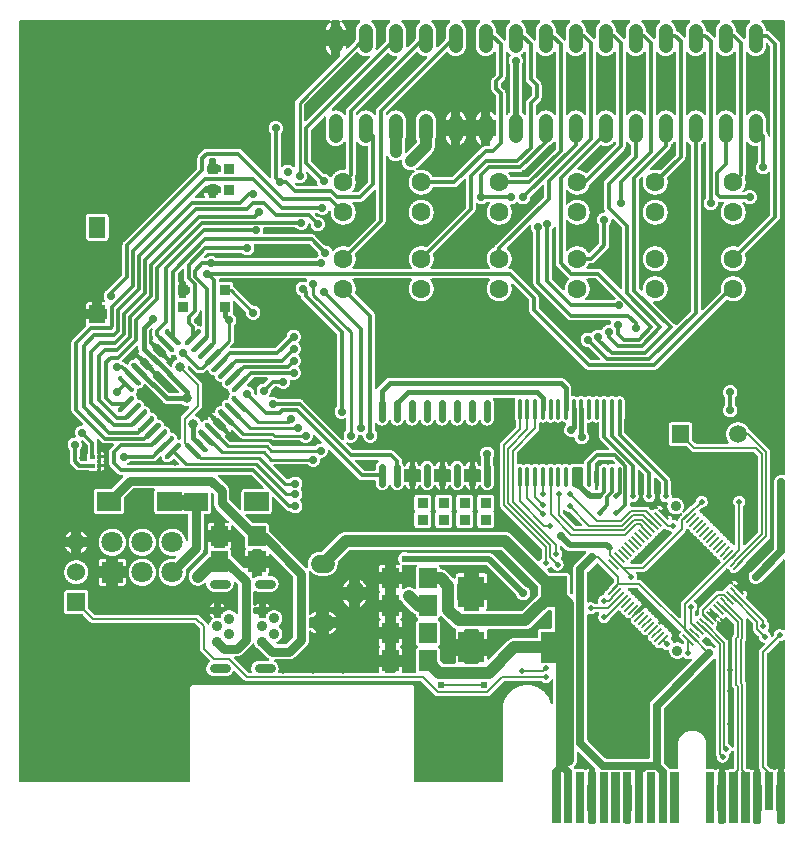
<source format=gtl>
G04 Layer: TopLayer*
G04 EasyEDA v6.4.7, 2021-02-17T16:00:46+08:00*
G04 6587b44a977046f298512b0a2d276df7,119f753a6ce64b8d841f2ad33262ab0c,10*
G04 Gerber Generator version 0.2*
G04 Scale: 100 percent, Rotated: No, Reflected: No *
G04 Dimensions in millimeters *
G04 leading zeros omitted , absolute positions ,3 integer and 3 decimal *
%FSLAX33Y33*%
%MOMM*%
G90*
D02*

%ADD11C,0.699999*%
%ADD12C,0.299999*%
%ADD13C,0.180010*%
%ADD14C,0.999998*%
%ADD15C,0.399999*%
%ADD16C,0.254000*%
%ADD17C,0.499999*%
%ADD18C,0.203200*%
%ADD19C,0.799998*%
%ADD20C,1.299997*%
%ADD21C,1.199998*%
%ADD22C,0.343002*%
%ADD23C,0.602005*%
%ADD24C,0.609600*%
%ADD25C,0.500024*%
%ADD26C,0.700024*%
%ADD27C,0.812800*%
%ADD30C,0.889000*%
%ADD32R,2.185010X2.591994*%
%ADD34R,0.914400X0.914400*%
%ADD36R,1.399997X1.499997*%
%ADD37R,2.046376X1.620012*%
%ADD39C,1.799996*%
%ADD41C,1.599997*%
%ADD43C,1.499997*%
%ADD44R,1.524000X1.524000*%
%ADD45C,1.524000*%
%ADD46C,0.899998*%

%LPD*%
G36*
G01X59500Y69292D02*
G01X58101Y69292D01*
G01X58086Y69291D01*
G01X58072Y69288D01*
G01X58059Y69283D01*
G01X58046Y69276D01*
G01X58034Y69267D01*
G01X58024Y69257D01*
G01X58015Y69245D01*
G01X58008Y69232D01*
G01X58003Y69219D01*
G01X58000Y69205D01*
G01X57999Y69190D01*
G01X58001Y69175D01*
G01X58004Y69159D01*
G01X58010Y69145D01*
G01X58018Y69131D01*
G01X58028Y69119D01*
G01X58040Y69109D01*
G01X58074Y69082D01*
G01X58106Y69054D01*
G01X58137Y69025D01*
G01X58167Y68994D01*
G01X58195Y68961D01*
G01X58221Y68928D01*
G01X58245Y68892D01*
G01X58268Y68856D01*
G01X58289Y68819D01*
G01X58308Y68780D01*
G01X58325Y68741D01*
G01X58340Y68701D01*
G01X58353Y68661D01*
G01X58364Y68619D01*
G01X58373Y68577D01*
G01X58379Y68535D01*
G01X58384Y68493D01*
G01X58387Y68450D01*
G01X58388Y68434D01*
G01X58393Y68418D01*
G01X58399Y68404D01*
G01X58408Y68390D01*
G01X58419Y68379D01*
G01X58432Y68369D01*
G01X58446Y68361D01*
G01X58461Y68355D01*
G01X58490Y68346D01*
G01X58518Y68335D01*
G01X58545Y68322D01*
G01X58571Y68307D01*
G01X58595Y68290D01*
G01X58619Y68271D01*
G01X58641Y68251D01*
G01X59041Y67851D01*
G01X59053Y67841D01*
G01X59066Y67833D01*
G01X59081Y67827D01*
G01X59096Y67823D01*
G01X59112Y67822D01*
G01X59127Y67823D01*
G01X59141Y67826D01*
G01X59155Y67831D01*
G01X59167Y67838D01*
G01X59179Y67846D01*
G01X59189Y67857D01*
G01X59198Y67868D01*
G01X59205Y67881D01*
G01X59210Y67895D01*
G01X59213Y67909D01*
G01X59214Y67923D01*
G01X59214Y68420D01*
G01X59215Y68462D01*
G01X59218Y68504D01*
G01X59223Y68546D01*
G01X59230Y68588D01*
G01X59240Y68629D01*
G01X59251Y68669D01*
G01X59264Y68709D01*
G01X59279Y68748D01*
G01X59296Y68787D01*
G01X59315Y68824D01*
G01X59336Y68861D01*
G01X59358Y68896D01*
G01X59383Y68931D01*
G01X59409Y68964D01*
G01X59436Y68996D01*
G01X59465Y69026D01*
G01X59496Y69055D01*
G01X59527Y69083D01*
G01X59561Y69109D01*
G01X59573Y69119D01*
G01X59583Y69131D01*
G01X59591Y69145D01*
G01X59597Y69159D01*
G01X59600Y69175D01*
G01X59602Y69190D01*
G01X59601Y69205D01*
G01X59598Y69219D01*
G01X59593Y69232D01*
G01X59586Y69245D01*
G01X59577Y69257D01*
G01X59567Y69267D01*
G01X59555Y69276D01*
G01X59542Y69283D01*
G01X59529Y69288D01*
G01X59515Y69291D01*
G01X59500Y69292D01*
G37*

%LPD*%
G36*
G01X56960Y69292D02*
G01X55561Y69292D01*
G01X55546Y69291D01*
G01X55532Y69288D01*
G01X55519Y69283D01*
G01X55506Y69276D01*
G01X55494Y69267D01*
G01X55484Y69257D01*
G01X55475Y69245D01*
G01X55468Y69232D01*
G01X55463Y69219D01*
G01X55460Y69205D01*
G01X55459Y69190D01*
G01X55461Y69175D01*
G01X55464Y69159D01*
G01X55470Y69145D01*
G01X55478Y69131D01*
G01X55488Y69119D01*
G01X55500Y69109D01*
G01X55534Y69082D01*
G01X55566Y69054D01*
G01X55597Y69025D01*
G01X55627Y68994D01*
G01X55655Y68961D01*
G01X55681Y68928D01*
G01X55705Y68892D01*
G01X55728Y68856D01*
G01X55749Y68819D01*
G01X55768Y68780D01*
G01X55785Y68741D01*
G01X55800Y68701D01*
G01X55813Y68661D01*
G01X55824Y68619D01*
G01X55833Y68577D01*
G01X55839Y68535D01*
G01X55844Y68493D01*
G01X55847Y68450D01*
G01X55848Y68434D01*
G01X55853Y68418D01*
G01X55859Y68404D01*
G01X55868Y68390D01*
G01X55879Y68379D01*
G01X55892Y68369D01*
G01X55906Y68361D01*
G01X55921Y68355D01*
G01X55950Y68346D01*
G01X55978Y68335D01*
G01X56005Y68322D01*
G01X56031Y68307D01*
G01X56055Y68290D01*
G01X56079Y68271D01*
G01X56101Y68251D01*
G01X56501Y67851D01*
G01X56513Y67841D01*
G01X56526Y67833D01*
G01X56541Y67827D01*
G01X56556Y67823D01*
G01X56572Y67822D01*
G01X56587Y67823D01*
G01X56601Y67826D01*
G01X56615Y67831D01*
G01X56627Y67838D01*
G01X56639Y67846D01*
G01X56649Y67857D01*
G01X56658Y67868D01*
G01X56665Y67881D01*
G01X56670Y67895D01*
G01X56673Y67909D01*
G01X56674Y67923D01*
G01X56674Y68420D01*
G01X56675Y68462D01*
G01X56678Y68504D01*
G01X56683Y68546D01*
G01X56690Y68588D01*
G01X56700Y68629D01*
G01X56711Y68669D01*
G01X56724Y68709D01*
G01X56739Y68748D01*
G01X56756Y68787D01*
G01X56775Y68824D01*
G01X56796Y68861D01*
G01X56818Y68896D01*
G01X56843Y68931D01*
G01X56869Y68964D01*
G01X56896Y68996D01*
G01X56925Y69026D01*
G01X56956Y69055D01*
G01X56987Y69083D01*
G01X57021Y69109D01*
G01X57033Y69119D01*
G01X57043Y69131D01*
G01X57051Y69145D01*
G01X57057Y69159D01*
G01X57060Y69175D01*
G01X57062Y69190D01*
G01X57061Y69205D01*
G01X57058Y69219D01*
G01X57053Y69232D01*
G01X57046Y69245D01*
G01X57037Y69257D01*
G01X57027Y69267D01*
G01X57015Y69276D01*
G01X57002Y69283D01*
G01X56989Y69288D01*
G01X56975Y69291D01*
G01X56960Y69292D01*
G37*

%LPD*%
G36*
G01X54420Y69292D02*
G01X53021Y69292D01*
G01X53006Y69291D01*
G01X52992Y69288D01*
G01X52979Y69283D01*
G01X52966Y69276D01*
G01X52954Y69267D01*
G01X52944Y69257D01*
G01X52935Y69245D01*
G01X52928Y69232D01*
G01X52923Y69219D01*
G01X52920Y69205D01*
G01X52919Y69190D01*
G01X52921Y69175D01*
G01X52924Y69159D01*
G01X52930Y69145D01*
G01X52938Y69131D01*
G01X52948Y69119D01*
G01X52960Y69109D01*
G01X52994Y69083D01*
G01X53025Y69055D01*
G01X53056Y69026D01*
G01X53085Y68996D01*
G01X53112Y68964D01*
G01X53138Y68931D01*
G01X53163Y68896D01*
G01X53185Y68861D01*
G01X53206Y68824D01*
G01X53225Y68787D01*
G01X53242Y68748D01*
G01X53257Y68709D01*
G01X53270Y68669D01*
G01X53281Y68629D01*
G01X53291Y68588D01*
G01X53298Y68546D01*
G01X53303Y68504D01*
G01X53306Y68462D01*
G01X53307Y68420D01*
G01X53307Y68399D01*
G01X53308Y68384D01*
G01X53311Y68369D01*
G01X53317Y68355D01*
G01X53324Y68342D01*
G01X53333Y68331D01*
G01X53344Y68320D01*
G01X53356Y68312D01*
G01X53384Y68294D01*
G01X53410Y68273D01*
G01X53434Y68251D01*
G01X53961Y67724D01*
G01X53973Y67714D01*
G01X53986Y67706D01*
G01X54001Y67700D01*
G01X54016Y67696D01*
G01X54032Y67695D01*
G01X54047Y67696D01*
G01X54061Y67699D01*
G01X54075Y67704D01*
G01X54087Y67711D01*
G01X54099Y67719D01*
G01X54109Y67730D01*
G01X54118Y67741D01*
G01X54125Y67754D01*
G01X54130Y67768D01*
G01X54133Y67782D01*
G01X54134Y67796D01*
G01X54134Y68420D01*
G01X54135Y68462D01*
G01X54138Y68504D01*
G01X54143Y68546D01*
G01X54150Y68588D01*
G01X54160Y68629D01*
G01X54171Y68669D01*
G01X54184Y68709D01*
G01X54199Y68748D01*
G01X54216Y68787D01*
G01X54235Y68824D01*
G01X54256Y68861D01*
G01X54278Y68896D01*
G01X54303Y68931D01*
G01X54329Y68964D01*
G01X54356Y68996D01*
G01X54385Y69026D01*
G01X54416Y69055D01*
G01X54447Y69083D01*
G01X54481Y69109D01*
G01X54493Y69119D01*
G01X54503Y69131D01*
G01X54511Y69145D01*
G01X54517Y69159D01*
G01X54520Y69175D01*
G01X54522Y69190D01*
G01X54521Y69205D01*
G01X54518Y69219D01*
G01X54513Y69232D01*
G01X54506Y69245D01*
G01X54497Y69257D01*
G01X54487Y69267D01*
G01X54475Y69276D01*
G01X54462Y69283D01*
G01X54449Y69288D01*
G01X54435Y69291D01*
G01X54420Y69292D01*
G37*

%LPD*%
G36*
G01X62040Y69292D02*
G01X60641Y69292D01*
G01X60626Y69291D01*
G01X60612Y69288D01*
G01X60599Y69283D01*
G01X60586Y69276D01*
G01X60574Y69267D01*
G01X60564Y69257D01*
G01X60555Y69245D01*
G01X60548Y69232D01*
G01X60543Y69219D01*
G01X60540Y69205D01*
G01X60539Y69190D01*
G01X60541Y69175D01*
G01X60544Y69159D01*
G01X60550Y69145D01*
G01X60558Y69131D01*
G01X60568Y69119D01*
G01X60580Y69109D01*
G01X60614Y69083D01*
G01X60645Y69055D01*
G01X60676Y69026D01*
G01X60705Y68996D01*
G01X60732Y68964D01*
G01X60758Y68931D01*
G01X60783Y68896D01*
G01X60805Y68861D01*
G01X60826Y68824D01*
G01X60845Y68787D01*
G01X60862Y68748D01*
G01X60877Y68709D01*
G01X60890Y68669D01*
G01X60901Y68629D01*
G01X60911Y68588D01*
G01X60918Y68546D01*
G01X60923Y68504D01*
G01X60926Y68462D01*
G01X60927Y68420D01*
G01X60927Y68399D01*
G01X60928Y68384D01*
G01X60931Y68369D01*
G01X60937Y68355D01*
G01X60944Y68342D01*
G01X60953Y68331D01*
G01X60964Y68320D01*
G01X60976Y68312D01*
G01X61004Y68294D01*
G01X61030Y68273D01*
G01X61054Y68251D01*
G01X61581Y67724D01*
G01X61593Y67714D01*
G01X61606Y67706D01*
G01X61621Y67700D01*
G01X61636Y67696D01*
G01X61652Y67695D01*
G01X61667Y67696D01*
G01X61681Y67699D01*
G01X61695Y67704D01*
G01X61707Y67711D01*
G01X61719Y67719D01*
G01X61729Y67730D01*
G01X61738Y67741D01*
G01X61745Y67754D01*
G01X61750Y67768D01*
G01X61753Y67782D01*
G01X61754Y67796D01*
G01X61754Y68420D01*
G01X61755Y68462D01*
G01X61758Y68504D01*
G01X61763Y68546D01*
G01X61770Y68588D01*
G01X61780Y68629D01*
G01X61791Y68669D01*
G01X61804Y68709D01*
G01X61819Y68748D01*
G01X61836Y68787D01*
G01X61855Y68824D01*
G01X61876Y68861D01*
G01X61898Y68896D01*
G01X61923Y68931D01*
G01X61949Y68964D01*
G01X61976Y68996D01*
G01X62005Y69026D01*
G01X62036Y69055D01*
G01X62067Y69083D01*
G01X62101Y69109D01*
G01X62113Y69119D01*
G01X62123Y69131D01*
G01X62131Y69145D01*
G01X62137Y69159D01*
G01X62140Y69175D01*
G01X62142Y69190D01*
G01X62141Y69205D01*
G01X62138Y69219D01*
G01X62133Y69232D01*
G01X62126Y69245D01*
G01X62117Y69257D01*
G01X62107Y69267D01*
G01X62095Y69276D01*
G01X62082Y69283D01*
G01X62069Y69288D01*
G01X62055Y69291D01*
G01X62040Y69292D01*
G37*

%LPD*%
G36*
G01X49340Y69292D02*
G01X47941Y69292D01*
G01X47926Y69291D01*
G01X47912Y69288D01*
G01X47899Y69283D01*
G01X47886Y69276D01*
G01X47874Y69267D01*
G01X47864Y69257D01*
G01X47855Y69245D01*
G01X47848Y69232D01*
G01X47843Y69219D01*
G01X47840Y69205D01*
G01X47839Y69190D01*
G01X47841Y69175D01*
G01X47844Y69159D01*
G01X47850Y69145D01*
G01X47858Y69131D01*
G01X47868Y69119D01*
G01X47880Y69109D01*
G01X47914Y69083D01*
G01X47945Y69055D01*
G01X47976Y69026D01*
G01X48005Y68996D01*
G01X48032Y68964D01*
G01X48058Y68931D01*
G01X48083Y68896D01*
G01X48105Y68861D01*
G01X48126Y68824D01*
G01X48145Y68787D01*
G01X48162Y68748D01*
G01X48177Y68709D01*
G01X48190Y68669D01*
G01X48201Y68629D01*
G01X48211Y68588D01*
G01X48218Y68546D01*
G01X48223Y68504D01*
G01X48226Y68462D01*
G01X48227Y68420D01*
G01X48227Y68399D01*
G01X48228Y68384D01*
G01X48231Y68369D01*
G01X48237Y68355D01*
G01X48244Y68342D01*
G01X48253Y68331D01*
G01X48264Y68320D01*
G01X48276Y68312D01*
G01X48304Y68294D01*
G01X48330Y68273D01*
G01X48354Y68251D01*
G01X48881Y67724D01*
G01X48893Y67714D01*
G01X48906Y67706D01*
G01X48921Y67700D01*
G01X48936Y67696D01*
G01X48952Y67695D01*
G01X48967Y67696D01*
G01X48981Y67699D01*
G01X48995Y67704D01*
G01X49007Y67711D01*
G01X49019Y67719D01*
G01X49029Y67730D01*
G01X49038Y67741D01*
G01X49045Y67754D01*
G01X49050Y67768D01*
G01X49053Y67782D01*
G01X49054Y67796D01*
G01X49054Y68420D01*
G01X49055Y68462D01*
G01X49058Y68504D01*
G01X49063Y68546D01*
G01X49070Y68588D01*
G01X49080Y68629D01*
G01X49091Y68669D01*
G01X49104Y68709D01*
G01X49119Y68748D01*
G01X49136Y68787D01*
G01X49155Y68824D01*
G01X49176Y68861D01*
G01X49198Y68896D01*
G01X49223Y68931D01*
G01X49249Y68964D01*
G01X49276Y68996D01*
G01X49305Y69026D01*
G01X49336Y69055D01*
G01X49367Y69083D01*
G01X49401Y69109D01*
G01X49413Y69119D01*
G01X49423Y69131D01*
G01X49431Y69145D01*
G01X49437Y69159D01*
G01X49440Y69175D01*
G01X49442Y69190D01*
G01X49441Y69205D01*
G01X49438Y69219D01*
G01X49433Y69232D01*
G01X49426Y69245D01*
G01X49417Y69257D01*
G01X49407Y69267D01*
G01X49395Y69276D01*
G01X49382Y69283D01*
G01X49369Y69288D01*
G01X49355Y69291D01*
G01X49340Y69292D01*
G37*

%LPD*%
G36*
G01X51880Y69292D02*
G01X50481Y69292D01*
G01X50466Y69291D01*
G01X50452Y69288D01*
G01X50439Y69283D01*
G01X50426Y69276D01*
G01X50414Y69267D01*
G01X50404Y69257D01*
G01X50395Y69245D01*
G01X50388Y69232D01*
G01X50383Y69219D01*
G01X50380Y69205D01*
G01X50379Y69190D01*
G01X50381Y69175D01*
G01X50384Y69159D01*
G01X50390Y69145D01*
G01X50398Y69131D01*
G01X50408Y69119D01*
G01X50420Y69109D01*
G01X50454Y69083D01*
G01X50485Y69055D01*
G01X50516Y69026D01*
G01X50545Y68996D01*
G01X50572Y68964D01*
G01X50598Y68931D01*
G01X50623Y68896D01*
G01X50645Y68861D01*
G01X50666Y68824D01*
G01X50685Y68787D01*
G01X50702Y68748D01*
G01X50717Y68709D01*
G01X50730Y68669D01*
G01X50741Y68629D01*
G01X50751Y68588D01*
G01X50758Y68546D01*
G01X50763Y68504D01*
G01X50766Y68462D01*
G01X50767Y68420D01*
G01X50767Y68399D01*
G01X50768Y68384D01*
G01X50771Y68369D01*
G01X50777Y68355D01*
G01X50784Y68342D01*
G01X50793Y68331D01*
G01X50804Y68320D01*
G01X50816Y68312D01*
G01X50844Y68294D01*
G01X50870Y68273D01*
G01X50894Y68251D01*
G01X51421Y67724D01*
G01X51433Y67714D01*
G01X51446Y67706D01*
G01X51461Y67700D01*
G01X51476Y67696D01*
G01X51492Y67695D01*
G01X51507Y67696D01*
G01X51521Y67699D01*
G01X51535Y67704D01*
G01X51547Y67711D01*
G01X51559Y67719D01*
G01X51569Y67730D01*
G01X51578Y67741D01*
G01X51585Y67754D01*
G01X51590Y67768D01*
G01X51593Y67782D01*
G01X51594Y67796D01*
G01X51594Y68420D01*
G01X51595Y68462D01*
G01X51598Y68504D01*
G01X51603Y68546D01*
G01X51610Y68588D01*
G01X51620Y68629D01*
G01X51631Y68669D01*
G01X51644Y68709D01*
G01X51659Y68748D01*
G01X51676Y68787D01*
G01X51695Y68824D01*
G01X51716Y68861D01*
G01X51738Y68896D01*
G01X51763Y68931D01*
G01X51789Y68964D01*
G01X51816Y68996D01*
G01X51845Y69026D01*
G01X51876Y69055D01*
G01X51907Y69083D01*
G01X51941Y69109D01*
G01X51953Y69119D01*
G01X51963Y69131D01*
G01X51971Y69145D01*
G01X51977Y69159D01*
G01X51980Y69175D01*
G01X51982Y69190D01*
G01X51981Y69205D01*
G01X51978Y69219D01*
G01X51973Y69232D01*
G01X51966Y69245D01*
G01X51957Y69257D01*
G01X51947Y69267D01*
G01X51935Y69276D01*
G01X51922Y69283D01*
G01X51909Y69288D01*
G01X51895Y69291D01*
G01X51880Y69292D01*
G37*

%LPD*%
G36*
G01X44260Y69292D02*
G01X42861Y69292D01*
G01X42846Y69291D01*
G01X42832Y69288D01*
G01X42819Y69283D01*
G01X42806Y69276D01*
G01X42794Y69267D01*
G01X42784Y69257D01*
G01X42775Y69245D01*
G01X42768Y69232D01*
G01X42763Y69219D01*
G01X42760Y69205D01*
G01X42759Y69190D01*
G01X42761Y69175D01*
G01X42764Y69159D01*
G01X42770Y69145D01*
G01X42778Y69131D01*
G01X42788Y69119D01*
G01X42800Y69109D01*
G01X42834Y69083D01*
G01X42865Y69055D01*
G01X42896Y69026D01*
G01X42925Y68996D01*
G01X42952Y68964D01*
G01X42978Y68931D01*
G01X43003Y68896D01*
G01X43025Y68861D01*
G01X43046Y68824D01*
G01X43065Y68787D01*
G01X43082Y68748D01*
G01X43097Y68709D01*
G01X43110Y68669D01*
G01X43121Y68629D01*
G01X43131Y68588D01*
G01X43138Y68546D01*
G01X43143Y68504D01*
G01X43146Y68462D01*
G01X43147Y68420D01*
G01X43147Y68293D01*
G01X43148Y68277D01*
G01X43152Y68261D01*
G01X43158Y68247D01*
G01X43166Y68233D01*
G01X43177Y68221D01*
G01X43801Y67597D01*
G01X43813Y67587D01*
G01X43826Y67579D01*
G01X43841Y67573D01*
G01X43856Y67569D01*
G01X43872Y67568D01*
G01X43887Y67569D01*
G01X43901Y67572D01*
G01X43915Y67577D01*
G01X43927Y67584D01*
G01X43939Y67592D01*
G01X43949Y67603D01*
G01X43958Y67614D01*
G01X43965Y67627D01*
G01X43970Y67641D01*
G01X43973Y67655D01*
G01X43974Y67669D01*
G01X43974Y68420D01*
G01X43975Y68462D01*
G01X43978Y68504D01*
G01X43983Y68546D01*
G01X43990Y68588D01*
G01X44000Y68629D01*
G01X44011Y68669D01*
G01X44024Y68709D01*
G01X44039Y68748D01*
G01X44056Y68787D01*
G01X44075Y68824D01*
G01X44096Y68861D01*
G01X44118Y68896D01*
G01X44143Y68931D01*
G01X44169Y68964D01*
G01X44196Y68996D01*
G01X44225Y69026D01*
G01X44256Y69055D01*
G01X44287Y69083D01*
G01X44321Y69109D01*
G01X44333Y69119D01*
G01X44343Y69131D01*
G01X44351Y69145D01*
G01X44357Y69159D01*
G01X44360Y69175D01*
G01X44362Y69190D01*
G01X44361Y69205D01*
G01X44358Y69219D01*
G01X44353Y69232D01*
G01X44346Y69245D01*
G01X44337Y69257D01*
G01X44327Y69267D01*
G01X44315Y69276D01*
G01X44302Y69283D01*
G01X44289Y69288D01*
G01X44275Y69291D01*
G01X44260Y69292D01*
G37*

%LPD*%
G36*
G01X46800Y69292D02*
G01X45401Y69292D01*
G01X45386Y69291D01*
G01X45372Y69288D01*
G01X45359Y69283D01*
G01X45346Y69276D01*
G01X45334Y69267D01*
G01X45324Y69257D01*
G01X45315Y69245D01*
G01X45308Y69232D01*
G01X45303Y69219D01*
G01X45300Y69205D01*
G01X45299Y69190D01*
G01X45301Y69175D01*
G01X45304Y69159D01*
G01X45310Y69145D01*
G01X45318Y69131D01*
G01X45328Y69119D01*
G01X45340Y69109D01*
G01X45374Y69083D01*
G01X45405Y69055D01*
G01X45436Y69026D01*
G01X45465Y68996D01*
G01X45492Y68964D01*
G01X45518Y68931D01*
G01X45543Y68896D01*
G01X45565Y68861D01*
G01X45586Y68824D01*
G01X45605Y68787D01*
G01X45622Y68748D01*
G01X45637Y68709D01*
G01X45650Y68669D01*
G01X45661Y68629D01*
G01X45671Y68588D01*
G01X45678Y68546D01*
G01X45683Y68504D01*
G01X45686Y68462D01*
G01X45687Y68420D01*
G01X45687Y68293D01*
G01X45688Y68277D01*
G01X45692Y68261D01*
G01X45698Y68247D01*
G01X45706Y68233D01*
G01X45717Y68221D01*
G01X46341Y67597D01*
G01X46353Y67587D01*
G01X46366Y67579D01*
G01X46381Y67573D01*
G01X46396Y67569D01*
G01X46412Y67568D01*
G01X46427Y67569D01*
G01X46441Y67572D01*
G01X46455Y67577D01*
G01X46467Y67584D01*
G01X46479Y67592D01*
G01X46489Y67603D01*
G01X46498Y67614D01*
G01X46505Y67627D01*
G01X46510Y67641D01*
G01X46513Y67655D01*
G01X46514Y67669D01*
G01X46514Y68420D01*
G01X46515Y68462D01*
G01X46518Y68504D01*
G01X46523Y68546D01*
G01X46530Y68588D01*
G01X46540Y68629D01*
G01X46551Y68669D01*
G01X46564Y68709D01*
G01X46579Y68748D01*
G01X46596Y68787D01*
G01X46615Y68824D01*
G01X46636Y68861D01*
G01X46658Y68896D01*
G01X46683Y68931D01*
G01X46709Y68964D01*
G01X46736Y68996D01*
G01X46765Y69026D01*
G01X46796Y69055D01*
G01X46827Y69083D01*
G01X46861Y69109D01*
G01X46873Y69119D01*
G01X46883Y69131D01*
G01X46891Y69145D01*
G01X46897Y69159D01*
G01X46900Y69175D01*
G01X46902Y69190D01*
G01X46901Y69205D01*
G01X46898Y69219D01*
G01X46893Y69232D01*
G01X46886Y69245D01*
G01X46877Y69257D01*
G01X46867Y69267D01*
G01X46855Y69276D01*
G01X46842Y69283D01*
G01X46829Y69288D01*
G01X46815Y69291D01*
G01X46800Y69292D01*
G37*

%LPD*%
G36*
G01X41720Y69292D02*
G01X40321Y69292D01*
G01X40306Y69291D01*
G01X40292Y69288D01*
G01X40279Y69283D01*
G01X40266Y69276D01*
G01X40254Y69267D01*
G01X40244Y69257D01*
G01X40235Y69245D01*
G01X40228Y69232D01*
G01X40223Y69219D01*
G01X40220Y69205D01*
G01X40219Y69190D01*
G01X40221Y69175D01*
G01X40224Y69159D01*
G01X40230Y69145D01*
G01X40238Y69131D01*
G01X40248Y69119D01*
G01X40260Y69109D01*
G01X40294Y69083D01*
G01X40325Y69055D01*
G01X40356Y69026D01*
G01X40385Y68996D01*
G01X40412Y68964D01*
G01X40438Y68931D01*
G01X40463Y68896D01*
G01X40485Y68861D01*
G01X40506Y68824D01*
G01X40525Y68787D01*
G01X40542Y68748D01*
G01X40557Y68709D01*
G01X40570Y68669D01*
G01X40581Y68629D01*
G01X40591Y68588D01*
G01X40598Y68546D01*
G01X40603Y68504D01*
G01X40606Y68462D01*
G01X40607Y68420D01*
G01X40607Y68293D01*
G01X40608Y68277D01*
G01X40612Y68261D01*
G01X40618Y68247D01*
G01X40626Y68233D01*
G01X40637Y68221D01*
G01X41261Y67597D01*
G01X41273Y67587D01*
G01X41286Y67579D01*
G01X41301Y67573D01*
G01X41316Y67569D01*
G01X41332Y67568D01*
G01X41347Y67569D01*
G01X41361Y67572D01*
G01X41375Y67577D01*
G01X41387Y67584D01*
G01X41399Y67592D01*
G01X41409Y67603D01*
G01X41418Y67614D01*
G01X41425Y67627D01*
G01X41430Y67641D01*
G01X41433Y67655D01*
G01X41434Y67669D01*
G01X41434Y68420D01*
G01X41435Y68462D01*
G01X41438Y68504D01*
G01X41443Y68546D01*
G01X41450Y68588D01*
G01X41460Y68629D01*
G01X41471Y68669D01*
G01X41484Y68709D01*
G01X41499Y68748D01*
G01X41516Y68787D01*
G01X41535Y68824D01*
G01X41556Y68861D01*
G01X41578Y68896D01*
G01X41603Y68931D01*
G01X41629Y68964D01*
G01X41656Y68996D01*
G01X41685Y69026D01*
G01X41716Y69055D01*
G01X41747Y69083D01*
G01X41781Y69109D01*
G01X41793Y69119D01*
G01X41803Y69131D01*
G01X41811Y69145D01*
G01X41817Y69159D01*
G01X41820Y69175D01*
G01X41822Y69190D01*
G01X41821Y69205D01*
G01X41818Y69219D01*
G01X41813Y69232D01*
G01X41806Y69245D01*
G01X41797Y69257D01*
G01X41787Y69267D01*
G01X41775Y69276D01*
G01X41762Y69283D01*
G01X41749Y69288D01*
G01X41735Y69291D01*
G01X41720Y69292D01*
G37*

%LPD*%
G36*
G01X36640Y69292D02*
G01X35241Y69292D01*
G01X35226Y69291D01*
G01X35212Y69288D01*
G01X35199Y69283D01*
G01X35186Y69276D01*
G01X35174Y69267D01*
G01X35164Y69257D01*
G01X35155Y69245D01*
G01X35148Y69232D01*
G01X35143Y69219D01*
G01X35140Y69205D01*
G01X35139Y69190D01*
G01X35141Y69175D01*
G01X35144Y69159D01*
G01X35150Y69145D01*
G01X35158Y69131D01*
G01X35168Y69119D01*
G01X35180Y69109D01*
G01X35214Y69083D01*
G01X35245Y69055D01*
G01X35276Y69026D01*
G01X35305Y68996D01*
G01X35332Y68964D01*
G01X35358Y68931D01*
G01X35383Y68896D01*
G01X35405Y68861D01*
G01X35426Y68824D01*
G01X35445Y68787D01*
G01X35462Y68748D01*
G01X35477Y68709D01*
G01X35490Y68669D01*
G01X35501Y68629D01*
G01X35511Y68588D01*
G01X35518Y68546D01*
G01X35523Y68504D01*
G01X35526Y68462D01*
G01X35527Y68420D01*
G01X35527Y67100D01*
G01X35528Y67086D01*
G01X35531Y67071D01*
G01X35536Y67058D01*
G01X35543Y67045D01*
G01X35552Y67033D01*
G01X35562Y67023D01*
G01X35573Y67015D01*
G01X35586Y67008D01*
G01X35600Y67002D01*
G01X35614Y66999D01*
G01X35628Y66998D01*
G01X35644Y67000D01*
G01X35660Y67003D01*
G01X35675Y67009D01*
G01X35688Y67018D01*
G01X35700Y67028D01*
G01X36324Y67652D01*
G01X36335Y67664D01*
G01X36343Y67678D01*
G01X36349Y67693D01*
G01X36353Y67708D01*
G01X36354Y67724D01*
G01X36354Y68420D01*
G01X36355Y68462D01*
G01X36358Y68504D01*
G01X36363Y68546D01*
G01X36370Y68588D01*
G01X36380Y68629D01*
G01X36391Y68669D01*
G01X36404Y68709D01*
G01X36419Y68748D01*
G01X36436Y68787D01*
G01X36455Y68824D01*
G01X36476Y68861D01*
G01X36498Y68896D01*
G01X36523Y68931D01*
G01X36549Y68964D01*
G01X36576Y68996D01*
G01X36605Y69026D01*
G01X36636Y69055D01*
G01X36667Y69083D01*
G01X36701Y69109D01*
G01X36713Y69119D01*
G01X36723Y69131D01*
G01X36731Y69145D01*
G01X36737Y69159D01*
G01X36740Y69175D01*
G01X36742Y69190D01*
G01X36741Y69205D01*
G01X36738Y69219D01*
G01X36733Y69232D01*
G01X36726Y69245D01*
G01X36717Y69257D01*
G01X36707Y69267D01*
G01X36695Y69276D01*
G01X36682Y69283D01*
G01X36669Y69288D01*
G01X36655Y69291D01*
G01X36640Y69292D01*
G37*

%LPD*%
G36*
G01X34100Y69292D02*
G01X32701Y69292D01*
G01X32686Y69291D01*
G01X32672Y69288D01*
G01X32659Y69283D01*
G01X32646Y69276D01*
G01X32634Y69267D01*
G01X32624Y69257D01*
G01X32615Y69245D01*
G01X32608Y69232D01*
G01X32603Y69219D01*
G01X32600Y69205D01*
G01X32599Y69190D01*
G01X32601Y69175D01*
G01X32604Y69159D01*
G01X32610Y69145D01*
G01X32618Y69131D01*
G01X32628Y69119D01*
G01X32640Y69109D01*
G01X32674Y69083D01*
G01X32705Y69055D01*
G01X32736Y69026D01*
G01X32765Y68996D01*
G01X32792Y68964D01*
G01X32818Y68931D01*
G01X32843Y68896D01*
G01X32865Y68861D01*
G01X32886Y68824D01*
G01X32905Y68787D01*
G01X32922Y68748D01*
G01X32937Y68709D01*
G01X32950Y68669D01*
G01X32961Y68629D01*
G01X32971Y68588D01*
G01X32978Y68546D01*
G01X32983Y68504D01*
G01X32986Y68462D01*
G01X32987Y68420D01*
G01X32987Y67100D01*
G01X32988Y67086D01*
G01X32991Y67071D01*
G01X32996Y67058D01*
G01X33003Y67045D01*
G01X33012Y67033D01*
G01X33022Y67023D01*
G01X33033Y67015D01*
G01X33046Y67008D01*
G01X33060Y67002D01*
G01X33074Y66999D01*
G01X33088Y66998D01*
G01X33104Y67000D01*
G01X33120Y67003D01*
G01X33135Y67009D01*
G01X33148Y67018D01*
G01X33160Y67028D01*
G01X33784Y67652D01*
G01X33795Y67664D01*
G01X33803Y67678D01*
G01X33809Y67693D01*
G01X33813Y67708D01*
G01X33814Y67724D01*
G01X33814Y68420D01*
G01X33815Y68462D01*
G01X33818Y68504D01*
G01X33823Y68546D01*
G01X33830Y68588D01*
G01X33840Y68629D01*
G01X33851Y68669D01*
G01X33864Y68709D01*
G01X33879Y68748D01*
G01X33896Y68787D01*
G01X33915Y68824D01*
G01X33936Y68861D01*
G01X33958Y68896D01*
G01X33983Y68931D01*
G01X34009Y68964D01*
G01X34036Y68996D01*
G01X34065Y69026D01*
G01X34096Y69055D01*
G01X34127Y69083D01*
G01X34161Y69109D01*
G01X34173Y69119D01*
G01X34183Y69131D01*
G01X34191Y69145D01*
G01X34197Y69159D01*
G01X34200Y69175D01*
G01X34202Y69190D01*
G01X34201Y69205D01*
G01X34198Y69219D01*
G01X34193Y69232D01*
G01X34186Y69245D01*
G01X34177Y69257D01*
G01X34167Y69267D01*
G01X34155Y69276D01*
G01X34142Y69283D01*
G01X34129Y69288D01*
G01X34115Y69291D01*
G01X34100Y69292D01*
G37*

%LPD*%
G36*
G01X31560Y69292D02*
G01X30161Y69292D01*
G01X30146Y69291D01*
G01X30132Y69288D01*
G01X30119Y69283D01*
G01X30106Y69276D01*
G01X30094Y69267D01*
G01X30084Y69257D01*
G01X30075Y69245D01*
G01X30068Y69232D01*
G01X30063Y69219D01*
G01X30060Y69205D01*
G01X30059Y69190D01*
G01X30061Y69175D01*
G01X30064Y69159D01*
G01X30070Y69145D01*
G01X30078Y69131D01*
G01X30088Y69119D01*
G01X30100Y69109D01*
G01X30134Y69083D01*
G01X30165Y69055D01*
G01X30196Y69026D01*
G01X30225Y68996D01*
G01X30252Y68964D01*
G01X30278Y68931D01*
G01X30303Y68896D01*
G01X30325Y68861D01*
G01X30346Y68824D01*
G01X30365Y68787D01*
G01X30382Y68748D01*
G01X30397Y68709D01*
G01X30410Y68669D01*
G01X30421Y68629D01*
G01X30431Y68588D01*
G01X30438Y68546D01*
G01X30443Y68504D01*
G01X30446Y68462D01*
G01X30447Y68420D01*
G01X30447Y67120D01*
G01X30446Y67076D01*
G01X30442Y67032D01*
G01X30437Y66988D01*
G01X30429Y66944D01*
G01X30419Y66901D01*
G01X30415Y66875D01*
G01X30416Y66861D01*
G01X30419Y66847D01*
G01X30424Y66833D01*
G01X30431Y66820D01*
G01X30440Y66809D01*
G01X30450Y66798D01*
G01X30462Y66790D01*
G01X30475Y66783D01*
G01X30488Y66778D01*
G01X30502Y66775D01*
G01X30517Y66774D01*
G01X30533Y66775D01*
G01X30548Y66779D01*
G01X30563Y66785D01*
G01X30576Y66793D01*
G01X30589Y66803D01*
G01X31244Y67459D01*
G01X31255Y67471D01*
G01X31263Y67485D01*
G01X31269Y67499D01*
G01X31273Y67515D01*
G01X31274Y67531D01*
G01X31274Y68420D01*
G01X31275Y68462D01*
G01X31278Y68504D01*
G01X31283Y68546D01*
G01X31290Y68588D01*
G01X31300Y68629D01*
G01X31311Y68669D01*
G01X31324Y68709D01*
G01X31339Y68748D01*
G01X31356Y68787D01*
G01X31375Y68824D01*
G01X31396Y68861D01*
G01X31418Y68896D01*
G01X31443Y68931D01*
G01X31469Y68964D01*
G01X31496Y68996D01*
G01X31525Y69026D01*
G01X31556Y69055D01*
G01X31587Y69083D01*
G01X31621Y69109D01*
G01X31633Y69119D01*
G01X31643Y69131D01*
G01X31651Y69145D01*
G01X31657Y69159D01*
G01X31660Y69175D01*
G01X31662Y69190D01*
G01X31661Y69205D01*
G01X31658Y69219D01*
G01X31653Y69232D01*
G01X31646Y69245D01*
G01X31637Y69257D01*
G01X31627Y69267D01*
G01X31615Y69276D01*
G01X31602Y69283D01*
G01X31589Y69288D01*
G01X31575Y69291D01*
G01X31560Y69292D01*
G37*

%LPD*%
G36*
G01X41544Y66640D02*
G01X41529Y66641D01*
G01X41514Y66640D01*
G01X41500Y66637D01*
G01X41486Y66632D01*
G01X41474Y66625D01*
G01X41462Y66616D01*
G01X41452Y66606D01*
G01X41443Y66594D01*
G01X41436Y66582D01*
G01X41431Y66568D01*
G01X41428Y66554D01*
G01X41427Y66539D01*
G01X41427Y64529D01*
G01X41426Y64500D01*
G01X41423Y64472D01*
G01X41418Y64443D01*
G01X41411Y64415D01*
G01X41401Y64387D01*
G01X41390Y64360D01*
G01X41377Y64335D01*
G01X41363Y64310D01*
G01X41346Y64286D01*
G01X41328Y64263D01*
G01X41308Y64242D01*
G01X41076Y64010D01*
G01X41065Y63998D01*
G01X41057Y63984D01*
G01X41051Y63969D01*
G01X41047Y63954D01*
G01X41046Y63938D01*
G01X41046Y63706D01*
G01X41047Y63690D01*
G01X41051Y63675D01*
G01X41057Y63660D01*
G01X41065Y63646D01*
G01X41076Y63634D01*
G01X41308Y63402D01*
G01X41328Y63381D01*
G01X41346Y63358D01*
G01X41363Y63334D01*
G01X41377Y63309D01*
G01X41390Y63283D01*
G01X41401Y63257D01*
G01X41411Y63229D01*
G01X41418Y63201D01*
G01X41423Y63172D01*
G01X41426Y63144D01*
G01X41427Y63115D01*
G01X41427Y61381D01*
G01X41428Y61367D01*
G01X41431Y61353D01*
G01X41436Y61339D01*
G01X41443Y61327D01*
G01X41452Y61315D01*
G01X41462Y61305D01*
G01X41474Y61296D01*
G01X41486Y61289D01*
G01X41500Y61284D01*
G01X41514Y61281D01*
G01X41529Y61280D01*
G01X41544Y61281D01*
G01X41559Y61285D01*
G01X41574Y61290D01*
G01X41587Y61298D01*
G01X41599Y61308D01*
G01X41609Y61320D01*
G01X41641Y61358D01*
G01X41674Y61395D01*
G01X41709Y61430D01*
G01X41747Y61462D01*
G01X41758Y61473D01*
G01X41767Y61484D01*
G01X41774Y61497D01*
G01X41780Y61511D01*
G01X41783Y61526D01*
G01X41784Y61541D01*
G01X41784Y65503D01*
G01X41782Y65521D01*
G01X41777Y65538D01*
G01X41770Y65555D01*
G01X41752Y65586D01*
G01X41736Y65619D01*
G01X41723Y65653D01*
G01X41711Y65687D01*
G01X41701Y65722D01*
G01X41694Y65757D01*
G01X41688Y65793D01*
G01X41685Y65829D01*
G01X41684Y65865D01*
G01X41685Y65901D01*
G01X41688Y65937D01*
G01X41693Y65972D01*
G01X41701Y66008D01*
G01X41710Y66042D01*
G01X41722Y66076D01*
G01X41735Y66109D01*
G01X41751Y66142D01*
G01X41768Y66173D01*
G01X41787Y66204D01*
G01X41808Y66233D01*
G01X41830Y66261D01*
G01X41839Y66272D01*
G01X41846Y66285D01*
G01X41851Y66298D01*
G01X41854Y66313D01*
G01X41855Y66327D01*
G01X41854Y66343D01*
G01X41850Y66359D01*
G01X41843Y66375D01*
G01X41834Y66388D01*
G01X41823Y66401D01*
G01X41810Y66411D01*
G01X41773Y66438D01*
G01X41737Y66467D01*
G01X41702Y66498D01*
G01X41669Y66531D01*
G01X41638Y66565D01*
G01X41609Y66601D01*
G01X41599Y66613D01*
G01X41587Y66622D01*
G01X41574Y66630D01*
G01X41559Y66636D01*
G01X41544Y66640D01*
G37*

%LPD*%
G36*
G01X51704Y66640D02*
G01X51689Y66641D01*
G01X51674Y66640D01*
G01X51660Y66637D01*
G01X51646Y66632D01*
G01X51634Y66625D01*
G01X51622Y66616D01*
G01X51612Y66606D01*
G01X51603Y66594D01*
G01X51596Y66582D01*
G01X51591Y66568D01*
G01X51588Y66554D01*
G01X51587Y66539D01*
G01X51587Y61381D01*
G01X51588Y61367D01*
G01X51591Y61353D01*
G01X51596Y61339D01*
G01X51603Y61327D01*
G01X51612Y61315D01*
G01X51622Y61305D01*
G01X51634Y61296D01*
G01X51646Y61289D01*
G01X51660Y61284D01*
G01X51674Y61281D01*
G01X51689Y61280D01*
G01X51704Y61281D01*
G01X51719Y61285D01*
G01X51734Y61290D01*
G01X51747Y61298D01*
G01X51759Y61308D01*
G01X51769Y61320D01*
G01X51797Y61354D01*
G01X51826Y61387D01*
G01X51857Y61418D01*
G01X51889Y61447D01*
G01X51923Y61475D01*
G01X51958Y61501D01*
G01X51994Y61525D01*
G01X52032Y61548D01*
G01X52071Y61568D01*
G01X52110Y61586D01*
G01X52151Y61603D01*
G01X52192Y61617D01*
G01X52234Y61629D01*
G01X52277Y61639D01*
G01X52320Y61647D01*
G01X52363Y61652D01*
G01X52407Y61656D01*
G01X52451Y61657D01*
G01X52494Y61656D01*
G01X52538Y61652D01*
G01X52581Y61647D01*
G01X52624Y61639D01*
G01X52667Y61629D01*
G01X52709Y61617D01*
G01X52750Y61603D01*
G01X52791Y61586D01*
G01X52830Y61568D01*
G01X52869Y61548D01*
G01X52907Y61525D01*
G01X52943Y61501D01*
G01X52978Y61475D01*
G01X53012Y61447D01*
G01X53044Y61418D01*
G01X53075Y61387D01*
G01X53104Y61354D01*
G01X53132Y61320D01*
G01X53142Y61308D01*
G01X53154Y61298D01*
G01X53167Y61290D01*
G01X53182Y61285D01*
G01X53197Y61281D01*
G01X53212Y61280D01*
G01X53227Y61281D01*
G01X53241Y61284D01*
G01X53255Y61289D01*
G01X53267Y61296D01*
G01X53279Y61305D01*
G01X53289Y61315D01*
G01X53298Y61327D01*
G01X53305Y61339D01*
G01X53310Y61353D01*
G01X53313Y61367D01*
G01X53314Y61381D01*
G01X53314Y66539D01*
G01X53313Y66554D01*
G01X53310Y66568D01*
G01X53305Y66582D01*
G01X53298Y66594D01*
G01X53289Y66606D01*
G01X53279Y66616D01*
G01X53267Y66625D01*
G01X53255Y66632D01*
G01X53241Y66637D01*
G01X53227Y66640D01*
G01X53212Y66641D01*
G01X53197Y66640D01*
G01X53182Y66636D01*
G01X53167Y66630D01*
G01X53154Y66623D01*
G01X53142Y66613D01*
G01X53132Y66601D01*
G01X53104Y66567D01*
G01X53075Y66534D01*
G01X53044Y66503D01*
G01X53012Y66474D01*
G01X52978Y66446D01*
G01X52943Y66420D01*
G01X52907Y66396D01*
G01X52869Y66373D01*
G01X52830Y66353D01*
G01X52791Y66334D01*
G01X52750Y66318D01*
G01X52709Y66304D01*
G01X52667Y66292D01*
G01X52624Y66282D01*
G01X52581Y66274D01*
G01X52538Y66268D01*
G01X52494Y66265D01*
G01X52450Y66264D01*
G01X52407Y66265D01*
G01X52363Y66268D01*
G01X52320Y66274D01*
G01X52277Y66282D01*
G01X52234Y66292D01*
G01X52192Y66304D01*
G01X52151Y66318D01*
G01X52110Y66334D01*
G01X52071Y66353D01*
G01X52032Y66373D01*
G01X51994Y66396D01*
G01X51958Y66420D01*
G01X51923Y66446D01*
G01X51889Y66474D01*
G01X51857Y66503D01*
G01X51826Y66534D01*
G01X51797Y66567D01*
G01X51769Y66601D01*
G01X51759Y66613D01*
G01X51747Y66622D01*
G01X51734Y66630D01*
G01X51719Y66636D01*
G01X51704Y66640D01*
G37*

%LPD*%
G36*
G01X59324Y66640D02*
G01X59309Y66641D01*
G01X59294Y66640D01*
G01X59280Y66637D01*
G01X59266Y66632D01*
G01X59254Y66625D01*
G01X59242Y66616D01*
G01X59232Y66606D01*
G01X59223Y66594D01*
G01X59216Y66582D01*
G01X59211Y66568D01*
G01X59208Y66554D01*
G01X59207Y66539D01*
G01X59207Y61381D01*
G01X59208Y61367D01*
G01X59211Y61353D01*
G01X59216Y61339D01*
G01X59223Y61327D01*
G01X59232Y61315D01*
G01X59242Y61305D01*
G01X59254Y61296D01*
G01X59266Y61289D01*
G01X59280Y61284D01*
G01X59294Y61281D01*
G01X59309Y61280D01*
G01X59324Y61281D01*
G01X59339Y61285D01*
G01X59354Y61290D01*
G01X59367Y61298D01*
G01X59379Y61308D01*
G01X59389Y61320D01*
G01X59417Y61354D01*
G01X59446Y61387D01*
G01X59477Y61418D01*
G01X59509Y61447D01*
G01X59543Y61475D01*
G01X59578Y61501D01*
G01X59614Y61525D01*
G01X59652Y61548D01*
G01X59691Y61568D01*
G01X59730Y61586D01*
G01X59771Y61603D01*
G01X59812Y61617D01*
G01X59854Y61629D01*
G01X59897Y61639D01*
G01X59940Y61647D01*
G01X59983Y61652D01*
G01X60027Y61656D01*
G01X60071Y61657D01*
G01X60114Y61656D01*
G01X60158Y61652D01*
G01X60201Y61647D01*
G01X60244Y61639D01*
G01X60287Y61629D01*
G01X60329Y61617D01*
G01X60370Y61603D01*
G01X60411Y61586D01*
G01X60450Y61568D01*
G01X60489Y61548D01*
G01X60527Y61525D01*
G01X60563Y61501D01*
G01X60598Y61475D01*
G01X60632Y61447D01*
G01X60664Y61418D01*
G01X60695Y61387D01*
G01X60724Y61354D01*
G01X60752Y61320D01*
G01X60762Y61308D01*
G01X60774Y61298D01*
G01X60787Y61290D01*
G01X60802Y61285D01*
G01X60817Y61281D01*
G01X60832Y61280D01*
G01X60847Y61281D01*
G01X60861Y61284D01*
G01X60875Y61289D01*
G01X60887Y61296D01*
G01X60899Y61305D01*
G01X60909Y61315D01*
G01X60918Y61327D01*
G01X60925Y61339D01*
G01X60930Y61353D01*
G01X60933Y61367D01*
G01X60934Y61381D01*
G01X60934Y66539D01*
G01X60933Y66554D01*
G01X60930Y66568D01*
G01X60925Y66582D01*
G01X60918Y66594D01*
G01X60909Y66606D01*
G01X60899Y66616D01*
G01X60887Y66625D01*
G01X60875Y66632D01*
G01X60861Y66637D01*
G01X60847Y66640D01*
G01X60832Y66641D01*
G01X60817Y66640D01*
G01X60802Y66636D01*
G01X60787Y66630D01*
G01X60774Y66623D01*
G01X60762Y66613D01*
G01X60752Y66601D01*
G01X60724Y66567D01*
G01X60695Y66534D01*
G01X60664Y66503D01*
G01X60632Y66474D01*
G01X60598Y66446D01*
G01X60563Y66420D01*
G01X60527Y66396D01*
G01X60489Y66373D01*
G01X60450Y66353D01*
G01X60411Y66334D01*
G01X60370Y66318D01*
G01X60329Y66304D01*
G01X60287Y66292D01*
G01X60244Y66282D01*
G01X60201Y66274D01*
G01X60158Y66268D01*
G01X60114Y66265D01*
G01X60070Y66264D01*
G01X60027Y66265D01*
G01X59983Y66268D01*
G01X59940Y66274D01*
G01X59897Y66282D01*
G01X59854Y66292D01*
G01X59812Y66304D01*
G01X59771Y66318D01*
G01X59730Y66334D01*
G01X59691Y66353D01*
G01X59652Y66373D01*
G01X59614Y66396D01*
G01X59578Y66420D01*
G01X59543Y66446D01*
G01X59509Y66474D01*
G01X59477Y66503D01*
G01X59446Y66534D01*
G01X59417Y66567D01*
G01X59389Y66601D01*
G01X59379Y66613D01*
G01X59367Y66622D01*
G01X59354Y66630D01*
G01X59339Y66636D01*
G01X59324Y66640D01*
G37*

%LPD*%
G36*
G01X49164Y66640D02*
G01X49149Y66641D01*
G01X49134Y66640D01*
G01X49120Y66637D01*
G01X49106Y66632D01*
G01X49094Y66625D01*
G01X49082Y66616D01*
G01X49072Y66606D01*
G01X49063Y66594D01*
G01X49056Y66582D01*
G01X49051Y66568D01*
G01X49048Y66554D01*
G01X49047Y66539D01*
G01X49047Y61381D01*
G01X49048Y61367D01*
G01X49051Y61353D01*
G01X49056Y61339D01*
G01X49063Y61327D01*
G01X49072Y61315D01*
G01X49082Y61305D01*
G01X49094Y61296D01*
G01X49106Y61289D01*
G01X49120Y61284D01*
G01X49134Y61281D01*
G01X49149Y61280D01*
G01X49164Y61281D01*
G01X49179Y61285D01*
G01X49194Y61290D01*
G01X49207Y61298D01*
G01X49219Y61308D01*
G01X49229Y61320D01*
G01X49257Y61354D01*
G01X49286Y61387D01*
G01X49317Y61418D01*
G01X49349Y61447D01*
G01X49383Y61475D01*
G01X49418Y61501D01*
G01X49454Y61525D01*
G01X49492Y61548D01*
G01X49531Y61568D01*
G01X49570Y61586D01*
G01X49611Y61603D01*
G01X49652Y61617D01*
G01X49694Y61629D01*
G01X49737Y61639D01*
G01X49780Y61647D01*
G01X49823Y61652D01*
G01X49867Y61656D01*
G01X49911Y61657D01*
G01X49954Y61656D01*
G01X49998Y61652D01*
G01X50041Y61647D01*
G01X50084Y61639D01*
G01X50127Y61629D01*
G01X50169Y61617D01*
G01X50210Y61603D01*
G01X50251Y61586D01*
G01X50290Y61568D01*
G01X50329Y61548D01*
G01X50367Y61525D01*
G01X50403Y61501D01*
G01X50438Y61475D01*
G01X50472Y61447D01*
G01X50504Y61418D01*
G01X50535Y61387D01*
G01X50564Y61354D01*
G01X50592Y61320D01*
G01X50602Y61308D01*
G01X50614Y61298D01*
G01X50627Y61290D01*
G01X50642Y61285D01*
G01X50657Y61281D01*
G01X50672Y61280D01*
G01X50687Y61281D01*
G01X50701Y61284D01*
G01X50715Y61289D01*
G01X50727Y61296D01*
G01X50739Y61305D01*
G01X50749Y61315D01*
G01X50758Y61327D01*
G01X50765Y61339D01*
G01X50770Y61353D01*
G01X50773Y61367D01*
G01X50774Y61381D01*
G01X50774Y66539D01*
G01X50773Y66554D01*
G01X50770Y66568D01*
G01X50765Y66582D01*
G01X50758Y66594D01*
G01X50749Y66606D01*
G01X50739Y66616D01*
G01X50727Y66625D01*
G01X50715Y66632D01*
G01X50701Y66637D01*
G01X50687Y66640D01*
G01X50672Y66641D01*
G01X50657Y66640D01*
G01X50642Y66636D01*
G01X50627Y66630D01*
G01X50614Y66623D01*
G01X50602Y66613D01*
G01X50592Y66601D01*
G01X50564Y66567D01*
G01X50535Y66534D01*
G01X50504Y66503D01*
G01X50472Y66474D01*
G01X50438Y66446D01*
G01X50403Y66420D01*
G01X50367Y66396D01*
G01X50329Y66373D01*
G01X50290Y66353D01*
G01X50251Y66334D01*
G01X50210Y66318D01*
G01X50169Y66304D01*
G01X50127Y66292D01*
G01X50084Y66282D01*
G01X50041Y66274D01*
G01X49998Y66268D01*
G01X49954Y66265D01*
G01X49910Y66264D01*
G01X49867Y66265D01*
G01X49823Y66268D01*
G01X49780Y66274D01*
G01X49737Y66282D01*
G01X49694Y66292D01*
G01X49652Y66304D01*
G01X49611Y66318D01*
G01X49570Y66334D01*
G01X49531Y66353D01*
G01X49492Y66373D01*
G01X49454Y66396D01*
G01X49418Y66420D01*
G01X49383Y66446D01*
G01X49349Y66474D01*
G01X49317Y66503D01*
G01X49286Y66534D01*
G01X49257Y66567D01*
G01X49229Y66601D01*
G01X49219Y66613D01*
G01X49207Y66622D01*
G01X49194Y66630D01*
G01X49179Y66636D01*
G01X49164Y66640D01*
G37*

%LPD*%
G36*
G01X31503Y66510D02*
G01X31488Y66511D01*
G01X31472Y66510D01*
G01X31457Y66506D01*
G01X31442Y66500D01*
G01X31428Y66492D01*
G01X31416Y66481D01*
G01X26734Y61799D01*
G01X26723Y61786D01*
G01X26715Y61773D01*
G01X26709Y61758D01*
G01X26705Y61743D01*
G01X26704Y61727D01*
G01X26705Y61712D01*
G01X26708Y61698D01*
G01X26713Y61684D01*
G01X26720Y61672D01*
G01X26729Y61660D01*
G01X26739Y61650D01*
G01X26750Y61641D01*
G01X26763Y61634D01*
G01X26777Y61629D01*
G01X26791Y61626D01*
G01X26805Y61625D01*
G01X26831Y61628D01*
G01X26874Y61639D01*
G01X26918Y61647D01*
G01X26962Y61652D01*
G01X27006Y61656D01*
G01X27051Y61657D01*
G01X27094Y61656D01*
G01X27138Y61652D01*
G01X27181Y61647D01*
G01X27224Y61639D01*
G01X27267Y61629D01*
G01X27309Y61617D01*
G01X27350Y61603D01*
G01X27391Y61586D01*
G01X27430Y61568D01*
G01X27469Y61548D01*
G01X27507Y61525D01*
G01X27543Y61501D01*
G01X27578Y61475D01*
G01X27612Y61447D01*
G01X27644Y61418D01*
G01X27675Y61387D01*
G01X27704Y61354D01*
G01X27732Y61320D01*
G01X27742Y61308D01*
G01X27754Y61298D01*
G01X27767Y61290D01*
G01X27782Y61285D01*
G01X27797Y61281D01*
G01X27812Y61280D01*
G01X27827Y61281D01*
G01X27841Y61284D01*
G01X27855Y61289D01*
G01X27867Y61296D01*
G01X27879Y61305D01*
G01X27889Y61315D01*
G01X27898Y61327D01*
G01X27905Y61339D01*
G01X27910Y61353D01*
G01X27913Y61367D01*
G01X27914Y61381D01*
G01X27914Y61613D01*
G01X27915Y61642D01*
G01X27918Y61671D01*
G01X27923Y61700D01*
G01X27930Y61728D01*
G01X27940Y61756D01*
G01X27951Y61782D01*
G01X27964Y61808D01*
G01X27978Y61833D01*
G01X27995Y61857D01*
G01X28013Y61880D01*
G01X28033Y61901D01*
G01X32223Y66091D01*
G01X32233Y66103D01*
G01X32241Y66116D01*
G01X32248Y66131D01*
G01X32251Y66147D01*
G01X32253Y66162D01*
G01X32251Y66177D01*
G01X32248Y66191D01*
G01X32243Y66205D01*
G01X32236Y66217D01*
G01X32228Y66229D01*
G01X32217Y66239D01*
G01X32206Y66248D01*
G01X32193Y66255D01*
G01X32180Y66260D01*
G01X32165Y66263D01*
G01X32151Y66264D01*
G01X32131Y66264D01*
G01X32089Y66265D01*
G01X32047Y66268D01*
G01X32005Y66273D01*
G01X31964Y66280D01*
G01X31923Y66289D01*
G01X31882Y66301D01*
G01X31843Y66314D01*
G01X31803Y66329D01*
G01X31765Y66346D01*
G01X31728Y66365D01*
G01X31691Y66385D01*
G01X31656Y66408D01*
G01X31621Y66432D01*
G01X31588Y66457D01*
G01X31556Y66485D01*
G01X31544Y66494D01*
G01X31532Y66501D01*
G01X31518Y66507D01*
G01X31503Y66510D01*
G37*

%LPD*%
G36*
G01X56784Y66640D02*
G01X56769Y66641D01*
G01X56754Y66640D01*
G01X56740Y66637D01*
G01X56726Y66632D01*
G01X56714Y66625D01*
G01X56702Y66616D01*
G01X56692Y66606D01*
G01X56683Y66594D01*
G01X56676Y66582D01*
G01X56671Y66568D01*
G01X56668Y66554D01*
G01X56667Y66539D01*
G01X56667Y61381D01*
G01X56668Y61367D01*
G01X56671Y61353D01*
G01X56676Y61339D01*
G01X56683Y61327D01*
G01X56692Y61315D01*
G01X56702Y61305D01*
G01X56714Y61296D01*
G01X56726Y61289D01*
G01X56740Y61284D01*
G01X56754Y61281D01*
G01X56769Y61280D01*
G01X56784Y61281D01*
G01X56799Y61285D01*
G01X56814Y61290D01*
G01X56827Y61298D01*
G01X56839Y61308D01*
G01X56849Y61320D01*
G01X56877Y61354D01*
G01X56906Y61387D01*
G01X56937Y61418D01*
G01X56969Y61447D01*
G01X57003Y61475D01*
G01X57038Y61501D01*
G01X57074Y61525D01*
G01X57112Y61548D01*
G01X57151Y61568D01*
G01X57190Y61586D01*
G01X57231Y61603D01*
G01X57272Y61617D01*
G01X57314Y61629D01*
G01X57357Y61639D01*
G01X57400Y61647D01*
G01X57443Y61652D01*
G01X57487Y61656D01*
G01X57531Y61657D01*
G01X57574Y61656D01*
G01X57618Y61652D01*
G01X57661Y61647D01*
G01X57704Y61639D01*
G01X57747Y61629D01*
G01X57789Y61617D01*
G01X57830Y61603D01*
G01X57871Y61586D01*
G01X57910Y61568D01*
G01X57949Y61548D01*
G01X57987Y61525D01*
G01X58023Y61501D01*
G01X58058Y61475D01*
G01X58092Y61447D01*
G01X58124Y61418D01*
G01X58155Y61387D01*
G01X58184Y61354D01*
G01X58212Y61320D01*
G01X58222Y61308D01*
G01X58234Y61298D01*
G01X58247Y61290D01*
G01X58262Y61285D01*
G01X58277Y61281D01*
G01X58292Y61280D01*
G01X58307Y61281D01*
G01X58321Y61284D01*
G01X58335Y61289D01*
G01X58347Y61296D01*
G01X58359Y61305D01*
G01X58369Y61315D01*
G01X58378Y61327D01*
G01X58385Y61339D01*
G01X58390Y61353D01*
G01X58393Y61367D01*
G01X58394Y61381D01*
G01X58394Y66539D01*
G01X58393Y66554D01*
G01X58390Y66568D01*
G01X58385Y66582D01*
G01X58378Y66594D01*
G01X58369Y66606D01*
G01X58359Y66616D01*
G01X58347Y66625D01*
G01X58335Y66632D01*
G01X58321Y66637D01*
G01X58307Y66640D01*
G01X58292Y66641D01*
G01X58277Y66640D01*
G01X58262Y66636D01*
G01X58247Y66630D01*
G01X58234Y66623D01*
G01X58222Y66613D01*
G01X58212Y66601D01*
G01X58184Y66567D01*
G01X58155Y66534D01*
G01X58124Y66503D01*
G01X58092Y66474D01*
G01X58058Y66446D01*
G01X58023Y66420D01*
G01X57987Y66396D01*
G01X57949Y66373D01*
G01X57910Y66353D01*
G01X57871Y66334D01*
G01X57830Y66318D01*
G01X57789Y66304D01*
G01X57747Y66292D01*
G01X57704Y66282D01*
G01X57661Y66274D01*
G01X57618Y66268D01*
G01X57574Y66265D01*
G01X57530Y66264D01*
G01X57487Y66265D01*
G01X57443Y66268D01*
G01X57400Y66274D01*
G01X57357Y66282D01*
G01X57314Y66292D01*
G01X57272Y66304D01*
G01X57231Y66318D01*
G01X57190Y66334D01*
G01X57151Y66353D01*
G01X57112Y66373D01*
G01X57074Y66396D01*
G01X57038Y66420D01*
G01X57003Y66446D01*
G01X56969Y66474D01*
G01X56937Y66503D01*
G01X56906Y66534D01*
G01X56877Y66567D01*
G01X56849Y66601D01*
G01X56839Y66613D01*
G01X56827Y66622D01*
G01X56814Y66630D01*
G01X56799Y66636D01*
G01X56784Y66640D01*
G37*

%LPD*%
G36*
G01X43067Y66640D02*
G01X43052Y66641D01*
G01X43037Y66640D01*
G01X43022Y66636D01*
G01X43007Y66630D01*
G01X42994Y66623D01*
G01X42982Y66613D01*
G01X42972Y66601D01*
G01X42943Y66565D01*
G01X42912Y66531D01*
G01X42879Y66498D01*
G01X42844Y66467D01*
G01X42808Y66438D01*
G01X42771Y66411D01*
G01X42758Y66401D01*
G01X42747Y66388D01*
G01X42738Y66375D01*
G01X42731Y66359D01*
G01X42727Y66343D01*
G01X42726Y66327D01*
G01X42727Y66313D01*
G01X42730Y66299D01*
G01X42735Y66285D01*
G01X42742Y66272D01*
G01X42751Y66261D01*
G01X42773Y66233D01*
G01X42794Y66204D01*
G01X42813Y66173D01*
G01X42830Y66142D01*
G01X42846Y66109D01*
G01X42859Y66076D01*
G01X42871Y66042D01*
G01X42880Y66008D01*
G01X42888Y65972D01*
G01X42893Y65937D01*
G01X42896Y65901D01*
G01X42897Y65865D01*
G01X42896Y65829D01*
G01X42893Y65793D01*
G01X42887Y65757D01*
G01X42880Y65722D01*
G01X42870Y65687D01*
G01X42858Y65653D01*
G01X42845Y65619D01*
G01X42829Y65586D01*
G01X42811Y65555D01*
G01X42804Y65538D01*
G01X42799Y65521D01*
G01X42797Y65503D01*
G01X42797Y61541D01*
G01X42798Y61526D01*
G01X42801Y61511D01*
G01X42807Y61497D01*
G01X42814Y61484D01*
G01X42823Y61473D01*
G01X42834Y61462D01*
G01X42872Y61430D01*
G01X42907Y61395D01*
G01X42940Y61358D01*
G01X42972Y61320D01*
G01X42982Y61308D01*
G01X42994Y61298D01*
G01X43007Y61290D01*
G01X43022Y61285D01*
G01X43037Y61281D01*
G01X43052Y61280D01*
G01X43067Y61281D01*
G01X43081Y61284D01*
G01X43095Y61289D01*
G01X43107Y61296D01*
G01X43119Y61305D01*
G01X43129Y61315D01*
G01X43138Y61327D01*
G01X43145Y61339D01*
G01X43150Y61353D01*
G01X43153Y61367D01*
G01X43154Y61381D01*
G01X43154Y62243D01*
G01X43155Y62272D01*
G01X43158Y62301D01*
G01X43163Y62330D01*
G01X43170Y62358D01*
G01X43180Y62385D01*
G01X43191Y62412D01*
G01X43204Y62438D01*
G01X43218Y62463D01*
G01X43235Y62487D01*
G01X43253Y62510D01*
G01X43273Y62531D01*
G01X43632Y62890D01*
G01X43643Y62902D01*
G01X43651Y62916D01*
G01X43657Y62930D01*
G01X43661Y62946D01*
G01X43662Y62962D01*
G01X43662Y63592D01*
G01X43661Y63608D01*
G01X43657Y63624D01*
G01X43651Y63639D01*
G01X43643Y63652D01*
G01X43632Y63664D01*
G01X43273Y64023D01*
G01X43253Y64045D01*
G01X43235Y64067D01*
G01X43218Y64091D01*
G01X43204Y64116D01*
G01X43191Y64142D01*
G01X43180Y64169D01*
G01X43170Y64196D01*
G01X43163Y64225D01*
G01X43158Y64253D01*
G01X43155Y64282D01*
G01X43154Y64311D01*
G01X43154Y66539D01*
G01X43153Y66554D01*
G01X43150Y66568D01*
G01X43145Y66582D01*
G01X43138Y66594D01*
G01X43129Y66606D01*
G01X43119Y66616D01*
G01X43107Y66625D01*
G01X43095Y66632D01*
G01X43081Y66637D01*
G01X43067Y66640D01*
G37*

%LPD*%
G36*
G01X54244Y66640D02*
G01X54229Y66641D01*
G01X54214Y66640D01*
G01X54200Y66637D01*
G01X54186Y66632D01*
G01X54174Y66625D01*
G01X54162Y66616D01*
G01X54152Y66606D01*
G01X54143Y66594D01*
G01X54136Y66582D01*
G01X54131Y66568D01*
G01X54128Y66554D01*
G01X54127Y66539D01*
G01X54127Y61381D01*
G01X54128Y61367D01*
G01X54131Y61353D01*
G01X54136Y61339D01*
G01X54143Y61327D01*
G01X54152Y61315D01*
G01X54162Y61305D01*
G01X54174Y61296D01*
G01X54186Y61289D01*
G01X54200Y61284D01*
G01X54214Y61281D01*
G01X54229Y61280D01*
G01X54244Y61281D01*
G01X54259Y61285D01*
G01X54274Y61290D01*
G01X54287Y61298D01*
G01X54299Y61308D01*
G01X54309Y61320D01*
G01X54337Y61354D01*
G01X54366Y61387D01*
G01X54397Y61418D01*
G01X54429Y61447D01*
G01X54463Y61475D01*
G01X54498Y61501D01*
G01X54534Y61525D01*
G01X54572Y61548D01*
G01X54611Y61568D01*
G01X54650Y61586D01*
G01X54691Y61603D01*
G01X54732Y61617D01*
G01X54774Y61629D01*
G01X54817Y61639D01*
G01X54860Y61647D01*
G01X54903Y61652D01*
G01X54947Y61656D01*
G01X54991Y61657D01*
G01X55034Y61656D01*
G01X55078Y61652D01*
G01X55121Y61647D01*
G01X55164Y61639D01*
G01X55207Y61629D01*
G01X55249Y61617D01*
G01X55290Y61603D01*
G01X55331Y61586D01*
G01X55370Y61568D01*
G01X55409Y61548D01*
G01X55447Y61525D01*
G01X55483Y61501D01*
G01X55518Y61475D01*
G01X55552Y61447D01*
G01X55584Y61418D01*
G01X55615Y61387D01*
G01X55644Y61354D01*
G01X55672Y61320D01*
G01X55682Y61308D01*
G01X55694Y61298D01*
G01X55707Y61290D01*
G01X55722Y61285D01*
G01X55737Y61281D01*
G01X55752Y61280D01*
G01X55767Y61281D01*
G01X55781Y61284D01*
G01X55795Y61289D01*
G01X55807Y61296D01*
G01X55819Y61305D01*
G01X55829Y61315D01*
G01X55838Y61327D01*
G01X55845Y61339D01*
G01X55850Y61353D01*
G01X55853Y61367D01*
G01X55854Y61381D01*
G01X55854Y66539D01*
G01X55853Y66554D01*
G01X55850Y66568D01*
G01X55845Y66582D01*
G01X55838Y66594D01*
G01X55829Y66606D01*
G01X55819Y66616D01*
G01X55807Y66625D01*
G01X55795Y66632D01*
G01X55781Y66637D01*
G01X55767Y66640D01*
G01X55752Y66641D01*
G01X55737Y66640D01*
G01X55722Y66636D01*
G01X55707Y66630D01*
G01X55694Y66623D01*
G01X55682Y66613D01*
G01X55672Y66601D01*
G01X55644Y66567D01*
G01X55615Y66534D01*
G01X55584Y66503D01*
G01X55552Y66474D01*
G01X55518Y66446D01*
G01X55483Y66420D01*
G01X55447Y66396D01*
G01X55409Y66373D01*
G01X55370Y66353D01*
G01X55331Y66334D01*
G01X55290Y66318D01*
G01X55249Y66304D01*
G01X55207Y66292D01*
G01X55164Y66282D01*
G01X55121Y66274D01*
G01X55078Y66268D01*
G01X55034Y66265D01*
G01X54990Y66264D01*
G01X54947Y66265D01*
G01X54903Y66268D01*
G01X54860Y66274D01*
G01X54817Y66282D01*
G01X54774Y66292D01*
G01X54732Y66304D01*
G01X54691Y66318D01*
G01X54650Y66334D01*
G01X54611Y66353D01*
G01X54572Y66373D01*
G01X54534Y66396D01*
G01X54498Y66420D01*
G01X54463Y66446D01*
G01X54429Y66474D01*
G01X54397Y66503D01*
G01X54366Y66534D01*
G01X54337Y66567D01*
G01X54309Y66601D01*
G01X54299Y66613D01*
G01X54287Y66622D01*
G01X54274Y66630D01*
G01X54259Y66636D01*
G01X54244Y66640D01*
G37*

%LPD*%
G36*
G01X44084Y66640D02*
G01X44069Y66641D01*
G01X44054Y66640D01*
G01X44040Y66637D01*
G01X44026Y66632D01*
G01X44014Y66625D01*
G01X44002Y66616D01*
G01X43992Y66606D01*
G01X43983Y66594D01*
G01X43976Y66582D01*
G01X43971Y66568D01*
G01X43968Y66554D01*
G01X43967Y66539D01*
G01X43967Y64521D01*
G01X43968Y64506D01*
G01X43972Y64490D01*
G01X43978Y64475D01*
G01X43986Y64462D01*
G01X43997Y64450D01*
G01X44356Y64090D01*
G01X44376Y64069D01*
G01X44394Y64047D01*
G01X44411Y64023D01*
G01X44425Y63998D01*
G01X44438Y63972D01*
G01X44449Y63945D01*
G01X44459Y63917D01*
G01X44466Y63889D01*
G01X44471Y63861D01*
G01X44474Y63832D01*
G01X44475Y63803D01*
G01X44475Y62751D01*
G01X44474Y62722D01*
G01X44471Y62694D01*
G01X44466Y62665D01*
G01X44459Y62637D01*
G01X44449Y62609D01*
G01X44438Y62582D01*
G01X44425Y62557D01*
G01X44411Y62532D01*
G01X44394Y62508D01*
G01X44376Y62485D01*
G01X44356Y62464D01*
G01X43997Y62105D01*
G01X43986Y62093D01*
G01X43978Y62079D01*
G01X43972Y62064D01*
G01X43968Y62049D01*
G01X43967Y62033D01*
G01X43967Y61381D01*
G01X43968Y61367D01*
G01X43971Y61353D01*
G01X43976Y61339D01*
G01X43983Y61327D01*
G01X43992Y61315D01*
G01X44002Y61305D01*
G01X44014Y61296D01*
G01X44026Y61289D01*
G01X44040Y61284D01*
G01X44054Y61281D01*
G01X44069Y61280D01*
G01X44084Y61281D01*
G01X44099Y61285D01*
G01X44114Y61290D01*
G01X44127Y61298D01*
G01X44139Y61308D01*
G01X44149Y61320D01*
G01X44177Y61354D01*
G01X44206Y61387D01*
G01X44237Y61418D01*
G01X44269Y61447D01*
G01X44303Y61475D01*
G01X44338Y61501D01*
G01X44374Y61525D01*
G01X44412Y61548D01*
G01X44451Y61568D01*
G01X44490Y61586D01*
G01X44531Y61603D01*
G01X44572Y61617D01*
G01X44614Y61629D01*
G01X44657Y61639D01*
G01X44700Y61647D01*
G01X44743Y61652D01*
G01X44787Y61656D01*
G01X44831Y61657D01*
G01X44874Y61656D01*
G01X44918Y61652D01*
G01X44961Y61647D01*
G01X45004Y61639D01*
G01X45047Y61629D01*
G01X45089Y61617D01*
G01X45130Y61603D01*
G01X45171Y61586D01*
G01X45210Y61568D01*
G01X45249Y61548D01*
G01X45287Y61525D01*
G01X45323Y61501D01*
G01X45358Y61475D01*
G01X45392Y61447D01*
G01X45424Y61418D01*
G01X45455Y61387D01*
G01X45484Y61354D01*
G01X45512Y61320D01*
G01X45522Y61308D01*
G01X45534Y61298D01*
G01X45547Y61290D01*
G01X45562Y61285D01*
G01X45577Y61281D01*
G01X45592Y61280D01*
G01X45607Y61281D01*
G01X45621Y61284D01*
G01X45635Y61289D01*
G01X45647Y61296D01*
G01X45659Y61305D01*
G01X45669Y61315D01*
G01X45678Y61327D01*
G01X45685Y61339D01*
G01X45690Y61353D01*
G01X45693Y61367D01*
G01X45694Y61381D01*
G01X45694Y66539D01*
G01X45693Y66554D01*
G01X45690Y66568D01*
G01X45685Y66582D01*
G01X45678Y66594D01*
G01X45669Y66606D01*
G01X45659Y66616D01*
G01X45647Y66625D01*
G01X45635Y66632D01*
G01X45621Y66637D01*
G01X45607Y66640D01*
G01X45592Y66641D01*
G01X45577Y66640D01*
G01X45562Y66636D01*
G01X45547Y66630D01*
G01X45534Y66623D01*
G01X45522Y66613D01*
G01X45512Y66601D01*
G01X45484Y66567D01*
G01X45455Y66534D01*
G01X45424Y66503D01*
G01X45392Y66474D01*
G01X45358Y66446D01*
G01X45323Y66420D01*
G01X45287Y66396D01*
G01X45249Y66373D01*
G01X45210Y66353D01*
G01X45171Y66334D01*
G01X45130Y66318D01*
G01X45089Y66304D01*
G01X45047Y66292D01*
G01X45004Y66282D01*
G01X44961Y66274D01*
G01X44918Y66268D01*
G01X44874Y66265D01*
G01X44830Y66264D01*
G01X44787Y66265D01*
G01X44743Y66268D01*
G01X44700Y66274D01*
G01X44657Y66282D01*
G01X44614Y66292D01*
G01X44572Y66304D01*
G01X44531Y66318D01*
G01X44490Y66334D01*
G01X44451Y66353D01*
G01X44412Y66373D01*
G01X44374Y66396D01*
G01X44338Y66420D01*
G01X44303Y66446D01*
G01X44269Y66474D01*
G01X44237Y66503D01*
G01X44206Y66534D01*
G01X44177Y66567D01*
G01X44149Y66601D01*
G01X44139Y66613D01*
G01X44127Y66622D01*
G01X44114Y66630D01*
G01X44099Y66636D01*
G01X44084Y66640D01*
G37*

%LPD*%
G36*
G01X46624Y66640D02*
G01X46609Y66641D01*
G01X46594Y66640D01*
G01X46580Y66637D01*
G01X46566Y66632D01*
G01X46554Y66625D01*
G01X46542Y66616D01*
G01X46532Y66606D01*
G01X46523Y66594D01*
G01X46516Y66582D01*
G01X46511Y66568D01*
G01X46508Y66554D01*
G01X46507Y66539D01*
G01X46507Y61381D01*
G01X46508Y61367D01*
G01X46511Y61353D01*
G01X46516Y61339D01*
G01X46523Y61327D01*
G01X46532Y61315D01*
G01X46542Y61305D01*
G01X46554Y61296D01*
G01X46566Y61289D01*
G01X46580Y61284D01*
G01X46594Y61281D01*
G01X46609Y61280D01*
G01X46624Y61281D01*
G01X46639Y61285D01*
G01X46654Y61290D01*
G01X46667Y61298D01*
G01X46679Y61308D01*
G01X46689Y61320D01*
G01X46717Y61354D01*
G01X46746Y61387D01*
G01X46777Y61418D01*
G01X46809Y61447D01*
G01X46843Y61475D01*
G01X46878Y61501D01*
G01X46914Y61525D01*
G01X46952Y61548D01*
G01X46991Y61568D01*
G01X47030Y61586D01*
G01X47071Y61603D01*
G01X47112Y61617D01*
G01X47154Y61629D01*
G01X47197Y61639D01*
G01X47240Y61647D01*
G01X47283Y61652D01*
G01X47327Y61656D01*
G01X47371Y61657D01*
G01X47414Y61656D01*
G01X47458Y61652D01*
G01X47501Y61647D01*
G01X47544Y61639D01*
G01X47587Y61629D01*
G01X47629Y61617D01*
G01X47670Y61603D01*
G01X47711Y61586D01*
G01X47750Y61568D01*
G01X47789Y61548D01*
G01X47827Y61525D01*
G01X47863Y61501D01*
G01X47898Y61475D01*
G01X47932Y61447D01*
G01X47964Y61418D01*
G01X47995Y61387D01*
G01X48024Y61354D01*
G01X48052Y61320D01*
G01X48062Y61308D01*
G01X48074Y61298D01*
G01X48087Y61290D01*
G01X48102Y61285D01*
G01X48117Y61281D01*
G01X48132Y61280D01*
G01X48147Y61281D01*
G01X48161Y61284D01*
G01X48175Y61289D01*
G01X48187Y61296D01*
G01X48199Y61305D01*
G01X48209Y61315D01*
G01X48218Y61327D01*
G01X48225Y61339D01*
G01X48230Y61353D01*
G01X48233Y61367D01*
G01X48234Y61381D01*
G01X48234Y66539D01*
G01X48233Y66554D01*
G01X48230Y66568D01*
G01X48225Y66582D01*
G01X48218Y66594D01*
G01X48209Y66606D01*
G01X48199Y66616D01*
G01X48187Y66625D01*
G01X48175Y66632D01*
G01X48161Y66637D01*
G01X48147Y66640D01*
G01X48132Y66641D01*
G01X48117Y66640D01*
G01X48102Y66636D01*
G01X48087Y66630D01*
G01X48074Y66623D01*
G01X48062Y66613D01*
G01X48052Y66601D01*
G01X48024Y66567D01*
G01X47995Y66534D01*
G01X47964Y66503D01*
G01X47932Y66474D01*
G01X47898Y66446D01*
G01X47863Y66420D01*
G01X47827Y66396D01*
G01X47789Y66373D01*
G01X47750Y66353D01*
G01X47711Y66334D01*
G01X47670Y66318D01*
G01X47629Y66304D01*
G01X47587Y66292D01*
G01X47544Y66282D01*
G01X47501Y66274D01*
G01X47458Y66268D01*
G01X47414Y66265D01*
G01X47370Y66264D01*
G01X47327Y66265D01*
G01X47283Y66268D01*
G01X47240Y66274D01*
G01X47197Y66282D01*
G01X47154Y66292D01*
G01X47112Y66304D01*
G01X47071Y66318D01*
G01X47030Y66334D01*
G01X46991Y66353D01*
G01X46952Y66373D01*
G01X46914Y66396D01*
G01X46878Y66420D01*
G01X46843Y66446D01*
G01X46809Y66474D01*
G01X46777Y66503D01*
G01X46746Y66534D01*
G01X46717Y66567D01*
G01X46689Y66601D01*
G01X46679Y66613D01*
G01X46667Y66622D01*
G01X46654Y66630D01*
G01X46639Y66636D01*
G01X46624Y66640D01*
G37*

%LPD*%
G36*
G01X33948Y66608D02*
G01X33934Y66610D01*
G01X33918Y66608D01*
G01X33902Y66605D01*
G01X33888Y66599D01*
G01X33874Y66590D01*
G01X33862Y66580D01*
G01X28757Y61475D01*
G01X28746Y61463D01*
G01X28738Y61449D01*
G01X28732Y61434D01*
G01X28728Y61419D01*
G01X28727Y61403D01*
G01X28727Y61381D01*
G01X28728Y61367D01*
G01X28731Y61353D01*
G01X28736Y61339D01*
G01X28743Y61327D01*
G01X28752Y61315D01*
G01X28762Y61305D01*
G01X28774Y61296D01*
G01X28786Y61289D01*
G01X28800Y61284D01*
G01X28814Y61281D01*
G01X28829Y61280D01*
G01X28844Y61281D01*
G01X28859Y61285D01*
G01X28874Y61290D01*
G01X28887Y61298D01*
G01X28899Y61308D01*
G01X28909Y61320D01*
G01X28937Y61354D01*
G01X28966Y61387D01*
G01X28997Y61418D01*
G01X29029Y61447D01*
G01X29063Y61475D01*
G01X29098Y61501D01*
G01X29134Y61525D01*
G01X29172Y61548D01*
G01X29211Y61568D01*
G01X29250Y61586D01*
G01X29291Y61603D01*
G01X29332Y61617D01*
G01X29374Y61629D01*
G01X29417Y61639D01*
G01X29460Y61647D01*
G01X29503Y61652D01*
G01X29547Y61656D01*
G01X29591Y61657D01*
G01X29634Y61656D01*
G01X29678Y61652D01*
G01X29721Y61647D01*
G01X29764Y61639D01*
G01X29807Y61629D01*
G01X29849Y61617D01*
G01X29890Y61603D01*
G01X29931Y61586D01*
G01X29970Y61568D01*
G01X30009Y61548D01*
G01X30047Y61525D01*
G01X30083Y61501D01*
G01X30118Y61475D01*
G01X30152Y61447D01*
G01X30184Y61418D01*
G01X30215Y61387D01*
G01X30244Y61354D01*
G01X30272Y61320D01*
G01X30282Y61308D01*
G01X30294Y61298D01*
G01X30307Y61290D01*
G01X30322Y61285D01*
G01X30337Y61281D01*
G01X30352Y61280D01*
G01X30367Y61281D01*
G01X30381Y61284D01*
G01X30395Y61289D01*
G01X30407Y61296D01*
G01X30419Y61305D01*
G01X30429Y61315D01*
G01X30438Y61327D01*
G01X30445Y61339D01*
G01X30450Y61353D01*
G01X30453Y61367D01*
G01X30454Y61381D01*
G01X30454Y61613D01*
G01X30455Y61642D01*
G01X30458Y61671D01*
G01X30463Y61700D01*
G01X30470Y61728D01*
G01X30480Y61756D01*
G01X30491Y61782D01*
G01X30504Y61808D01*
G01X30518Y61833D01*
G01X30535Y61857D01*
G01X30553Y61880D01*
G01X30573Y61901D01*
G01X34763Y66091D01*
G01X34773Y66103D01*
G01X34781Y66116D01*
G01X34788Y66131D01*
G01X34791Y66147D01*
G01X34793Y66162D01*
G01X34791Y66177D01*
G01X34788Y66191D01*
G01X34783Y66205D01*
G01X34776Y66217D01*
G01X34768Y66229D01*
G01X34757Y66239D01*
G01X34746Y66248D01*
G01X34733Y66255D01*
G01X34720Y66260D01*
G01X34705Y66263D01*
G01X34691Y66264D01*
G01X34671Y66264D01*
G01X34629Y66265D01*
G01X34587Y66268D01*
G01X34546Y66273D01*
G01X34505Y66280D01*
G01X34464Y66289D01*
G01X34424Y66300D01*
G01X34384Y66313D01*
G01X34345Y66328D01*
G01X34307Y66345D01*
G01X34269Y66364D01*
G01X34233Y66384D01*
G01X34198Y66406D01*
G01X34163Y66430D01*
G01X34130Y66456D01*
G01X34099Y66483D01*
G01X34068Y66511D01*
G01X34039Y66541D01*
G01X34012Y66573D01*
G01X34001Y66584D01*
G01X33990Y66593D01*
G01X33977Y66600D01*
G01X33963Y66605D01*
G01X33948Y66608D01*
G37*

%LPD*%
G36*
G01X28883Y66590D02*
G01X28869Y66591D01*
G01X28853Y66590D01*
G01X28838Y66587D01*
G01X28823Y66580D01*
G01X28809Y66572D01*
G01X28797Y66562D01*
G01X24416Y62180D01*
G01X24405Y62168D01*
G01X24397Y62155D01*
G01X24391Y62140D01*
G01X24387Y62124D01*
G01X24386Y62108D01*
G01X24386Y60846D01*
G01X24387Y60832D01*
G01X24390Y60818D01*
G01X24395Y60804D01*
G01X24402Y60791D01*
G01X24411Y60780D01*
G01X24421Y60769D01*
G01X24433Y60761D01*
G01X24445Y60754D01*
G01X24459Y60749D01*
G01X24473Y60746D01*
G01X24488Y60745D01*
G01X24504Y60746D01*
G01X24519Y60750D01*
G01X24534Y60756D01*
G01X24547Y60764D01*
G01X24559Y60774D01*
G01X29907Y66122D01*
G01X29918Y66134D01*
G01X29926Y66148D01*
G01X29932Y66163D01*
G01X29936Y66178D01*
G01X29937Y66194D01*
G01X29936Y66209D01*
G01X29933Y66223D01*
G01X29928Y66236D01*
G01X29921Y66249D01*
G01X29912Y66261D01*
G01X29902Y66271D01*
G01X29891Y66280D01*
G01X29878Y66287D01*
G01X29864Y66292D01*
G01X29850Y66295D01*
G01X29836Y66296D01*
G01X29810Y66292D01*
G01X29767Y66282D01*
G01X29723Y66274D01*
G01X29679Y66268D01*
G01X29635Y66265D01*
G01X29591Y66264D01*
G01X29548Y66265D01*
G01X29505Y66268D01*
G01X29462Y66274D01*
G01X29420Y66281D01*
G01X29378Y66291D01*
G01X29337Y66302D01*
G01X29296Y66316D01*
G01X29256Y66332D01*
G01X29217Y66350D01*
G01X29179Y66369D01*
G01X29142Y66391D01*
G01X29106Y66414D01*
G01X29071Y66440D01*
G01X29037Y66466D01*
G01X29005Y66495D01*
G01X28975Y66525D01*
G01X28946Y66557D01*
G01X28935Y66567D01*
G01X28924Y66576D01*
G01X28911Y66582D01*
G01X28898Y66587D01*
G01X28883Y66590D01*
G37*

%LPD*%
G36*
G01X63585Y67337D02*
G01X63569Y67338D01*
G01X63554Y67337D01*
G01X63540Y67334D01*
G01X63526Y67329D01*
G01X63514Y67322D01*
G01X63502Y67313D01*
G01X63492Y67303D01*
G01X63483Y67292D01*
G01X63476Y67279D01*
G01X63471Y67265D01*
G01X63468Y67251D01*
G01X63467Y67237D01*
G01X63467Y67120D01*
G01X63466Y67078D01*
G01X63463Y67036D01*
G01X63458Y66995D01*
G01X63451Y66953D01*
G01X63441Y66912D01*
G01X63430Y66872D01*
G01X63417Y66832D01*
G01X63402Y66793D01*
G01X63385Y66754D01*
G01X63366Y66717D01*
G01X63345Y66680D01*
G01X63323Y66645D01*
G01X63298Y66610D01*
G01X63273Y66577D01*
G01X63245Y66545D01*
G01X63216Y66515D01*
G01X63186Y66486D01*
G01X63154Y66458D01*
G01X63121Y66432D01*
G01X63086Y66408D01*
G01X63051Y66386D01*
G01X63014Y66365D01*
G01X62977Y66346D01*
G01X62938Y66329D01*
G01X62899Y66314D01*
G01X62859Y66301D01*
G01X62819Y66290D01*
G01X62778Y66280D01*
G01X62736Y66273D01*
G01X62694Y66268D01*
G01X62653Y66265D01*
G01X62611Y66264D01*
G01X62567Y66265D01*
G01X62523Y66268D01*
G01X62480Y66274D01*
G01X62437Y66282D01*
G01X62394Y66292D01*
G01X62352Y66304D01*
G01X62311Y66318D01*
G01X62270Y66334D01*
G01X62231Y66353D01*
G01X62192Y66373D01*
G01X62154Y66396D01*
G01X62118Y66420D01*
G01X62083Y66446D01*
G01X62049Y66474D01*
G01X62017Y66503D01*
G01X61986Y66534D01*
G01X61957Y66567D01*
G01X61929Y66601D01*
G01X61919Y66613D01*
G01X61907Y66622D01*
G01X61894Y66630D01*
G01X61879Y66636D01*
G01X61864Y66640D01*
G01X61849Y66641D01*
G01X61834Y66640D01*
G01X61820Y66637D01*
G01X61806Y66632D01*
G01X61794Y66625D01*
G01X61782Y66616D01*
G01X61772Y66606D01*
G01X61763Y66594D01*
G01X61756Y66582D01*
G01X61751Y66568D01*
G01X61748Y66554D01*
G01X61747Y66539D01*
G01X61747Y61381D01*
G01X61748Y61367D01*
G01X61751Y61353D01*
G01X61756Y61339D01*
G01X61763Y61327D01*
G01X61772Y61315D01*
G01X61782Y61305D01*
G01X61794Y61296D01*
G01X61806Y61289D01*
G01X61820Y61284D01*
G01X61834Y61281D01*
G01X61849Y61280D01*
G01X61864Y61281D01*
G01X61879Y61285D01*
G01X61894Y61290D01*
G01X61907Y61298D01*
G01X61919Y61308D01*
G01X61929Y61320D01*
G01X61957Y61354D01*
G01X61986Y61387D01*
G01X62017Y61418D01*
G01X62049Y61447D01*
G01X62083Y61475D01*
G01X62118Y61501D01*
G01X62154Y61525D01*
G01X62192Y61548D01*
G01X62231Y61568D01*
G01X62270Y61586D01*
G01X62311Y61603D01*
G01X62352Y61617D01*
G01X62394Y61629D01*
G01X62437Y61639D01*
G01X62480Y61647D01*
G01X62523Y61652D01*
G01X62567Y61656D01*
G01X62611Y61657D01*
G01X62653Y61656D01*
G01X62694Y61653D01*
G01X62736Y61648D01*
G01X62778Y61640D01*
G01X62819Y61631D01*
G01X62859Y61620D01*
G01X62899Y61607D01*
G01X62938Y61592D01*
G01X62977Y61575D01*
G01X63014Y61556D01*
G01X63051Y61535D01*
G01X63086Y61513D01*
G01X63121Y61488D01*
G01X63154Y61463D01*
G01X63186Y61435D01*
G01X63216Y61406D01*
G01X63245Y61376D01*
G01X63273Y61344D01*
G01X63298Y61311D01*
G01X63323Y61276D01*
G01X63345Y61241D01*
G01X63366Y61204D01*
G01X63385Y61167D01*
G01X63402Y61128D01*
G01X63417Y61089D01*
G01X63430Y61049D01*
G01X63441Y61009D01*
G01X63451Y60968D01*
G01X63458Y60926D01*
G01X63463Y60884D01*
G01X63466Y60842D01*
G01X63467Y60800D01*
G01X63467Y59911D01*
G01X63468Y59895D01*
G01X63472Y59879D01*
G01X63478Y59865D01*
G01X63486Y59851D01*
G01X63497Y59839D01*
G01X63533Y59803D01*
G01X63554Y59780D01*
G01X63573Y59757D01*
G01X63590Y59731D01*
G01X63605Y59705D01*
G01X63618Y59677D01*
G01X63630Y59649D01*
G01X63638Y59619D01*
G01X63645Y59590D01*
G01X63650Y59559D01*
G01X63652Y59529D01*
G01X63654Y59513D01*
G01X63658Y59498D01*
G01X63664Y59484D01*
G01X63672Y59471D01*
G01X63683Y59459D01*
G01X63695Y59449D01*
G01X63708Y59441D01*
G01X63723Y59435D01*
G01X63738Y59432D01*
G01X63753Y59431D01*
G01X63768Y59432D01*
G01X63782Y59435D01*
G01X63796Y59440D01*
G01X63808Y59447D01*
G01X63820Y59455D01*
G01X63830Y59466D01*
G01X63839Y59477D01*
G01X63846Y59490D01*
G01X63851Y59504D01*
G01X63854Y59518D01*
G01X63855Y59532D01*
G01X63855Y67052D01*
G01X63854Y67068D01*
G01X63850Y67083D01*
G01X63844Y67098D01*
G01X63836Y67112D01*
G01X63825Y67124D01*
G01X63640Y67309D01*
G01X63628Y67319D01*
G01X63615Y67327D01*
G01X63600Y67333D01*
G01X63585Y67337D01*
G37*

%LPD*%
G36*
G01X55767Y59020D02*
G01X55752Y59021D01*
G01X55737Y59020D01*
G01X55722Y59016D01*
G01X55707Y59010D01*
G01X55694Y59003D01*
G01X55682Y58993D01*
G01X55672Y58981D01*
G01X55644Y58947D01*
G01X55615Y58914D01*
G01X55584Y58882D01*
G01X55551Y58853D01*
G01X55517Y58825D01*
G01X55482Y58799D01*
G01X55445Y58774D01*
G01X55433Y58766D01*
G01X55422Y58755D01*
G01X55414Y58744D01*
G01X55406Y58731D01*
G01X55401Y58717D01*
G01X55398Y58703D01*
G01X55397Y58688D01*
G01X55397Y58626D01*
G01X55396Y58597D01*
G01X55393Y58569D01*
G01X55388Y58540D01*
G01X55381Y58512D01*
G01X55371Y58484D01*
G01X55360Y58458D01*
G01X55347Y58432D01*
G01X55333Y58407D01*
G01X55316Y58383D01*
G01X55298Y58360D01*
G01X55278Y58339D01*
G01X53699Y56760D01*
G01X53689Y56748D01*
G01X53681Y56735D01*
G01X53675Y56720D01*
G01X53671Y56704D01*
G01X53670Y56688D01*
G01X53671Y56674D01*
G01X53674Y56660D01*
G01X53679Y56646D01*
G01X53686Y56634D01*
G01X53694Y56622D01*
G01X53705Y56612D01*
G01X53716Y56603D01*
G01X53729Y56596D01*
G01X53743Y56591D01*
G01X53757Y56588D01*
G01X53771Y56587D01*
G01X53786Y56588D01*
G01X53800Y56591D01*
G01X53849Y56604D01*
G01X53899Y56615D01*
G01X53949Y56624D01*
G01X54000Y56630D01*
G01X54051Y56634D01*
G01X54102Y56635D01*
G01X54151Y56634D01*
G01X54201Y56630D01*
G01X54251Y56624D01*
G01X54300Y56616D01*
G01X54349Y56606D01*
G01X54397Y56593D01*
G01X54461Y56573D01*
G01X54478Y56572D01*
G01X54494Y56573D01*
G01X54510Y56577D01*
G01X54524Y56583D01*
G01X54538Y56591D01*
G01X54550Y56602D01*
G01X55824Y57876D01*
G01X55835Y57888D01*
G01X55843Y57902D01*
G01X55849Y57916D01*
G01X55853Y57932D01*
G01X55854Y57948D01*
G01X55854Y58919D01*
G01X55853Y58934D01*
G01X55850Y58948D01*
G01X55845Y58962D01*
G01X55838Y58974D01*
G01X55829Y58986D01*
G01X55819Y58996D01*
G01X55807Y59005D01*
G01X55795Y59012D01*
G01X55781Y59017D01*
G01X55767Y59020D01*
G37*

%LPD*%
G36*
G01X50687Y59020D02*
G01X50672Y59021D01*
G01X50657Y59020D01*
G01X50642Y59016D01*
G01X50627Y59010D01*
G01X50614Y59003D01*
G01X50602Y58993D01*
G01X50592Y58981D01*
G01X50564Y58947D01*
G01X50535Y58914D01*
G01X50504Y58883D01*
G01X50472Y58854D01*
G01X50438Y58826D01*
G01X50403Y58800D01*
G01X50367Y58776D01*
G01X50329Y58753D01*
G01X50290Y58733D01*
G01X50251Y58714D01*
G01X50210Y58698D01*
G01X50169Y58684D01*
G01X50127Y58672D01*
G01X50084Y58662D01*
G01X50041Y58654D01*
G01X49998Y58648D01*
G01X49954Y58645D01*
G01X49910Y58644D01*
G01X49868Y58645D01*
G01X49826Y58648D01*
G01X49783Y58653D01*
G01X49741Y58661D01*
G01X49700Y58670D01*
G01X49659Y58682D01*
G01X49619Y58695D01*
G01X49579Y58711D01*
G01X49540Y58728D01*
G01X49526Y58734D01*
G01X49511Y58737D01*
G01X49496Y58738D01*
G01X49480Y58737D01*
G01X49465Y58733D01*
G01X49450Y58727D01*
G01X49436Y58719D01*
G01X49424Y58708D01*
G01X47521Y56805D01*
G01X47510Y56792D01*
G01X47502Y56779D01*
G01X47496Y56764D01*
G01X47492Y56749D01*
G01X47491Y56733D01*
G01X47492Y56718D01*
G01X47495Y56703D01*
G01X47501Y56689D01*
G01X47508Y56676D01*
G01X47518Y56664D01*
G01X47529Y56654D01*
G01X47541Y56645D01*
G01X47555Y56638D01*
G01X47569Y56634D01*
G01X47584Y56631D01*
G01X47633Y56626D01*
G01X47682Y56619D01*
G01X47730Y56609D01*
G01X47778Y56597D01*
G01X47825Y56583D01*
G01X47871Y56567D01*
G01X47917Y56548D01*
G01X47962Y56528D01*
G01X48005Y56505D01*
G01X48048Y56480D01*
G01X48089Y56454D01*
G01X48129Y56425D01*
G01X48168Y56395D01*
G01X48205Y56363D01*
G01X48217Y56354D01*
G01X48230Y56346D01*
G01X48244Y56341D01*
G01X48259Y56338D01*
G01X48274Y56336D01*
G01X48289Y56338D01*
G01X48305Y56341D01*
G01X48320Y56348D01*
G01X48333Y56356D01*
G01X48345Y56366D01*
G01X50744Y58765D01*
G01X50755Y58777D01*
G01X50763Y58791D01*
G01X50769Y58805D01*
G01X50773Y58821D01*
G01X50774Y58837D01*
G01X50774Y58919D01*
G01X50773Y58934D01*
G01X50770Y58948D01*
G01X50765Y58962D01*
G01X50758Y58974D01*
G01X50749Y58986D01*
G01X50739Y58996D01*
G01X50727Y59005D01*
G01X50715Y59012D01*
G01X50701Y59017D01*
G01X50687Y59020D01*
G37*

%LPD*%
G36*
G01X16827Y57585D02*
G01X16446Y57585D01*
G01X16432Y57584D01*
G01X16417Y57581D01*
G01X16404Y57576D01*
G01X16391Y57569D01*
G01X16379Y57560D01*
G01X16369Y57550D01*
G01X16361Y57538D01*
G01X16354Y57525D01*
G01X16349Y57512D01*
G01X16345Y57498D01*
G01X16344Y57483D01*
G01X16344Y57014D01*
G01X16256Y57014D01*
G01X16241Y57012D01*
G01X16227Y57009D01*
G01X16213Y57004D01*
G01X16201Y56997D01*
G01X16189Y56989D01*
G01X16179Y56978D01*
G01X16170Y56967D01*
G01X16163Y56954D01*
G01X16158Y56941D01*
G01X16155Y56926D01*
G01X16154Y56912D01*
G01X16154Y56594D01*
G01X16151Y56544D01*
G01X16150Y56531D01*
G01X16151Y56516D01*
G01X16154Y56502D01*
G01X16159Y56489D01*
G01X16166Y56476D01*
G01X16175Y56464D01*
G01X16185Y56454D01*
G01X16197Y56445D01*
G01X16209Y56438D01*
G01X16223Y56433D01*
G01X16237Y56430D01*
G01X16252Y56429D01*
G01X16344Y56429D01*
G01X16344Y56341D01*
G01X16345Y56326D01*
G01X16349Y56312D01*
G01X16354Y56298D01*
G01X16361Y56286D01*
G01X16369Y56274D01*
G01X16379Y56264D01*
G01X16391Y56255D01*
G01X16404Y56248D01*
G01X16417Y56243D01*
G01X16432Y56240D01*
G01X16446Y56239D01*
G01X16827Y56239D01*
G01X16841Y56240D01*
G01X16856Y56243D01*
G01X16869Y56248D01*
G01X16882Y56255D01*
G01X16894Y56264D01*
G01X16904Y56274D01*
G01X16912Y56286D01*
G01X16919Y56298D01*
G01X16924Y56312D01*
G01X16928Y56326D01*
G01X16929Y56341D01*
G01X16929Y56429D01*
G01X17218Y56429D01*
G01X17233Y56430D01*
G01X17247Y56433D01*
G01X17260Y56438D01*
G01X17273Y56445D01*
G01X17285Y56454D01*
G01X17295Y56464D01*
G01X17304Y56476D01*
G01X17311Y56489D01*
G01X17316Y56502D01*
G01X17319Y56516D01*
G01X17320Y56531D01*
G01X17320Y56912D01*
G01X17319Y56926D01*
G01X17316Y56941D01*
G01X17311Y56954D01*
G01X17304Y56967D01*
G01X17295Y56978D01*
G01X17285Y56989D01*
G01X17273Y56997D01*
G01X17260Y57004D01*
G01X17247Y57009D01*
G01X17233Y57012D01*
G01X17218Y57014D01*
G01X16929Y57014D01*
G01X16929Y57483D01*
G01X16928Y57498D01*
G01X16924Y57512D01*
G01X16919Y57525D01*
G01X16912Y57538D01*
G01X16904Y57550D01*
G01X16894Y57560D01*
G01X16882Y57569D01*
G01X16869Y57576D01*
G01X16856Y57581D01*
G01X16841Y57584D01*
G01X16827Y57585D01*
G37*

%LPD*%
G36*
G01X39180Y69292D02*
G01X37781Y69292D01*
G01X37766Y69291D01*
G01X37752Y69288D01*
G01X37739Y69283D01*
G01X37726Y69276D01*
G01X37714Y69267D01*
G01X37704Y69257D01*
G01X37695Y69245D01*
G01X37688Y69232D01*
G01X37683Y69219D01*
G01X37680Y69205D01*
G01X37679Y69190D01*
G01X37681Y69175D01*
G01X37684Y69159D01*
G01X37690Y69145D01*
G01X37698Y69131D01*
G01X37708Y69119D01*
G01X37720Y69109D01*
G01X37754Y69083D01*
G01X37785Y69055D01*
G01X37816Y69026D01*
G01X37845Y68996D01*
G01X37872Y68964D01*
G01X37898Y68931D01*
G01X37923Y68896D01*
G01X37945Y68861D01*
G01X37966Y68824D01*
G01X37985Y68787D01*
G01X38002Y68748D01*
G01X38017Y68709D01*
G01X38030Y68669D01*
G01X38041Y68629D01*
G01X38051Y68588D01*
G01X38058Y68546D01*
G01X38063Y68504D01*
G01X38066Y68462D01*
G01X38067Y68420D01*
G01X38067Y67120D01*
G01X38066Y67078D01*
G01X38063Y67036D01*
G01X38058Y66995D01*
G01X38051Y66953D01*
G01X38041Y66912D01*
G01X38030Y66872D01*
G01X38017Y66832D01*
G01X38002Y66793D01*
G01X37985Y66754D01*
G01X37966Y66717D01*
G01X37945Y66680D01*
G01X37923Y66645D01*
G01X37898Y66610D01*
G01X37873Y66577D01*
G01X37845Y66545D01*
G01X37816Y66515D01*
G01X37786Y66486D01*
G01X37754Y66458D01*
G01X37721Y66432D01*
G01X37686Y66408D01*
G01X37651Y66386D01*
G01X37614Y66365D01*
G01X37577Y66346D01*
G01X37538Y66329D01*
G01X37499Y66314D01*
G01X37459Y66301D01*
G01X37419Y66290D01*
G01X37378Y66280D01*
G01X37336Y66273D01*
G01X37294Y66268D01*
G01X37253Y66265D01*
G01X37211Y66264D01*
G01X37169Y66265D01*
G01X37127Y66268D01*
G01X37086Y66273D01*
G01X37045Y66280D01*
G01X37004Y66289D01*
G01X36964Y66300D01*
G01X36924Y66313D01*
G01X36885Y66328D01*
G01X36847Y66345D01*
G01X36809Y66364D01*
G01X36773Y66384D01*
G01X36738Y66406D01*
G01X36703Y66430D01*
G01X36670Y66456D01*
G01X36639Y66483D01*
G01X36608Y66511D01*
G01X36579Y66541D01*
G01X36552Y66573D01*
G01X36541Y66584D01*
G01X36530Y66593D01*
G01X36517Y66600D01*
G01X36503Y66605D01*
G01X36488Y66608D01*
G01X36474Y66610D01*
G01X36458Y66608D01*
G01X36442Y66605D01*
G01X36428Y66599D01*
G01X36414Y66590D01*
G01X36402Y66580D01*
G01X31297Y61475D01*
G01X31286Y61463D01*
G01X31278Y61449D01*
G01X31272Y61434D01*
G01X31268Y61419D01*
G01X31267Y61403D01*
G01X31267Y61381D01*
G01X31268Y61367D01*
G01X31271Y61353D01*
G01X31276Y61339D01*
G01X31283Y61327D01*
G01X31292Y61315D01*
G01X31302Y61305D01*
G01X31314Y61296D01*
G01X31326Y61289D01*
G01X31340Y61284D01*
G01X31354Y61281D01*
G01X31369Y61280D01*
G01X31384Y61281D01*
G01X31399Y61285D01*
G01X31414Y61290D01*
G01X31427Y61298D01*
G01X31439Y61308D01*
G01X31449Y61320D01*
G01X31477Y61354D01*
G01X31506Y61387D01*
G01X31537Y61418D01*
G01X31569Y61447D01*
G01X31603Y61475D01*
G01X31638Y61501D01*
G01X31674Y61525D01*
G01X31712Y61548D01*
G01X31751Y61568D01*
G01X31790Y61586D01*
G01X31831Y61603D01*
G01X31872Y61617D01*
G01X31914Y61629D01*
G01X31957Y61639D01*
G01X32000Y61647D01*
G01X32043Y61652D01*
G01X32087Y61656D01*
G01X32131Y61657D01*
G01X32173Y61656D01*
G01X32214Y61653D01*
G01X32256Y61648D01*
G01X32298Y61640D01*
G01X32339Y61631D01*
G01X32379Y61620D01*
G01X32419Y61607D01*
G01X32458Y61592D01*
G01X32497Y61575D01*
G01X32534Y61556D01*
G01X32571Y61535D01*
G01X32606Y61513D01*
G01X32641Y61488D01*
G01X32674Y61463D01*
G01X32706Y61435D01*
G01X32736Y61406D01*
G01X32765Y61376D01*
G01X32793Y61344D01*
G01X32818Y61311D01*
G01X32843Y61276D01*
G01X32865Y61241D01*
G01X32886Y61204D01*
G01X32905Y61167D01*
G01X32922Y61128D01*
G01X32937Y61089D01*
G01X32950Y61049D01*
G01X32961Y61009D01*
G01X32971Y60968D01*
G01X32978Y60926D01*
G01X32983Y60884D01*
G01X32986Y60842D01*
G01X32987Y60800D01*
G01X32987Y59500D01*
G01X32986Y59457D01*
G01X32983Y59413D01*
G01X32977Y59369D01*
G01X32969Y59326D01*
G01X32959Y59283D01*
G01X32947Y59241D01*
G01X32933Y59200D01*
G01X32916Y59159D01*
G01X32898Y59119D01*
G01X32892Y59105D01*
G01X32888Y59090D01*
G01X32887Y59074D01*
G01X32887Y58158D01*
G01X32888Y58144D01*
G01X32891Y58130D01*
G01X32896Y58116D01*
G01X32903Y58103D01*
G01X32912Y58092D01*
G01X32922Y58081D01*
G01X32934Y58073D01*
G01X32946Y58066D01*
G01X32960Y58061D01*
G01X32974Y58058D01*
G01X32989Y58057D01*
G01X33005Y58058D01*
G01X33020Y58062D01*
G01X33035Y58068D01*
G01X33048Y58076D01*
G01X33060Y58086D01*
G01X33884Y58910D01*
G01X33895Y58922D01*
G01X33903Y58936D01*
G01X33909Y58950D01*
G01X33913Y58966D01*
G01X33914Y58982D01*
G01X33914Y59074D01*
G01X33913Y59090D01*
G01X33909Y59105D01*
G01X33903Y59119D01*
G01X33885Y59159D01*
G01X33868Y59200D01*
G01X33854Y59241D01*
G01X33842Y59283D01*
G01X33832Y59326D01*
G01X33824Y59369D01*
G01X33818Y59413D01*
G01X33815Y59457D01*
G01X33814Y59500D01*
G01X33814Y60800D01*
G01X33815Y60842D01*
G01X33818Y60884D01*
G01X33823Y60926D01*
G01X33830Y60968D01*
G01X33840Y61009D01*
G01X33851Y61049D01*
G01X33864Y61089D01*
G01X33879Y61128D01*
G01X33896Y61167D01*
G01X33915Y61204D01*
G01X33936Y61241D01*
G01X33958Y61276D01*
G01X33983Y61311D01*
G01X34008Y61344D01*
G01X34036Y61376D01*
G01X34065Y61406D01*
G01X34095Y61435D01*
G01X34127Y61463D01*
G01X34160Y61488D01*
G01X34195Y61513D01*
G01X34230Y61535D01*
G01X34267Y61556D01*
G01X34304Y61575D01*
G01X34343Y61592D01*
G01X34382Y61607D01*
G01X34422Y61620D01*
G01X34462Y61631D01*
G01X34503Y61640D01*
G01X34545Y61648D01*
G01X34587Y61653D01*
G01X34628Y61656D01*
G01X34671Y61657D01*
G01X34713Y61656D01*
G01X34754Y61653D01*
G01X34796Y61648D01*
G01X34838Y61640D01*
G01X34879Y61631D01*
G01X34919Y61620D01*
G01X34959Y61607D01*
G01X34998Y61592D01*
G01X35037Y61575D01*
G01X35074Y61556D01*
G01X35111Y61535D01*
G01X35146Y61513D01*
G01X35181Y61488D01*
G01X35214Y61463D01*
G01X35246Y61435D01*
G01X35276Y61406D01*
G01X35305Y61376D01*
G01X35333Y61344D01*
G01X35358Y61311D01*
G01X35383Y61276D01*
G01X35405Y61241D01*
G01X35426Y61204D01*
G01X35445Y61167D01*
G01X35462Y61128D01*
G01X35477Y61089D01*
G01X35490Y61049D01*
G01X35501Y61009D01*
G01X35511Y60968D01*
G01X35518Y60926D01*
G01X35523Y60884D01*
G01X35526Y60842D01*
G01X35527Y60800D01*
G01X35527Y59500D01*
G01X35526Y59457D01*
G01X35523Y59413D01*
G01X35517Y59369D01*
G01X35509Y59326D01*
G01X35499Y59283D01*
G01X35487Y59241D01*
G01X35473Y59200D01*
G01X35456Y59159D01*
G01X35438Y59119D01*
G01X35432Y59105D01*
G01X35428Y59090D01*
G01X35427Y59074D01*
G01X35427Y58626D01*
G01X35426Y58587D01*
G01X35423Y58547D01*
G01X35418Y58508D01*
G01X35411Y58469D01*
G01X35401Y58431D01*
G01X35390Y58393D01*
G01X35377Y58355D01*
G01X35362Y58319D01*
G01X35345Y58283D01*
G01X35326Y58248D01*
G01X35305Y58214D01*
G01X35283Y58182D01*
G01X35258Y58150D01*
G01X35233Y58120D01*
G01X35205Y58091D01*
G01X33935Y56821D01*
G01X33901Y56789D01*
G01X33864Y56758D01*
G01X33852Y56748D01*
G01X33843Y56736D01*
G01X33835Y56723D01*
G01X33829Y56708D01*
G01X33826Y56693D01*
G01X33825Y56678D01*
G01X33826Y56664D01*
G01X33829Y56649D01*
G01X33834Y56636D01*
G01X33841Y56623D01*
G01X33849Y56612D01*
G01X33860Y56601D01*
G01X33871Y56593D01*
G01X33884Y56586D01*
G01X33898Y56581D01*
G01X33912Y56578D01*
G01X33926Y56577D01*
G01X33942Y56578D01*
G01X33958Y56582D01*
G01X34004Y56596D01*
G01X34051Y56608D01*
G01X34098Y56617D01*
G01X34145Y56625D01*
G01X34193Y56631D01*
G01X34241Y56634D01*
G01X34290Y56635D01*
G01X34337Y56634D01*
G01X34384Y56631D01*
G01X34431Y56625D01*
G01X34477Y56618D01*
G01X34523Y56609D01*
G01X34569Y56597D01*
G01X34614Y56584D01*
G01X34659Y56568D01*
G01X34703Y56551D01*
G01X34746Y56531D01*
G01X34788Y56510D01*
G01X34829Y56487D01*
G01X34869Y56462D01*
G01X34908Y56435D01*
G01X34946Y56407D01*
G01X34982Y56376D01*
G01X35017Y56345D01*
G01X35050Y56312D01*
G01X35082Y56277D01*
G01X35113Y56241D01*
G01X35141Y56203D01*
G01X35168Y56165D01*
G01X35194Y56125D01*
G01X35217Y56084D01*
G01X35239Y56042D01*
G01X35247Y56028D01*
G01X35258Y56016D01*
G01X35270Y56005D01*
G01X35283Y55996D01*
G01X35298Y55990D01*
G01X35314Y55986D01*
G01X35330Y55985D01*
G01X36873Y55985D01*
G01X36889Y55986D01*
G01X36904Y55990D01*
G01X36919Y55996D01*
G01X36933Y56004D01*
G01X36945Y56015D01*
G01X39467Y58537D01*
G01X39478Y58550D01*
G01X39487Y58564D01*
G01X39493Y58579D01*
G01X39510Y58582D01*
G01X39526Y58586D01*
G01X39541Y58594D01*
G01X39569Y58609D01*
G01X39597Y58622D01*
G01X39627Y58633D01*
G01X39657Y58641D01*
G01X39688Y58647D01*
G01X39719Y58651D01*
G01X39751Y58652D01*
G01X40012Y58652D01*
G01X40027Y58653D01*
G01X40041Y58656D01*
G01X40055Y58661D01*
G01X40067Y58668D01*
G01X40079Y58677D01*
G01X40089Y58687D01*
G01X40098Y58699D01*
G01X40105Y58711D01*
G01X40110Y58725D01*
G01X40113Y58739D01*
G01X40114Y58754D01*
G01X40114Y59462D01*
G01X40512Y59462D01*
G01X40527Y59463D01*
G01X40541Y59466D01*
G01X40555Y59471D01*
G01X40567Y59478D01*
G01X40579Y59487D01*
G01X40589Y59497D01*
G01X40598Y59509D01*
G01X40605Y59521D01*
G01X40610Y59535D01*
G01X40613Y59549D01*
G01X40614Y59564D01*
G01X40614Y60737D01*
G01X40613Y60752D01*
G01X40610Y60766D01*
G01X40605Y60780D01*
G01X40598Y60792D01*
G01X40589Y60804D01*
G01X40579Y60814D01*
G01X40567Y60823D01*
G01X40555Y60830D01*
G01X40541Y60835D01*
G01X40527Y60838D01*
G01X40512Y60839D01*
G01X40114Y60839D01*
G01X40114Y61576D01*
G01X40155Y61555D01*
G01X40195Y61533D01*
G01X40233Y61508D01*
G01X40270Y61481D01*
G01X40306Y61452D01*
G01X40340Y61422D01*
G01X40372Y61389D01*
G01X40403Y61355D01*
G01X40432Y61320D01*
G01X40442Y61308D01*
G01X40454Y61298D01*
G01X40467Y61290D01*
G01X40482Y61285D01*
G01X40497Y61281D01*
G01X40512Y61280D01*
G01X40527Y61281D01*
G01X40541Y61284D01*
G01X40555Y61289D01*
G01X40567Y61296D01*
G01X40579Y61305D01*
G01X40589Y61315D01*
G01X40598Y61327D01*
G01X40605Y61339D01*
G01X40610Y61353D01*
G01X40613Y61367D01*
G01X40614Y61381D01*
G01X40614Y62904D01*
G01X40613Y62920D01*
G01X40609Y62936D01*
G01X40603Y62950D01*
G01X40595Y62964D01*
G01X40584Y62976D01*
G01X40352Y63208D01*
G01X40332Y63229D01*
G01X40314Y63252D01*
G01X40297Y63276D01*
G01X40283Y63301D01*
G01X40270Y63327D01*
G01X40259Y63354D01*
G01X40249Y63381D01*
G01X40242Y63409D01*
G01X40237Y63438D01*
G01X40234Y63467D01*
G01X40233Y63496D01*
G01X40233Y64148D01*
G01X40234Y64177D01*
G01X40237Y64206D01*
G01X40242Y64235D01*
G01X40249Y64263D01*
G01X40259Y64290D01*
G01X40270Y64317D01*
G01X40283Y64343D01*
G01X40297Y64368D01*
G01X40314Y64392D01*
G01X40332Y64415D01*
G01X40352Y64436D01*
G01X40584Y64668D01*
G01X40595Y64680D01*
G01X40603Y64694D01*
G01X40609Y64708D01*
G01X40613Y64724D01*
G01X40614Y64740D01*
G01X40614Y66539D01*
G01X40613Y66554D01*
G01X40610Y66568D01*
G01X40605Y66582D01*
G01X40598Y66594D01*
G01X40589Y66606D01*
G01X40579Y66616D01*
G01X40567Y66625D01*
G01X40555Y66632D01*
G01X40541Y66637D01*
G01X40527Y66640D01*
G01X40512Y66641D01*
G01X40497Y66640D01*
G01X40482Y66636D01*
G01X40467Y66630D01*
G01X40454Y66623D01*
G01X40442Y66613D01*
G01X40432Y66601D01*
G01X40404Y66567D01*
G01X40375Y66534D01*
G01X40344Y66503D01*
G01X40312Y66474D01*
G01X40278Y66446D01*
G01X40243Y66420D01*
G01X40207Y66396D01*
G01X40169Y66373D01*
G01X40130Y66353D01*
G01X40091Y66334D01*
G01X40050Y66318D01*
G01X40009Y66304D01*
G01X39967Y66292D01*
G01X39924Y66282D01*
G01X39881Y66274D01*
G01X39838Y66268D01*
G01X39794Y66265D01*
G01X39750Y66264D01*
G01X39708Y66265D01*
G01X39667Y66268D01*
G01X39625Y66273D01*
G01X39583Y66280D01*
G01X39542Y66290D01*
G01X39502Y66301D01*
G01X39462Y66314D01*
G01X39423Y66329D01*
G01X39384Y66346D01*
G01X39347Y66365D01*
G01X39310Y66386D01*
G01X39275Y66408D01*
G01X39240Y66432D01*
G01X39207Y66458D01*
G01X39175Y66486D01*
G01X39145Y66515D01*
G01X39116Y66545D01*
G01X39088Y66577D01*
G01X39063Y66610D01*
G01X39038Y66645D01*
G01X39016Y66680D01*
G01X38995Y66717D01*
G01X38976Y66754D01*
G01X38959Y66793D01*
G01X38944Y66832D01*
G01X38931Y66872D01*
G01X38920Y66912D01*
G01X38910Y66953D01*
G01X38903Y66995D01*
G01X38898Y67036D01*
G01X38895Y67078D01*
G01X38894Y67120D01*
G01X38894Y68420D01*
G01X38895Y68462D01*
G01X38898Y68504D01*
G01X38903Y68546D01*
G01X38910Y68588D01*
G01X38920Y68629D01*
G01X38931Y68669D01*
G01X38944Y68709D01*
G01X38959Y68748D01*
G01X38976Y68787D01*
G01X38995Y68824D01*
G01X39016Y68861D01*
G01X39038Y68896D01*
G01X39063Y68931D01*
G01X39089Y68964D01*
G01X39116Y68996D01*
G01X39145Y69026D01*
G01X39176Y69055D01*
G01X39207Y69083D01*
G01X39241Y69109D01*
G01X39253Y69119D01*
G01X39263Y69131D01*
G01X39271Y69145D01*
G01X39277Y69159D01*
G01X39280Y69175D01*
G01X39282Y69190D01*
G01X39281Y69205D01*
G01X39278Y69219D01*
G01X39273Y69232D01*
G01X39266Y69245D01*
G01X39257Y69257D01*
G01X39247Y69267D01*
G01X39235Y69276D01*
G01X39222Y69283D01*
G01X39209Y69288D01*
G01X39195Y69291D01*
G01X39180Y69292D01*
G37*

%LPC*%
G36*
G01X39387Y59462D02*
G01X38895Y59462D01*
G01X38898Y59420D01*
G01X38903Y59378D01*
G01X38910Y59336D01*
G01X38919Y59295D01*
G01X38930Y59254D01*
G01X38943Y59214D01*
G01X38959Y59174D01*
G01X38976Y59135D01*
G01X38995Y59097D01*
G01X39016Y59061D01*
G01X39038Y59025D01*
G01X39063Y58990D01*
G01X39089Y58957D01*
G01X39116Y58925D01*
G01X39145Y58894D01*
G01X39176Y58865D01*
G01X39208Y58837D01*
G01X39242Y58811D01*
G01X39276Y58787D01*
G01X39312Y58765D01*
G01X39349Y58744D01*
G01X39387Y58725D01*
G01X39387Y59462D01*
G37*
G36*
G01X36847Y59462D02*
G01X36355Y59462D01*
G01X36358Y59420D01*
G01X36363Y59378D01*
G01X36370Y59336D01*
G01X36379Y59295D01*
G01X36390Y59254D01*
G01X36403Y59214D01*
G01X36419Y59174D01*
G01X36436Y59135D01*
G01X36455Y59097D01*
G01X36476Y59061D01*
G01X36498Y59025D01*
G01X36523Y58990D01*
G01X36549Y58957D01*
G01X36576Y58925D01*
G01X36605Y58894D01*
G01X36636Y58865D01*
G01X36668Y58837D01*
G01X36702Y58811D01*
G01X36736Y58787D01*
G01X36772Y58765D01*
G01X36809Y58744D01*
G01X36847Y58725D01*
G01X36847Y59462D01*
G37*
G36*
G01X36847Y60839D02*
G01X36847Y61576D01*
G01X36809Y61557D01*
G01X36772Y61536D01*
G01X36736Y61514D01*
G01X36702Y61489D01*
G01X36668Y61463D01*
G01X36636Y61436D01*
G01X36605Y61407D01*
G01X36576Y61376D01*
G01X36549Y61344D01*
G01X36523Y61311D01*
G01X36498Y61276D01*
G01X36476Y61240D01*
G01X36455Y61203D01*
G01X36436Y61166D01*
G01X36419Y61127D01*
G01X36403Y61087D01*
G01X36390Y61047D01*
G01X36379Y61006D01*
G01X36370Y60965D01*
G01X36363Y60923D01*
G01X36358Y60881D01*
G01X36355Y60839D01*
G01X36847Y60839D01*
G37*
G36*
G01X39387Y60839D02*
G01X39387Y61576D01*
G01X39349Y61557D01*
G01X39312Y61536D01*
G01X39276Y61514D01*
G01X39242Y61489D01*
G01X39208Y61463D01*
G01X39176Y61436D01*
G01X39145Y61407D01*
G01X39116Y61376D01*
G01X39089Y61344D01*
G01X39063Y61311D01*
G01X39038Y61276D01*
G01X39016Y61240D01*
G01X38995Y61203D01*
G01X38976Y61166D01*
G01X38959Y61127D01*
G01X38943Y61087D01*
G01X38930Y61047D01*
G01X38919Y61006D01*
G01X38910Y60965D01*
G01X38903Y60923D01*
G01X38898Y60881D01*
G01X38895Y60839D01*
G01X39387Y60839D01*
G37*
G36*
G01X38066Y59462D02*
G01X37574Y59462D01*
G01X37574Y58725D01*
G01X37612Y58744D01*
G01X37649Y58765D01*
G01X37685Y58787D01*
G01X37719Y58811D01*
G01X37753Y58837D01*
G01X37785Y58865D01*
G01X37816Y58894D01*
G01X37845Y58925D01*
G01X37872Y58957D01*
G01X37898Y58990D01*
G01X37923Y59025D01*
G01X37945Y59061D01*
G01X37966Y59097D01*
G01X37985Y59135D01*
G01X38002Y59174D01*
G01X38018Y59214D01*
G01X38031Y59254D01*
G01X38042Y59295D01*
G01X38051Y59336D01*
G01X38058Y59378D01*
G01X38063Y59420D01*
G01X38066Y59462D01*
G37*
G36*
G01X37612Y61557D02*
G01X37574Y61576D01*
G01X37574Y60839D01*
G01X38066Y60839D01*
G01X38063Y60881D01*
G01X38058Y60923D01*
G01X38051Y60965D01*
G01X38042Y61006D01*
G01X38031Y61047D01*
G01X38018Y61087D01*
G01X38002Y61127D01*
G01X37985Y61166D01*
G01X37966Y61203D01*
G01X37945Y61240D01*
G01X37923Y61276D01*
G01X37898Y61311D01*
G01X37872Y61344D01*
G01X37845Y61376D01*
G01X37816Y61407D01*
G01X37785Y61436D01*
G01X37753Y61463D01*
G01X37719Y61489D01*
G01X37685Y61514D01*
G01X37649Y61536D01*
G01X37612Y61557D01*
G37*

%LPD*%
G36*
G01X45607Y59020D02*
G01X45592Y59021D01*
G01X45577Y59020D01*
G01X45562Y59016D01*
G01X45547Y59010D01*
G01X45534Y59003D01*
G01X45522Y58993D01*
G01X45512Y58981D01*
G01X45485Y58948D01*
G01X45457Y58916D01*
G01X45427Y58885D01*
G01X45395Y58856D01*
G01X45362Y58829D01*
G01X45328Y58803D01*
G01X45293Y58779D01*
G01X45257Y58757D01*
G01X45219Y58737D01*
G01X45180Y58719D01*
G01X45141Y58702D01*
G01X45101Y58688D01*
G01X45086Y58682D01*
G01X45073Y58673D01*
G01X45061Y58663D01*
G01X42959Y56561D01*
G01X42938Y56541D01*
G01X42915Y56523D01*
G01X42891Y56506D01*
G01X42866Y56492D01*
G01X42840Y56479D01*
G01X42814Y56468D01*
G01X42786Y56458D01*
G01X42758Y56451D01*
G01X42729Y56446D01*
G01X42701Y56443D01*
G01X42672Y56442D01*
G01X41766Y56442D01*
G01X41751Y56441D01*
G01X41737Y56438D01*
G01X41724Y56433D01*
G01X41711Y56426D01*
G01X41699Y56417D01*
G01X41689Y56407D01*
G01X41680Y56395D01*
G01X41673Y56382D01*
G01X41668Y56369D01*
G01X41665Y56355D01*
G01X41664Y56340D01*
G01X41665Y56326D01*
G01X41668Y56312D01*
G01X41673Y56298D01*
G01X41680Y56285D01*
G01X41689Y56273D01*
G01X41719Y56238D01*
G01X41747Y56201D01*
G01X41774Y56163D01*
G01X41799Y56124D01*
G01X41822Y56083D01*
G01X41843Y56042D01*
G01X41851Y56028D01*
G01X41862Y56016D01*
G01X41874Y56005D01*
G01X41887Y55996D01*
G01X41902Y55990D01*
G01X41918Y55986D01*
G01X41934Y55985D01*
G01X43223Y55985D01*
G01X43239Y55986D01*
G01X43254Y55990D01*
G01X43269Y55996D01*
G01X43283Y56004D01*
G01X43295Y56015D01*
G01X45664Y58384D01*
G01X45675Y58396D01*
G01X45683Y58410D01*
G01X45689Y58424D01*
G01X45693Y58440D01*
G01X45694Y58456D01*
G01X45694Y58919D01*
G01X45693Y58934D01*
G01X45690Y58948D01*
G01X45685Y58962D01*
G01X45678Y58974D01*
G01X45669Y58986D01*
G01X45659Y58996D01*
G01X45647Y59005D01*
G01X45635Y59012D01*
G01X45621Y59017D01*
G01X45607Y59020D01*
G37*

%LPD*%
G36*
G01X26139Y61146D02*
G01X26124Y61147D01*
G01X26108Y61146D01*
G01X26093Y61142D01*
G01X26078Y61136D01*
G01X26065Y61128D01*
G01X26052Y61117D01*
G01X24947Y60012D01*
G01X24936Y60000D01*
G01X24928Y59986D01*
G01X24922Y59971D01*
G01X24918Y59956D01*
G01X24917Y59940D01*
G01X24917Y57440D01*
G01X24918Y57424D01*
G01X24922Y57408D01*
G01X24928Y57394D01*
G01X24936Y57380D01*
G01X24947Y57368D01*
G01X25973Y56342D01*
G01X25985Y56331D01*
G01X25998Y56323D01*
G01X26013Y56317D01*
G01X26028Y56313D01*
G01X26044Y56312D01*
G01X26079Y56310D01*
G01X26115Y56307D01*
G01X26151Y56301D01*
G01X26186Y56293D01*
G01X26220Y56283D01*
G01X26254Y56271D01*
G01X26287Y56257D01*
G01X26320Y56241D01*
G01X26351Y56223D01*
G01X26381Y56203D01*
G01X26410Y56182D01*
G01X26437Y56159D01*
G01X26463Y56134D01*
G01X26488Y56108D01*
G01X26511Y56080D01*
G01X26533Y56052D01*
G01X26552Y56021D01*
G01X26561Y56009D01*
G01X26571Y55999D01*
G01X26583Y55990D01*
G01X26596Y55982D01*
G01X26610Y55977D01*
G01X26624Y55974D01*
G01X26639Y55973D01*
G01X26655Y55974D01*
G01X26671Y55978D01*
G01X26686Y55984D01*
G01X26700Y55993D01*
G01X26712Y56004D01*
G01X26723Y56017D01*
G01X26731Y56031D01*
G01X26752Y56073D01*
G01X26775Y56115D01*
G01X26801Y56156D01*
G01X26827Y56195D01*
G01X26856Y56233D01*
G01X26887Y56270D01*
G01X26919Y56305D01*
G01X26952Y56339D01*
G01X26987Y56371D01*
G01X27024Y56402D01*
G01X27061Y56431D01*
G01X27101Y56458D01*
G01X27141Y56484D01*
G01X27182Y56507D01*
G01X27225Y56529D01*
G01X27268Y56549D01*
G01X27312Y56567D01*
G01X27357Y56583D01*
G01X27403Y56596D01*
G01X27449Y56608D01*
G01X27496Y56618D01*
G01X27543Y56625D01*
G01X27590Y56631D01*
G01X27638Y56634D01*
G01X27686Y56635D01*
G01X27743Y56633D01*
G01X27801Y56629D01*
G01X27812Y56628D01*
G01X27827Y56629D01*
G01X27841Y56632D01*
G01X27855Y56637D01*
G01X27867Y56644D01*
G01X27879Y56653D01*
G01X27889Y56663D01*
G01X27898Y56675D01*
G01X27905Y56687D01*
G01X27910Y56701D01*
G01X27913Y56715D01*
G01X27914Y56730D01*
G01X27914Y58919D01*
G01X27913Y58934D01*
G01X27910Y58948D01*
G01X27905Y58962D01*
G01X27898Y58974D01*
G01X27889Y58986D01*
G01X27879Y58996D01*
G01X27867Y59005D01*
G01X27855Y59012D01*
G01X27841Y59017D01*
G01X27827Y59020D01*
G01X27812Y59021D01*
G01X27797Y59020D01*
G01X27782Y59016D01*
G01X27767Y59010D01*
G01X27754Y59003D01*
G01X27742Y58993D01*
G01X27732Y58981D01*
G01X27704Y58947D01*
G01X27675Y58914D01*
G01X27644Y58883D01*
G01X27612Y58854D01*
G01X27578Y58826D01*
G01X27543Y58800D01*
G01X27507Y58776D01*
G01X27469Y58753D01*
G01X27430Y58733D01*
G01X27391Y58714D01*
G01X27350Y58698D01*
G01X27309Y58684D01*
G01X27267Y58672D01*
G01X27224Y58662D01*
G01X27181Y58654D01*
G01X27138Y58648D01*
G01X27094Y58645D01*
G01X27050Y58644D01*
G01X27008Y58645D01*
G01X26967Y58648D01*
G01X26925Y58653D01*
G01X26883Y58660D01*
G01X26842Y58670D01*
G01X26802Y58681D01*
G01X26762Y58694D01*
G01X26723Y58709D01*
G01X26684Y58726D01*
G01X26647Y58745D01*
G01X26610Y58766D01*
G01X26575Y58788D01*
G01X26540Y58812D01*
G01X26507Y58838D01*
G01X26475Y58866D01*
G01X26445Y58895D01*
G01X26416Y58925D01*
G01X26388Y58957D01*
G01X26363Y58990D01*
G01X26338Y59025D01*
G01X26316Y59060D01*
G01X26295Y59097D01*
G01X26276Y59134D01*
G01X26259Y59173D01*
G01X26244Y59212D01*
G01X26231Y59252D01*
G01X26220Y59292D01*
G01X26210Y59333D01*
G01X26203Y59375D01*
G01X26198Y59416D01*
G01X26195Y59458D01*
G01X26194Y59500D01*
G01X26194Y60800D01*
G01X26195Y60845D01*
G01X26199Y60889D01*
G01X26204Y60933D01*
G01X26212Y60976D01*
G01X26222Y61020D01*
G01X26226Y61046D01*
G01X26225Y61060D01*
G01X26222Y61074D01*
G01X26217Y61088D01*
G01X26210Y61100D01*
G01X26201Y61112D01*
G01X26191Y61122D01*
G01X26179Y61131D01*
G01X26166Y61138D01*
G01X26153Y61143D01*
G01X26139Y61146D01*
G37*

%LPD*%
G36*
G01X24667Y56470D02*
G01X24651Y56471D01*
G01X24637Y56470D01*
G01X24623Y56467D01*
G01X24609Y56462D01*
G01X24597Y56455D01*
G01X24585Y56447D01*
G01X24575Y56436D01*
G01X24566Y56425D01*
G01X24559Y56412D01*
G01X24554Y56398D01*
G01X24551Y56384D01*
G01X24550Y56370D01*
G01X24552Y56349D01*
G01X24558Y56329D01*
G01X24572Y56296D01*
G01X24583Y56262D01*
G01X24592Y56228D01*
G01X24600Y56193D01*
G01X24605Y56158D01*
G01X24608Y56122D01*
G01X24609Y56086D01*
G01X24608Y56051D01*
G01X24605Y56016D01*
G01X24600Y55981D01*
G01X24593Y55947D01*
G01X24584Y55912D01*
G01X24572Y55879D01*
G01X24559Y55846D01*
G01X24545Y55814D01*
G01X24528Y55783D01*
G01X24509Y55753D01*
G01X24489Y55724D01*
G01X24467Y55697D01*
G01X24444Y55670D01*
G01X24419Y55645D01*
G01X24392Y55622D01*
G01X24365Y55600D01*
G01X24336Y55580D01*
G01X24306Y55561D01*
G01X24275Y55544D01*
G01X24243Y55529D01*
G01X24210Y55516D01*
G01X24176Y55505D01*
G01X24142Y55496D01*
G01X24108Y55489D01*
G01X24073Y55484D01*
G01X24038Y55481D01*
G01X24003Y55480D01*
G01X23967Y55481D01*
G01X23931Y55484D01*
G01X23896Y55489D01*
G01X23861Y55497D01*
G01X23827Y55506D01*
G01X23793Y55517D01*
G01X23760Y55531D01*
G01X23740Y55537D01*
G01X23719Y55539D01*
G01X23705Y55538D01*
G01X23690Y55535D01*
G01X23677Y55530D01*
G01X23664Y55523D01*
G01X23653Y55514D01*
G01X23642Y55504D01*
G01X23634Y55492D01*
G01X23627Y55480D01*
G01X23622Y55466D01*
G01X23619Y55452D01*
G01X23617Y55437D01*
G01X23619Y55422D01*
G01X23622Y55406D01*
G01X23629Y55391D01*
G01X23637Y55378D01*
G01X23647Y55366D01*
G01X23760Y55253D01*
G01X23772Y55242D01*
G01X23786Y55234D01*
G01X23801Y55228D01*
G01X23816Y55224D01*
G01X23832Y55223D01*
G01X25437Y55223D01*
G01X25452Y55224D01*
G01X25466Y55227D01*
G01X25480Y55232D01*
G01X25492Y55239D01*
G01X25504Y55248D01*
G01X25514Y55258D01*
G01X25523Y55270D01*
G01X25530Y55282D01*
G01X25535Y55296D01*
G01X25538Y55310D01*
G01X25539Y55325D01*
G01X25538Y55339D01*
G01X25535Y55353D01*
G01X25530Y55367D01*
G01X25523Y55379D01*
G01X25504Y55411D01*
G01X25487Y55444D01*
G01X25472Y55478D01*
G01X25459Y55513D01*
G01X25448Y55549D01*
G01X25440Y55585D01*
G01X25434Y55622D01*
G01X25430Y55659D01*
G01X25428Y55696D01*
G01X25427Y55712D01*
G01X25423Y55727D01*
G01X25417Y55742D01*
G01X25408Y55755D01*
G01X25398Y55767D01*
G01X24723Y56442D01*
G01X24711Y56452D01*
G01X24698Y56460D01*
G01X24683Y56466D01*
G01X24667Y56470D01*
G37*

%LPD*%
G36*
G01X28844Y59020D02*
G01X28829Y59021D01*
G01X28814Y59020D01*
G01X28800Y59017D01*
G01X28786Y59012D01*
G01X28774Y59005D01*
G01X28762Y58996D01*
G01X28752Y58986D01*
G01X28743Y58974D01*
G01X28736Y58962D01*
G01X28731Y58948D01*
G01X28728Y58934D01*
G01X28727Y58919D01*
G01X28727Y56213D01*
G01X28726Y56181D01*
G01X28722Y56149D01*
G01X28716Y56117D01*
G01X28707Y56086D01*
G01X28695Y56056D01*
G01X28682Y56027D01*
G01X28675Y56012D01*
G01X28672Y55996D01*
G01X28670Y55980D01*
G01X28672Y55962D01*
G01X28677Y55945D01*
G01X28692Y55901D01*
G01X28705Y55856D01*
G01X28716Y55810D01*
G01X28726Y55764D01*
G01X28733Y55718D01*
G01X28738Y55672D01*
G01X28741Y55625D01*
G01X28742Y55578D01*
G01X28741Y55531D01*
G01X28738Y55484D01*
G01X28732Y55437D01*
G01X28725Y55390D01*
G01X28716Y55343D01*
G01X28704Y55297D01*
G01X28690Y55252D01*
G01X28675Y55207D01*
G01X28657Y55163D01*
G01X28637Y55120D01*
G01X28616Y55078D01*
G01X28593Y55037D01*
G01X28567Y54996D01*
G01X28540Y54958D01*
G01X28512Y54920D01*
G01X28481Y54883D01*
G01X28472Y54872D01*
G01X28465Y54859D01*
G01X28460Y54845D01*
G01X28457Y54831D01*
G01X28456Y54817D01*
G01X28457Y54802D01*
G01X28460Y54788D01*
G01X28465Y54774D01*
G01X28472Y54762D01*
G01X28481Y54750D01*
G01X28491Y54740D01*
G01X28503Y54731D01*
G01X28516Y54724D01*
G01X28529Y54719D01*
G01X28543Y54716D01*
G01X28558Y54715D01*
G01X28872Y54715D01*
G01X28888Y54716D01*
G01X28903Y54720D01*
G01X28918Y54726D01*
G01X28932Y54734D01*
G01X28944Y54745D01*
G01X29789Y55590D01*
G01X29800Y55602D01*
G01X29808Y55616D01*
G01X29814Y55630D01*
G01X29818Y55646D01*
G01X29819Y55662D01*
G01X29819Y58551D01*
G01X29818Y58565D01*
G01X29815Y58579D01*
G01X29810Y58593D01*
G01X29803Y58606D01*
G01X29794Y58617D01*
G01X29784Y58628D01*
G01X29772Y58636D01*
G01X29760Y58643D01*
G01X29746Y58648D01*
G01X29732Y58651D01*
G01X29717Y58652D01*
G01X29704Y58651D01*
G01X29647Y58646D01*
G01X29591Y58644D01*
G01X29547Y58645D01*
G01X29503Y58648D01*
G01X29460Y58654D01*
G01X29417Y58662D01*
G01X29374Y58672D01*
G01X29332Y58684D01*
G01X29291Y58698D01*
G01X29250Y58714D01*
G01X29211Y58733D01*
G01X29172Y58753D01*
G01X29134Y58776D01*
G01X29098Y58800D01*
G01X29063Y58826D01*
G01X29029Y58854D01*
G01X28997Y58883D01*
G01X28966Y58914D01*
G01X28937Y58947D01*
G01X28909Y58981D01*
G01X28899Y58993D01*
G01X28887Y59002D01*
G01X28874Y59010D01*
G01X28859Y59016D01*
G01X28844Y59020D01*
G37*

%LPD*%
G36*
G01X16827Y55426D02*
G01X16446Y55426D01*
G01X16432Y55425D01*
G01X16417Y55422D01*
G01X16404Y55417D01*
G01X16391Y55410D01*
G01X16379Y55401D01*
G01X16369Y55391D01*
G01X16361Y55379D01*
G01X16354Y55366D01*
G01X16349Y55353D01*
G01X16345Y55339D01*
G01X16344Y55324D01*
G01X16344Y55230D01*
G01X16016Y55230D01*
G01X16000Y55228D01*
G01X15984Y55225D01*
G01X15970Y55219D01*
G01X15956Y55210D01*
G01X15944Y55200D01*
G01X15124Y54380D01*
G01X15114Y54368D01*
G01X15106Y54355D01*
G01X15100Y54340D01*
G01X15096Y54324D01*
G01X15095Y54309D01*
G01X15096Y54294D01*
G01X15099Y54280D01*
G01X15104Y54266D01*
G01X15111Y54254D01*
G01X15119Y54242D01*
G01X15130Y54232D01*
G01X15141Y54223D01*
G01X15154Y54216D01*
G01X15168Y54211D01*
G01X15182Y54208D01*
G01X15196Y54207D01*
G01X15865Y54207D01*
G01X15880Y54208D01*
G01X15894Y54211D01*
G01X15907Y54216D01*
G01X15920Y54223D01*
G01X15932Y54232D01*
G01X15942Y54242D01*
G01X15951Y54254D01*
G01X15958Y54266D01*
G01X15963Y54280D01*
G01X15966Y54294D01*
G01X15967Y54309D01*
G01X15965Y54325D01*
G01X15961Y54342D01*
G01X15954Y54357D01*
G01X15943Y54380D01*
G01X15934Y54405D01*
G01X15928Y54429D01*
G01X15924Y54455D01*
G01X15923Y54480D01*
G01X15923Y54645D01*
G01X16344Y54645D01*
G01X16344Y54309D01*
G01X16345Y54294D01*
G01X16349Y54280D01*
G01X16354Y54266D01*
G01X16361Y54254D01*
G01X16369Y54242D01*
G01X16379Y54232D01*
G01X16391Y54223D01*
G01X16404Y54216D01*
G01X16417Y54211D01*
G01X16432Y54208D01*
G01X16446Y54207D01*
G01X16827Y54207D01*
G01X16841Y54208D01*
G01X16856Y54211D01*
G01X16869Y54216D01*
G01X16882Y54223D01*
G01X16894Y54232D01*
G01X16904Y54242D01*
G01X16912Y54254D01*
G01X16919Y54266D01*
G01X16924Y54280D01*
G01X16928Y54294D01*
G01X16929Y54309D01*
G01X16929Y54645D01*
G01X17218Y54645D01*
G01X17233Y54647D01*
G01X17247Y54650D01*
G01X17260Y54655D01*
G01X17273Y54662D01*
G01X17285Y54670D01*
G01X17295Y54681D01*
G01X17304Y54692D01*
G01X17311Y54705D01*
G01X17316Y54718D01*
G01X17319Y54733D01*
G01X17320Y54747D01*
G01X17320Y55128D01*
G01X17319Y55143D01*
G01X17316Y55157D01*
G01X17311Y55170D01*
G01X17304Y55183D01*
G01X17295Y55195D01*
G01X17285Y55205D01*
G01X17273Y55214D01*
G01X17260Y55221D01*
G01X17247Y55226D01*
G01X17233Y55229D01*
G01X17218Y55230D01*
G01X16929Y55230D01*
G01X16929Y55324D01*
G01X16928Y55339D01*
G01X16924Y55353D01*
G01X16919Y55366D01*
G01X16912Y55379D01*
G01X16904Y55391D01*
G01X16894Y55401D01*
G01X16882Y55410D01*
G01X16869Y55417D01*
G01X16856Y55422D01*
G01X16841Y55425D01*
G01X16827Y55426D01*
G37*

%LPD*%
G36*
G01X30367Y54960D02*
G01X30352Y54961D01*
G01X30336Y54960D01*
G01X30321Y54956D01*
G01X30306Y54950D01*
G01X30293Y54942D01*
G01X30281Y54931D01*
G01X29370Y54021D01*
G01X29349Y54001D01*
G01X29326Y53983D01*
G01X29302Y53966D01*
G01X29277Y53952D01*
G01X29251Y53939D01*
G01X29225Y53928D01*
G01X29197Y53918D01*
G01X29169Y53911D01*
G01X29140Y53906D01*
G01X29112Y53903D01*
G01X29083Y53902D01*
G01X28558Y53902D01*
G01X28543Y53901D01*
G01X28529Y53898D01*
G01X28516Y53893D01*
G01X28503Y53886D01*
G01X28491Y53877D01*
G01X28481Y53867D01*
G01X28472Y53855D01*
G01X28465Y53842D01*
G01X28460Y53829D01*
G01X28457Y53815D01*
G01X28456Y53800D01*
G01X28457Y53786D01*
G01X28460Y53772D01*
G01X28465Y53758D01*
G01X28472Y53745D01*
G01X28481Y53733D01*
G01X28512Y53697D01*
G01X28540Y53659D01*
G01X28567Y53620D01*
G01X28593Y53580D01*
G01X28616Y53539D01*
G01X28637Y53497D01*
G01X28657Y53454D01*
G01X28675Y53410D01*
G01X28690Y53365D01*
G01X28704Y53319D01*
G01X28716Y53273D01*
G01X28725Y53227D01*
G01X28732Y53180D01*
G01X28738Y53133D01*
G01X28741Y53086D01*
G01X28742Y53038D01*
G01X28741Y52991D01*
G01X28738Y52944D01*
G01X28732Y52897D01*
G01X28725Y52850D01*
G01X28716Y52803D01*
G01X28704Y52757D01*
G01X28690Y52712D01*
G01X28675Y52667D01*
G01X28657Y52623D01*
G01X28637Y52580D01*
G01X28616Y52538D01*
G01X28592Y52497D01*
G01X28567Y52456D01*
G01X28540Y52417D01*
G01X28512Y52380D01*
G01X28481Y52343D01*
G01X28449Y52308D01*
G01X28416Y52275D01*
G01X28381Y52243D01*
G01X28344Y52212D01*
G01X28307Y52184D01*
G01X28268Y52157D01*
G01X28227Y52131D01*
G01X28186Y52108D01*
G01X28144Y52087D01*
G01X28101Y52067D01*
G01X28057Y52049D01*
G01X28012Y52034D01*
G01X27967Y52020D01*
G01X27921Y52008D01*
G01X27874Y51999D01*
G01X27827Y51991D01*
G01X27780Y51986D01*
G01X27733Y51983D01*
G01X27686Y51982D01*
G01X27638Y51983D01*
G01X27591Y51986D01*
G01X27544Y51991D01*
G01X27497Y51999D01*
G01X27450Y52008D01*
G01X27404Y52020D01*
G01X27359Y52034D01*
G01X27314Y52049D01*
G01X27270Y52067D01*
G01X27227Y52087D01*
G01X27185Y52108D01*
G01X27144Y52131D01*
G01X27103Y52157D01*
G01X27064Y52184D01*
G01X27027Y52212D01*
G01X26990Y52243D01*
G01X26955Y52275D01*
G01X26922Y52308D01*
G01X26890Y52343D01*
G01X26859Y52380D01*
G01X26831Y52417D01*
G01X26804Y52456D01*
G01X26779Y52497D01*
G01X26755Y52538D01*
G01X26734Y52580D01*
G01X26714Y52623D01*
G01X26696Y52667D01*
G01X26681Y52712D01*
G01X26667Y52757D01*
G01X26655Y52803D01*
G01X26646Y52850D01*
G01X26639Y52897D01*
G01X26633Y52944D01*
G01X26630Y52991D01*
G01X26629Y53038D01*
G01X26630Y53075D01*
G01X26630Y53078D01*
G01X26629Y53093D01*
G01X26626Y53107D01*
G01X26614Y53133D01*
G01X26605Y53145D01*
G01X26595Y53155D01*
G01X26583Y53164D01*
G01X26570Y53171D01*
G01X26557Y53176D01*
G01X26543Y53179D01*
G01X26528Y53180D01*
G01X26513Y53179D01*
G01X26498Y53175D01*
G01X26483Y53169D01*
G01X26470Y53161D01*
G01X26458Y53152D01*
G01X26447Y53140D01*
G01X26439Y53127D01*
G01X26421Y53096D01*
G01X26401Y53066D01*
G01X26379Y53038D01*
G01X26355Y53010D01*
G01X26330Y52985D01*
G01X26304Y52960D01*
G01X26276Y52938D01*
G01X26247Y52917D01*
G01X26216Y52897D01*
G01X26185Y52880D01*
G01X26152Y52864D01*
G01X26119Y52851D01*
G01X26085Y52839D01*
G01X26050Y52830D01*
G01X26015Y52822D01*
G01X25979Y52817D01*
G01X25943Y52814D01*
G01X25908Y52813D01*
G01X25872Y52814D01*
G01X25836Y52817D01*
G01X25800Y52822D01*
G01X25765Y52830D01*
G01X25730Y52839D01*
G01X25696Y52851D01*
G01X25663Y52864D01*
G01X25631Y52880D01*
G01X25599Y52897D01*
G01X25569Y52916D01*
G01X25539Y52937D01*
G01X25512Y52960D01*
G01X25485Y52984D01*
G01X25473Y52994D01*
G01X25460Y53002D01*
G01X25445Y53008D01*
G01X25430Y53012D01*
G01X25414Y53013D01*
G01X25356Y53013D01*
G01X25342Y53012D01*
G01X25328Y53009D01*
G01X25314Y53004D01*
G01X25301Y52997D01*
G01X25290Y52988D01*
G01X25279Y52978D01*
G01X25271Y52966D01*
G01X25264Y52953D01*
G01X25259Y52940D01*
G01X25256Y52926D01*
G01X25255Y52911D01*
G01X25256Y52895D01*
G01X25260Y52880D01*
G01X25266Y52865D01*
G01X25274Y52852D01*
G01X25284Y52839D01*
G01X25465Y52659D01*
G01X25477Y52648D01*
G01X25490Y52640D01*
G01X25505Y52634D01*
G01X25520Y52630D01*
G01X25536Y52629D01*
G01X25572Y52627D01*
G01X25608Y52623D01*
G01X25644Y52618D01*
G01X25679Y52609D01*
G01X25714Y52599D01*
G01X25748Y52587D01*
G01X25781Y52573D01*
G01X25814Y52557D01*
G01X25845Y52538D01*
G01X25876Y52518D01*
G01X25905Y52497D01*
G01X25932Y52473D01*
G01X25959Y52448D01*
G01X25983Y52421D01*
G01X26006Y52393D01*
G01X26028Y52364D01*
G01X26047Y52334D01*
G01X26065Y52302D01*
G01X26081Y52269D01*
G01X26094Y52236D01*
G01X26106Y52201D01*
G01X26116Y52166D01*
G01X26123Y52131D01*
G01X26129Y52095D01*
G01X26132Y52059D01*
G01X26133Y52022D01*
G01X26132Y51987D01*
G01X26129Y51952D01*
G01X26124Y51917D01*
G01X26117Y51883D01*
G01X26108Y51848D01*
G01X26096Y51815D01*
G01X26083Y51782D01*
G01X26069Y51750D01*
G01X26052Y51719D01*
G01X26033Y51689D01*
G01X26013Y51660D01*
G01X25991Y51633D01*
G01X25968Y51606D01*
G01X25943Y51581D01*
G01X25916Y51558D01*
G01X25889Y51536D01*
G01X25860Y51516D01*
G01X25830Y51497D01*
G01X25799Y51480D01*
G01X25767Y51465D01*
G01X25734Y51452D01*
G01X25700Y51441D01*
G01X25666Y51432D01*
G01X25632Y51425D01*
G01X25597Y51420D01*
G01X25562Y51417D01*
G01X25527Y51416D01*
G01X25491Y51417D01*
G01X25456Y51420D01*
G01X25420Y51425D01*
G01X25386Y51432D01*
G01X25351Y51442D01*
G01X25318Y51453D01*
G01X25285Y51466D01*
G01X25253Y51481D01*
G01X25221Y51498D01*
G01X25191Y51517D01*
G01X25162Y51537D01*
G01X25134Y51560D01*
G01X25108Y51583D01*
G01X25083Y51609D01*
G01X25060Y51635D01*
G01X25038Y51663D01*
G01X25017Y51693D01*
G01X24999Y51723D01*
G01X24982Y51754D01*
G01X24968Y51787D01*
G01X24955Y51820D01*
G01X24944Y51854D01*
G01X24935Y51888D01*
G01X24928Y51923D01*
G01X24923Y51958D01*
G01X24921Y51993D01*
G01X24919Y52009D01*
G01X24915Y52024D01*
G01X24908Y52038D01*
G01X24900Y52051D01*
G01X24889Y52062D01*
G01X24877Y52072D01*
G01X24864Y52080D01*
G01X24850Y52086D01*
G01X24835Y52089D01*
G01X24819Y52090D01*
G01X24804Y52089D01*
G01X24789Y52086D01*
G01X24775Y52080D01*
G01X24762Y52073D01*
G01X24750Y52063D01*
G01X24740Y52052D01*
G01X24731Y52040D01*
G01X24725Y52026D01*
G01X24720Y52012D01*
G01X24711Y51977D01*
G01X24700Y51944D01*
G01X24687Y51911D01*
G01X24672Y51879D01*
G01X24656Y51848D01*
G01X24637Y51817D01*
G01X24617Y51788D01*
G01X24595Y51761D01*
G01X24572Y51734D01*
G01X24547Y51709D01*
G01X24520Y51686D01*
G01X24493Y51664D01*
G01X24464Y51643D01*
G01X24434Y51625D01*
G01X24402Y51608D01*
G01X24370Y51593D01*
G01X24338Y51580D01*
G01X24304Y51568D01*
G01X24270Y51559D01*
G01X24235Y51552D01*
G01X24200Y51547D01*
G01X24165Y51544D01*
G01X24130Y51543D01*
G01X24094Y51544D01*
G01X24058Y51547D01*
G01X24022Y51552D01*
G01X23987Y51560D01*
G01X23952Y51569D01*
G01X23918Y51581D01*
G01X23885Y51594D01*
G01X23853Y51610D01*
G01X23821Y51627D01*
G01X23791Y51646D01*
G01X23761Y51667D01*
G01X23734Y51690D01*
G01X23707Y51714D01*
G01X23695Y51724D01*
G01X23682Y51732D01*
G01X23667Y51738D01*
G01X23652Y51742D01*
G01X23636Y51743D01*
G01X21016Y51743D01*
G01X21002Y51742D01*
G01X20988Y51739D01*
G01X20974Y51734D01*
G01X20961Y51727D01*
G01X20950Y51718D01*
G01X20939Y51708D01*
G01X20931Y51696D01*
G01X20924Y51683D01*
G01X20919Y51670D01*
G01X20916Y51656D01*
G01X20915Y51641D01*
G01X20916Y51623D01*
G01X20922Y51587D01*
G01X20925Y51551D01*
G01X20926Y51514D01*
G01X20925Y51477D01*
G01X20922Y51440D01*
G01X20916Y51404D01*
G01X20908Y51368D01*
G01X20898Y51332D01*
G01X20886Y51297D01*
G01X20881Y51279D01*
G01X20879Y51261D01*
G01X20880Y51246D01*
G01X20883Y51232D01*
G01X20888Y51218D01*
G01X20895Y51206D01*
G01X20904Y51194D01*
G01X20914Y51184D01*
G01X20926Y51175D01*
G01X20938Y51168D01*
G01X20952Y51163D01*
G01X20966Y51160D01*
G01X20981Y51159D01*
G01X25019Y51159D01*
G01X25048Y51158D01*
G01X25076Y51155D01*
G01X25105Y51150D01*
G01X25133Y51142D01*
G01X25161Y51133D01*
G01X25187Y51122D01*
G01X25213Y51109D01*
G01X25238Y51094D01*
G01X25262Y51078D01*
G01X25285Y51060D01*
G01X25306Y51040D01*
G01X26100Y50246D01*
G01X26112Y50235D01*
G01X26125Y50227D01*
G01X26140Y50221D01*
G01X26155Y50217D01*
G01X26171Y50216D01*
G01X26206Y50214D01*
G01X26242Y50211D01*
G01X26277Y50205D01*
G01X26312Y50197D01*
G01X26346Y50187D01*
G01X26380Y50175D01*
G01X26413Y50161D01*
G01X26445Y50146D01*
G01X26476Y50128D01*
G01X26506Y50109D01*
G01X26535Y50088D01*
G01X26562Y50065D01*
G01X26588Y50040D01*
G01X26613Y50014D01*
G01X26636Y49987D01*
G01X26657Y49959D01*
G01X26677Y49929D01*
G01X26695Y49898D01*
G01X26711Y49866D01*
G01X26725Y49833D01*
G01X26732Y49820D01*
G01X26740Y49807D01*
G01X26751Y49796D01*
G01X26763Y49787D01*
G01X26776Y49779D01*
G01X26790Y49774D01*
G01X26805Y49770D01*
G01X26820Y49769D01*
G01X26837Y49771D01*
G01X26853Y49775D01*
G01X26869Y49782D01*
G01X26883Y49791D01*
G01X26896Y49803D01*
G01X26928Y49838D01*
G01X26961Y49871D01*
G01X26996Y49902D01*
G01X27032Y49932D01*
G01X27070Y49960D01*
G01X27108Y49987D01*
G01X27148Y50011D01*
G01X27189Y50034D01*
G01X27231Y50055D01*
G01X27274Y50075D01*
G01X27318Y50092D01*
G01X27362Y50107D01*
G01X27407Y50121D01*
G01X27453Y50132D01*
G01X27499Y50141D01*
G01X27545Y50149D01*
G01X27592Y50154D01*
G01X27639Y50157D01*
G01X27686Y50158D01*
G01X27735Y50157D01*
G01X27785Y50153D01*
G01X27835Y50147D01*
G01X27884Y50139D01*
G01X27933Y50129D01*
G01X27981Y50116D01*
G01X28029Y50101D01*
G01X28045Y50097D01*
G01X28062Y50095D01*
G01X28078Y50096D01*
G01X28094Y50100D01*
G01X28108Y50106D01*
G01X28122Y50115D01*
G01X28134Y50125D01*
G01X30424Y52415D01*
G01X30435Y52427D01*
G01X30443Y52441D01*
G01X30449Y52455D01*
G01X30453Y52471D01*
G01X30454Y52487D01*
G01X30454Y54860D01*
G01X30453Y54874D01*
G01X30450Y54888D01*
G01X30445Y54902D01*
G01X30438Y54915D01*
G01X30429Y54926D01*
G01X30419Y54936D01*
G01X30407Y54945D01*
G01X30395Y54952D01*
G01X30381Y54957D01*
G01X30367Y54960D01*
G37*

%LPD*%
G36*
G01X51704Y59020D02*
G01X51689Y59021D01*
G01X51674Y59020D01*
G01X51660Y59017D01*
G01X51646Y59012D01*
G01X51634Y59005D01*
G01X51622Y58996D01*
G01X51612Y58986D01*
G01X51603Y58974D01*
G01X51596Y58962D01*
G01X51591Y58948D01*
G01X51588Y58934D01*
G01X51587Y58919D01*
G01X51587Y58626D01*
G01X51586Y58597D01*
G01X51583Y58569D01*
G01X51578Y58540D01*
G01X51571Y58512D01*
G01X51561Y58484D01*
G01X51550Y58458D01*
G01X51537Y58432D01*
G01X51523Y58407D01*
G01X51506Y58383D01*
G01X51488Y58360D01*
G01X51468Y58339D01*
G01X48564Y55434D01*
G01X48554Y55423D01*
G01X48546Y55410D01*
G01X48539Y55396D01*
G01X48536Y55382D01*
G01X48526Y55335D01*
G01X48514Y55290D01*
G01X48500Y55245D01*
G01X48484Y55200D01*
G01X48466Y55157D01*
G01X48446Y55114D01*
G01X48425Y55072D01*
G01X48401Y55031D01*
G01X48376Y54991D01*
G01X48349Y54953D01*
G01X48320Y54915D01*
G01X48290Y54879D01*
G01X48258Y54845D01*
G01X48224Y54812D01*
G01X48189Y54780D01*
G01X48153Y54750D01*
G01X48115Y54721D01*
G01X48077Y54695D01*
G01X48037Y54670D01*
G01X47996Y54647D01*
G01X47953Y54625D01*
G01X47911Y54606D01*
G01X47867Y54589D01*
G01X47822Y54573D01*
G01X47777Y54560D01*
G01X47731Y54548D01*
G01X47685Y54539D01*
G01X47639Y54531D01*
G01X47592Y54526D01*
G01X47545Y54523D01*
G01X47498Y54522D01*
G01X47449Y54523D01*
G01X47400Y54526D01*
G01X47352Y54532D01*
G01X47304Y54540D01*
G01X47256Y54550D01*
G01X47209Y54562D01*
G01X47163Y54576D01*
G01X47117Y54593D01*
G01X47072Y54611D01*
G01X47028Y54632D01*
G01X46985Y54655D01*
G01X46943Y54679D01*
G01X46902Y54706D01*
G01X46863Y54734D01*
G01X46824Y54764D01*
G01X46788Y54796D01*
G01X46752Y54829D01*
G01X46719Y54865D01*
G01X46687Y54901D01*
G01X46676Y54912D01*
G01X46665Y54921D01*
G01X46652Y54928D01*
G01X46638Y54933D01*
G01X46623Y54937D01*
G01X46609Y54938D01*
G01X46594Y54937D01*
G01X46580Y54933D01*
G01X46566Y54928D01*
G01X46554Y54921D01*
G01X46542Y54913D01*
G01X46532Y54903D01*
G01X46523Y54891D01*
G01X46516Y54878D01*
G01X46511Y54865D01*
G01X46508Y54850D01*
G01X46507Y54836D01*
G01X46507Y53781D01*
G01X46508Y53766D01*
G01X46511Y53752D01*
G01X46516Y53739D01*
G01X46523Y53726D01*
G01X46532Y53714D01*
G01X46542Y53704D01*
G01X46554Y53695D01*
G01X46566Y53688D01*
G01X46580Y53683D01*
G01X46594Y53680D01*
G01X46609Y53679D01*
G01X46623Y53680D01*
G01X46638Y53684D01*
G01X46652Y53689D01*
G01X46665Y53696D01*
G01X46676Y53705D01*
G01X46687Y53716D01*
G01X46719Y53752D01*
G01X46752Y53787D01*
G01X46788Y53821D01*
G01X46824Y53853D01*
G01X46863Y53883D01*
G01X46902Y53911D01*
G01X46943Y53938D01*
G01X46985Y53962D01*
G01X47028Y53985D01*
G01X47072Y54006D01*
G01X47117Y54024D01*
G01X47163Y54041D01*
G01X47209Y54055D01*
G01X47256Y54067D01*
G01X47304Y54077D01*
G01X47352Y54085D01*
G01X47400Y54091D01*
G01X47449Y54094D01*
G01X47498Y54095D01*
G01X47545Y54094D01*
G01X47592Y54091D01*
G01X47639Y54085D01*
G01X47686Y54078D01*
G01X47733Y54068D01*
G01X47779Y54057D01*
G01X47824Y54043D01*
G01X47869Y54028D01*
G01X47913Y54010D01*
G01X47956Y53990D01*
G01X47998Y53969D01*
G01X48039Y53945D01*
G01X48080Y53920D01*
G01X48119Y53893D01*
G01X48156Y53864D01*
G01X48193Y53834D01*
G01X48228Y53802D01*
G01X48261Y53769D01*
G01X48293Y53734D01*
G01X48324Y53697D01*
G01X48352Y53659D01*
G01X48379Y53620D01*
G01X48404Y53580D01*
G01X48428Y53539D01*
G01X48449Y53497D01*
G01X48469Y53454D01*
G01X48487Y53410D01*
G01X48502Y53365D01*
G01X48516Y53320D01*
G01X48528Y53274D01*
G01X48537Y53227D01*
G01X48544Y53180D01*
G01X48550Y53133D01*
G01X48553Y53086D01*
G01X48554Y53038D01*
G01X48553Y52991D01*
G01X48550Y52944D01*
G01X48544Y52897D01*
G01X48537Y52850D01*
G01X48528Y52803D01*
G01X48516Y52757D01*
G01X48502Y52712D01*
G01X48487Y52667D01*
G01X48469Y52623D01*
G01X48449Y52580D01*
G01X48428Y52538D01*
G01X48404Y52497D01*
G01X48379Y52456D01*
G01X48352Y52417D01*
G01X48324Y52380D01*
G01X48293Y52343D01*
G01X48261Y52308D01*
G01X48228Y52275D01*
G01X48193Y52243D01*
G01X48156Y52212D01*
G01X48119Y52184D01*
G01X48080Y52157D01*
G01X48039Y52131D01*
G01X47998Y52108D01*
G01X47956Y52087D01*
G01X47913Y52067D01*
G01X47869Y52049D01*
G01X47824Y52034D01*
G01X47779Y52020D01*
G01X47733Y52008D01*
G01X47686Y51999D01*
G01X47639Y51991D01*
G01X47592Y51986D01*
G01X47545Y51983D01*
G01X47498Y51982D01*
G01X47449Y51983D01*
G01X47400Y51986D01*
G01X47352Y51992D01*
G01X47304Y52000D01*
G01X47256Y52010D01*
G01X47209Y52022D01*
G01X47163Y52036D01*
G01X47117Y52053D01*
G01X47072Y52071D01*
G01X47028Y52092D01*
G01X46985Y52115D01*
G01X46943Y52139D01*
G01X46902Y52166D01*
G01X46863Y52194D01*
G01X46824Y52224D01*
G01X46788Y52256D01*
G01X46752Y52289D01*
G01X46719Y52325D01*
G01X46687Y52361D01*
G01X46676Y52372D01*
G01X46665Y52381D01*
G01X46652Y52388D01*
G01X46638Y52393D01*
G01X46623Y52397D01*
G01X46609Y52398D01*
G01X46594Y52397D01*
G01X46580Y52393D01*
G01X46566Y52388D01*
G01X46554Y52381D01*
G01X46542Y52373D01*
G01X46532Y52363D01*
G01X46523Y52351D01*
G01X46516Y52338D01*
G01X46511Y52325D01*
G01X46508Y52310D01*
G01X46507Y52296D01*
G01X46507Y49844D01*
G01X46508Y49830D01*
G01X46511Y49815D01*
G01X46516Y49802D01*
G01X46523Y49789D01*
G01X46532Y49777D01*
G01X46542Y49767D01*
G01X46554Y49759D01*
G01X46566Y49752D01*
G01X46580Y49746D01*
G01X46594Y49743D01*
G01X46609Y49742D01*
G01X46623Y49743D01*
G01X46638Y49747D01*
G01X46652Y49752D01*
G01X46665Y49759D01*
G01X46676Y49768D01*
G01X46687Y49779D01*
G01X46719Y49815D01*
G01X46752Y49851D01*
G01X46788Y49884D01*
G01X46824Y49916D01*
G01X46863Y49946D01*
G01X46902Y49974D01*
G01X46943Y50001D01*
G01X46985Y50025D01*
G01X47028Y50048D01*
G01X47072Y50069D01*
G01X47117Y50087D01*
G01X47163Y50104D01*
G01X47209Y50118D01*
G01X47256Y50130D01*
G01X47304Y50140D01*
G01X47352Y50148D01*
G01X47400Y50154D01*
G01X47449Y50157D01*
G01X47498Y50158D01*
G01X47546Y50157D01*
G01X47594Y50154D01*
G01X47641Y50148D01*
G01X47689Y50141D01*
G01X47736Y50131D01*
G01X47783Y50119D01*
G01X47829Y50105D01*
G01X47874Y50089D01*
G01X47919Y50070D01*
G01X47962Y50050D01*
G01X48005Y50028D01*
G01X48047Y50004D01*
G01X48087Y49978D01*
G01X48127Y49950D01*
G01X48165Y49921D01*
G01X48201Y49890D01*
G01X48236Y49857D01*
G01X48270Y49822D01*
G01X48302Y49786D01*
G01X48332Y49749D01*
G01X48361Y49710D01*
G01X48388Y49670D01*
G01X48413Y49629D01*
G01X48421Y49616D01*
G01X48432Y49605D01*
G01X48444Y49596D01*
G01X48457Y49588D01*
G01X48471Y49583D01*
G01X48486Y49579D01*
G01X48501Y49578D01*
G01X48517Y49579D01*
G01X48532Y49583D01*
G01X48547Y49589D01*
G01X48561Y49597D01*
G01X48573Y49608D01*
G01X49115Y50149D01*
G01X49347Y50381D01*
G01X49358Y50393D01*
G01X49366Y50406D01*
G01X49372Y50421D01*
G01X49376Y50436D01*
G01X49377Y50452D01*
G01X49377Y51910D01*
G01X49376Y51926D01*
G01X49372Y51941D01*
G01X49366Y51956D01*
G01X49358Y51969D01*
G01X49348Y51981D01*
G01X49324Y52007D01*
G01X49301Y52035D01*
G01X49280Y52065D01*
G01X49261Y52095D01*
G01X49244Y52126D01*
G01X49228Y52159D01*
G01X49215Y52192D01*
G01X49203Y52226D01*
G01X49194Y52261D01*
G01X49186Y52296D01*
G01X49181Y52332D01*
G01X49178Y52367D01*
G01X49177Y52403D01*
G01X49178Y52439D01*
G01X49181Y52475D01*
G01X49186Y52510D01*
G01X49194Y52546D01*
G01X49203Y52580D01*
G01X49215Y52614D01*
G01X49228Y52648D01*
G01X49244Y52680D01*
G01X49261Y52711D01*
G01X49280Y52742D01*
G01X49301Y52771D01*
G01X49324Y52799D01*
G01X49348Y52825D01*
G01X49373Y52850D01*
G01X49401Y52874D01*
G01X49429Y52896D01*
G01X49459Y52916D01*
G01X49490Y52934D01*
G01X49521Y52950D01*
G01X49554Y52965D01*
G01X49588Y52978D01*
G01X49622Y52988D01*
G01X49657Y52997D01*
G01X49692Y53003D01*
G01X49728Y53007D01*
G01X49764Y53010D01*
G01X49779Y53011D01*
G01X49794Y53015D01*
G01X49809Y53022D01*
G01X49822Y53030D01*
G01X49834Y53041D01*
G01X49843Y53053D01*
G01X49851Y53066D01*
G01X49857Y53080D01*
G01X49861Y53096D01*
G01X49862Y53111D01*
G01X49861Y53128D01*
G01X49857Y53144D01*
G01X49850Y53159D01*
G01X49841Y53173D01*
G01X49824Y53197D01*
G01X49809Y53222D01*
G01X49796Y53248D01*
G01X49784Y53275D01*
G01X49775Y53303D01*
G01X49768Y53332D01*
G01X49762Y53361D01*
G01X49759Y53390D01*
G01X49758Y53419D01*
G01X49758Y55451D01*
G01X49759Y55480D01*
G01X49762Y55509D01*
G01X49767Y55538D01*
G01X49774Y55566D01*
G01X49784Y55593D01*
G01X49795Y55620D01*
G01X49808Y55646D01*
G01X49822Y55671D01*
G01X49839Y55695D01*
G01X49857Y55718D01*
G01X49877Y55739D01*
G01X52014Y57876D01*
G01X52025Y57888D01*
G01X52033Y57902D01*
G01X52039Y57916D01*
G01X52043Y57932D01*
G01X52044Y57948D01*
G01X52044Y58688D01*
G01X52043Y58703D01*
G01X52040Y58717D01*
G01X52035Y58731D01*
G01X52027Y58744D01*
G01X52019Y58755D01*
G01X52008Y58766D01*
G01X51996Y58774D01*
G01X51959Y58799D01*
G01X51924Y58825D01*
G01X51890Y58853D01*
G01X51857Y58882D01*
G01X51826Y58914D01*
G01X51797Y58947D01*
G01X51769Y58981D01*
G01X51759Y58993D01*
G01X51747Y59002D01*
G01X51734Y59010D01*
G01X51719Y59016D01*
G01X51704Y59020D01*
G37*

%LPD*%
G36*
G01X24808Y50346D02*
G01X20219Y50346D01*
G01X20204Y50345D01*
G01X20190Y50342D01*
G01X20176Y50337D01*
G01X20164Y50330D01*
G01X20152Y50321D01*
G01X20142Y50311D01*
G01X20133Y50299D01*
G01X20126Y50286D01*
G01X20121Y50273D01*
G01X20118Y50259D01*
G01X20117Y50244D01*
G01X20119Y50226D01*
G01X20124Y50208D01*
G01X20136Y50173D01*
G01X20146Y50137D01*
G01X20154Y50101D01*
G01X20160Y50064D01*
G01X20163Y50027D01*
G01X20164Y49990D01*
G01X20163Y49955D01*
G01X20160Y49920D01*
G01X20155Y49885D01*
G01X20148Y49851D01*
G01X20139Y49816D01*
G01X20127Y49783D01*
G01X20114Y49750D01*
G01X20100Y49718D01*
G01X20083Y49687D01*
G01X20064Y49657D01*
G01X20044Y49628D01*
G01X20022Y49601D01*
G01X19999Y49574D01*
G01X19974Y49549D01*
G01X19947Y49526D01*
G01X19920Y49504D01*
G01X19891Y49484D01*
G01X19861Y49465D01*
G01X19830Y49448D01*
G01X19798Y49433D01*
G01X19765Y49420D01*
G01X19731Y49409D01*
G01X19697Y49400D01*
G01X19663Y49393D01*
G01X19628Y49388D01*
G01X19593Y49385D01*
G01X19558Y49384D01*
G01X19522Y49385D01*
G01X19486Y49388D01*
G01X19450Y49393D01*
G01X19415Y49401D01*
G01X19380Y49410D01*
G01X19346Y49422D01*
G01X19313Y49435D01*
G01X19281Y49451D01*
G01X19249Y49468D01*
G01X19219Y49487D01*
G01X19189Y49508D01*
G01X19162Y49531D01*
G01X19135Y49555D01*
G01X19123Y49565D01*
G01X19110Y49573D01*
G01X19095Y49579D01*
G01X19080Y49583D01*
G01X19064Y49584D01*
G01X16212Y49584D01*
G01X16196Y49583D01*
G01X16181Y49579D01*
G01X16166Y49573D01*
G01X16152Y49564D01*
G01X16140Y49554D01*
G01X15886Y49300D01*
G01X15876Y49288D01*
G01X15868Y49275D01*
G01X15862Y49260D01*
G01X15858Y49244D01*
G01X15857Y49229D01*
G01X15858Y49214D01*
G01X15861Y49200D01*
G01X15866Y49186D01*
G01X15873Y49174D01*
G01X15881Y49162D01*
G01X15892Y49152D01*
G01X15903Y49143D01*
G01X15916Y49136D01*
G01X15930Y49131D01*
G01X15944Y49128D01*
G01X15958Y49127D01*
G01X16016Y49127D01*
G01X16032Y49128D01*
G01X16047Y49132D01*
G01X16062Y49138D01*
G01X16075Y49146D01*
G01X16087Y49156D01*
G01X16114Y49180D01*
G01X16141Y49203D01*
G01X16171Y49224D01*
G01X16201Y49243D01*
G01X16233Y49260D01*
G01X16265Y49276D01*
G01X16298Y49289D01*
G01X16332Y49301D01*
G01X16367Y49310D01*
G01X16402Y49317D01*
G01X16438Y49323D01*
G01X16474Y49326D01*
G01X16510Y49327D01*
G01X16546Y49326D01*
G01X16582Y49323D01*
G01X16619Y49317D01*
G01X16654Y49309D01*
G01X16690Y49300D01*
G01X16724Y49288D01*
G01X16758Y49274D01*
G01X16791Y49258D01*
G01X16823Y49240D01*
G01X16853Y49220D01*
G01X16883Y49198D01*
G01X16897Y49189D01*
G01X16912Y49182D01*
G01X16929Y49178D01*
G01X16945Y49177D01*
G01X25345Y49177D01*
G01X25361Y49178D01*
G01X25378Y49182D01*
G01X25393Y49189D01*
G01X25407Y49198D01*
G01X25438Y49221D01*
G01X25469Y49241D01*
G01X25502Y49259D01*
G01X25536Y49276D01*
G01X25549Y49283D01*
G01X25561Y49291D01*
G01X25572Y49301D01*
G01X25581Y49313D01*
G01X25588Y49326D01*
G01X25593Y49340D01*
G01X25596Y49354D01*
G01X25597Y49369D01*
G01X25596Y49386D01*
G01X25591Y49403D01*
G01X25579Y49442D01*
G01X25569Y49481D01*
G01X25562Y49520D01*
G01X25557Y49560D01*
G01X25555Y49600D01*
G01X25554Y49616D01*
G01X25550Y49631D01*
G01X25544Y49646D01*
G01X25535Y49659D01*
G01X25525Y49671D01*
G01X24880Y50316D01*
G01X24868Y50326D01*
G01X24854Y50335D01*
G01X24839Y50341D01*
G01X24824Y50345D01*
G01X24808Y50346D01*
G37*

%LPD*%
G36*
G01X44591Y55341D02*
G01X44576Y55342D01*
G01X44560Y55341D01*
G01X44545Y55337D01*
G01X44530Y55331D01*
G01X44517Y55323D01*
G01X44505Y55312D01*
G01X43562Y54370D01*
G01X43552Y54358D01*
G01X43543Y54345D01*
G01X43537Y54330D01*
G01X43533Y54315D01*
G01X43532Y54299D01*
G01X43530Y54263D01*
G01X43527Y54227D01*
G01X43521Y54191D01*
G01X43513Y54156D01*
G01X43502Y54121D01*
G01X43490Y54087D01*
G01X43476Y54053D01*
G01X43460Y54021D01*
G01X43442Y53990D01*
G01X43422Y53959D01*
G01X43400Y53930D01*
G01X43376Y53903D01*
G01X43351Y53876D01*
G01X43325Y53852D01*
G01X43297Y53829D01*
G01X43267Y53807D01*
G01X43237Y53788D01*
G01X43205Y53770D01*
G01X43172Y53754D01*
G01X43139Y53741D01*
G01X43104Y53729D01*
G01X43069Y53719D01*
G01X43034Y53712D01*
G01X42998Y53706D01*
G01X42962Y53703D01*
G01X42926Y53702D01*
G01X42888Y53703D01*
G01X42851Y53706D01*
G01X42814Y53712D01*
G01X42778Y53720D01*
G01X42742Y53730D01*
G01X42707Y53743D01*
G01X42672Y53757D01*
G01X42639Y53774D01*
G01X42606Y53793D01*
G01X42575Y53813D01*
G01X42546Y53836D01*
G01X42517Y53860D01*
G01X42490Y53886D01*
G01X42478Y53897D01*
G01X42464Y53905D01*
G01X42449Y53911D01*
G01X42434Y53915D01*
G01X42418Y53917D01*
G01X42401Y53915D01*
G01X42386Y53911D01*
G01X42371Y53905D01*
G01X42357Y53897D01*
G01X42345Y53886D01*
G01X42318Y53860D01*
G01X42289Y53836D01*
G01X42260Y53813D01*
G01X42229Y53793D01*
G01X42196Y53774D01*
G01X42163Y53757D01*
G01X42128Y53743D01*
G01X42093Y53730D01*
G01X42057Y53720D01*
G01X42021Y53712D01*
G01X41984Y53706D01*
G01X41947Y53703D01*
G01X41910Y53702D01*
G01X41906Y53702D01*
G01X41892Y53701D01*
G01X41878Y53698D01*
G01X41864Y53693D01*
G01X41851Y53686D01*
G01X41840Y53677D01*
G01X41829Y53667D01*
G01X41821Y53655D01*
G01X41814Y53642D01*
G01X41809Y53629D01*
G01X41806Y53615D01*
G01X41805Y53600D01*
G01X41806Y53583D01*
G01X41810Y53567D01*
G01X41817Y53551D01*
G01X41840Y53508D01*
G01X41861Y53464D01*
G01X41879Y53419D01*
G01X41896Y53373D01*
G01X41910Y53327D01*
G01X41922Y53280D01*
G01X41932Y53232D01*
G01X41940Y53184D01*
G01X41946Y53136D01*
G01X41949Y53087D01*
G01X41950Y53038D01*
G01X41949Y52991D01*
G01X41946Y52944D01*
G01X41940Y52897D01*
G01X41933Y52850D01*
G01X41924Y52803D01*
G01X41912Y52757D01*
G01X41898Y52712D01*
G01X41883Y52667D01*
G01X41865Y52623D01*
G01X41845Y52580D01*
G01X41824Y52538D01*
G01X41800Y52497D01*
G01X41775Y52456D01*
G01X41748Y52417D01*
G01X41720Y52380D01*
G01X41689Y52343D01*
G01X41657Y52308D01*
G01X41624Y52275D01*
G01X41589Y52243D01*
G01X41552Y52212D01*
G01X41515Y52184D01*
G01X41476Y52157D01*
G01X41435Y52131D01*
G01X41394Y52108D01*
G01X41352Y52087D01*
G01X41309Y52067D01*
G01X41265Y52049D01*
G01X41220Y52034D01*
G01X41175Y52020D01*
G01X41129Y52008D01*
G01X41082Y51999D01*
G01X41035Y51991D01*
G01X40988Y51986D01*
G01X40941Y51983D01*
G01X40894Y51982D01*
G01X40846Y51983D01*
G01X40799Y51986D01*
G01X40752Y51991D01*
G01X40705Y51999D01*
G01X40658Y52008D01*
G01X40612Y52020D01*
G01X40567Y52034D01*
G01X40522Y52049D01*
G01X40478Y52067D01*
G01X40435Y52087D01*
G01X40393Y52108D01*
G01X40352Y52131D01*
G01X40311Y52157D01*
G01X40272Y52184D01*
G01X40235Y52212D01*
G01X40198Y52243D01*
G01X40163Y52275D01*
G01X40130Y52308D01*
G01X40098Y52343D01*
G01X40067Y52380D01*
G01X40039Y52417D01*
G01X40012Y52456D01*
G01X39987Y52497D01*
G01X39963Y52538D01*
G01X39942Y52580D01*
G01X39922Y52623D01*
G01X39904Y52667D01*
G01X39889Y52712D01*
G01X39875Y52757D01*
G01X39863Y52803D01*
G01X39854Y52850D01*
G01X39847Y52897D01*
G01X39841Y52944D01*
G01X39838Y52991D01*
G01X39837Y53038D01*
G01X39838Y53086D01*
G01X39841Y53133D01*
G01X39847Y53180D01*
G01X39854Y53227D01*
G01X39863Y53273D01*
G01X39875Y53319D01*
G01X39889Y53365D01*
G01X39904Y53410D01*
G01X39922Y53454D01*
G01X39942Y53497D01*
G01X39963Y53539D01*
G01X39986Y53580D01*
G01X40012Y53620D01*
G01X40039Y53659D01*
G01X40067Y53697D01*
G01X40098Y53733D01*
G01X40107Y53745D01*
G01X40114Y53758D01*
G01X40119Y53772D01*
G01X40122Y53786D01*
G01X40123Y53800D01*
G01X40122Y53815D01*
G01X40119Y53829D01*
G01X40114Y53842D01*
G01X40107Y53855D01*
G01X40098Y53867D01*
G01X40088Y53877D01*
G01X40076Y53886D01*
G01X40063Y53893D01*
G01X40050Y53898D01*
G01X40036Y53901D01*
G01X40021Y53902D01*
G01X39863Y53902D01*
G01X39847Y53901D01*
G01X39832Y53897D01*
G01X39817Y53891D01*
G01X39804Y53883D01*
G01X39792Y53873D01*
G01X39765Y53849D01*
G01X39738Y53826D01*
G01X39708Y53805D01*
G01X39678Y53786D01*
G01X39646Y53769D01*
G01X39614Y53753D01*
G01X39581Y53740D01*
G01X39547Y53728D01*
G01X39512Y53719D01*
G01X39477Y53711D01*
G01X39441Y53706D01*
G01X39405Y53703D01*
G01X39370Y53702D01*
G01X39331Y53703D01*
G01X39293Y53707D01*
G01X39255Y53713D01*
G01X39218Y53721D01*
G01X39181Y53732D01*
G01X39145Y53745D01*
G01X39110Y53760D01*
G01X39076Y53777D01*
G01X39043Y53797D01*
G01X39031Y53804D01*
G01X39017Y53809D01*
G01X39003Y53812D01*
G01X38989Y53813D01*
G01X38974Y53812D01*
G01X38960Y53809D01*
G01X38946Y53804D01*
G01X38934Y53797D01*
G01X38922Y53788D01*
G01X38912Y53778D01*
G01X38903Y53766D01*
G01X38896Y53754D01*
G01X38891Y53740D01*
G01X38888Y53726D01*
G01X38887Y53711D01*
G01X38887Y53292D01*
G01X38886Y53263D01*
G01X38883Y53235D01*
G01X38878Y53206D01*
G01X38871Y53178D01*
G01X38861Y53150D01*
G01X38850Y53124D01*
G01X38837Y53098D01*
G01X38823Y53073D01*
G01X38806Y53049D01*
G01X38788Y53026D01*
G01X38768Y53005D01*
G01X35313Y49550D01*
G01X35303Y49538D01*
G01X35294Y49524D01*
G01X35288Y49509D01*
G01X35284Y49494D01*
G01X35283Y49478D01*
G01X35285Y49461D01*
G01X35289Y49445D01*
G01X35304Y49397D01*
G01X35317Y49349D01*
G01X35327Y49300D01*
G01X35335Y49251D01*
G01X35341Y49201D01*
G01X35345Y49151D01*
G01X35346Y49102D01*
G01X35345Y49054D01*
G01X35342Y49007D01*
G01X35336Y48960D01*
G01X35329Y48913D01*
G01X35320Y48866D01*
G01X35308Y48820D01*
G01X35294Y48775D01*
G01X35279Y48730D01*
G01X35261Y48686D01*
G01X35241Y48643D01*
G01X35220Y48601D01*
G01X35196Y48560D01*
G01X35171Y48519D01*
G01X35144Y48481D01*
G01X35116Y48443D01*
G01X35085Y48406D01*
G01X35076Y48395D01*
G01X35069Y48382D01*
G01X35064Y48368D01*
G01X35061Y48354D01*
G01X35060Y48340D01*
G01X35061Y48325D01*
G01X35064Y48311D01*
G01X35069Y48297D01*
G01X35076Y48285D01*
G01X35085Y48273D01*
G01X35095Y48263D01*
G01X35107Y48254D01*
G01X35119Y48247D01*
G01X35133Y48242D01*
G01X35147Y48239D01*
G01X35162Y48238D01*
G01X40021Y48238D01*
G01X40036Y48239D01*
G01X40050Y48242D01*
G01X40064Y48247D01*
G01X40076Y48254D01*
G01X40088Y48263D01*
G01X40098Y48273D01*
G01X40107Y48285D01*
G01X40114Y48297D01*
G01X40119Y48311D01*
G01X40122Y48325D01*
G01X40123Y48340D01*
G01X40122Y48354D01*
G01X40119Y48368D01*
G01X40114Y48382D01*
G01X40107Y48395D01*
G01X40098Y48406D01*
G01X40067Y48443D01*
G01X40039Y48481D01*
G01X40012Y48519D01*
G01X39987Y48560D01*
G01X39963Y48601D01*
G01X39942Y48643D01*
G01X39922Y48686D01*
G01X39904Y48730D01*
G01X39889Y48775D01*
G01X39875Y48820D01*
G01X39863Y48866D01*
G01X39854Y48913D01*
G01X39847Y48960D01*
G01X39841Y49007D01*
G01X39838Y49054D01*
G01X39837Y49102D01*
G01X39838Y49148D01*
G01X39841Y49194D01*
G01X39846Y49240D01*
G01X39853Y49286D01*
G01X39862Y49332D01*
G01X39873Y49377D01*
G01X39887Y49421D01*
G01X39902Y49465D01*
G01X39919Y49509D01*
G01X39937Y49551D01*
G01X39958Y49593D01*
G01X39981Y49633D01*
G01X40005Y49673D01*
G01X40031Y49711D01*
G01X40058Y49749D01*
G01X40088Y49785D01*
G01X40118Y49820D01*
G01X40151Y49853D01*
G01X40184Y49885D01*
G01X40220Y49915D01*
G01X40256Y49944D01*
G01X40294Y49971D01*
G01X40332Y49997D01*
G01X40372Y50021D01*
G01X40413Y50043D01*
G01X40455Y50063D01*
G01X40469Y50071D01*
G01X40482Y50081D01*
G01X40493Y50093D01*
G01X40502Y50107D01*
G01X40509Y50122D01*
G01X40520Y50151D01*
G01X40533Y50179D01*
G01X40549Y50206D01*
G01X40566Y50231D01*
G01X40585Y50255D01*
G01X40606Y50278D01*
G01X44648Y54320D01*
G01X44659Y54332D01*
G01X44667Y54346D01*
G01X44673Y54360D01*
G01X44677Y54376D01*
G01X44678Y54392D01*
G01X44678Y55241D01*
G01X44677Y55255D01*
G01X44674Y55269D01*
G01X44669Y55283D01*
G01X44662Y55296D01*
G01X44653Y55307D01*
G01X44643Y55317D01*
G01X44631Y55326D01*
G01X44619Y55333D01*
G01X44605Y55338D01*
G01X44591Y55341D01*
G37*

%LPD*%
G36*
G01X31384Y57824D02*
G01X31369Y57825D01*
G01X31354Y57824D01*
G01X31340Y57821D01*
G01X31326Y57816D01*
G01X31314Y57809D01*
G01X31302Y57800D01*
G01X31292Y57790D01*
G01X31283Y57778D01*
G01X31276Y57766D01*
G01X31271Y57752D01*
G01X31268Y57738D01*
G01X31267Y57723D01*
G01X31267Y52276D01*
G01X31266Y52247D01*
G01X31263Y52219D01*
G01X31258Y52190D01*
G01X31251Y52162D01*
G01X31241Y52134D01*
G01X31230Y52108D01*
G01X31217Y52082D01*
G01X31203Y52057D01*
G01X31186Y52033D01*
G01X31168Y52010D01*
G01X31148Y51989D01*
G01X28709Y49550D01*
G01X28699Y49538D01*
G01X28690Y49524D01*
G01X28684Y49509D01*
G01X28680Y49494D01*
G01X28679Y49478D01*
G01X28681Y49461D01*
G01X28685Y49445D01*
G01X28700Y49397D01*
G01X28713Y49349D01*
G01X28723Y49300D01*
G01X28731Y49251D01*
G01X28737Y49201D01*
G01X28741Y49151D01*
G01X28742Y49102D01*
G01X28741Y49054D01*
G01X28738Y49007D01*
G01X28732Y48960D01*
G01X28725Y48913D01*
G01X28716Y48866D01*
G01X28704Y48820D01*
G01X28690Y48775D01*
G01X28675Y48730D01*
G01X28657Y48686D01*
G01X28637Y48643D01*
G01X28616Y48601D01*
G01X28592Y48560D01*
G01X28567Y48519D01*
G01X28540Y48481D01*
G01X28512Y48443D01*
G01X28481Y48406D01*
G01X28472Y48395D01*
G01X28465Y48382D01*
G01X28460Y48368D01*
G01X28457Y48354D01*
G01X28456Y48340D01*
G01X28457Y48325D01*
G01X28460Y48311D01*
G01X28465Y48297D01*
G01X28472Y48285D01*
G01X28481Y48273D01*
G01X28491Y48263D01*
G01X28503Y48254D01*
G01X28515Y48247D01*
G01X28529Y48242D01*
G01X28543Y48239D01*
G01X28558Y48238D01*
G01X33417Y48238D01*
G01X33432Y48239D01*
G01X33446Y48242D01*
G01X33460Y48247D01*
G01X33472Y48254D01*
G01X33484Y48263D01*
G01X33494Y48273D01*
G01X33503Y48285D01*
G01X33510Y48297D01*
G01X33515Y48311D01*
G01X33518Y48325D01*
G01X33519Y48340D01*
G01X33518Y48354D01*
G01X33515Y48368D01*
G01X33510Y48382D01*
G01X33503Y48395D01*
G01X33494Y48406D01*
G01X33463Y48443D01*
G01X33435Y48481D01*
G01X33408Y48519D01*
G01X33383Y48560D01*
G01X33359Y48601D01*
G01X33338Y48643D01*
G01X33318Y48686D01*
G01X33300Y48730D01*
G01X33285Y48775D01*
G01X33271Y48820D01*
G01X33259Y48866D01*
G01X33250Y48913D01*
G01X33243Y48960D01*
G01X33237Y49007D01*
G01X33234Y49054D01*
G01X33233Y49102D01*
G01X33234Y49149D01*
G01X33237Y49196D01*
G01X33243Y49243D01*
G01X33250Y49290D01*
G01X33259Y49337D01*
G01X33271Y49383D01*
G01X33285Y49428D01*
G01X33300Y49473D01*
G01X33318Y49517D01*
G01X33338Y49560D01*
G01X33359Y49602D01*
G01X33383Y49643D01*
G01X33408Y49684D01*
G01X33435Y49723D01*
G01X33463Y49760D01*
G01X33494Y49797D01*
G01X33526Y49832D01*
G01X33559Y49865D01*
G01X33594Y49897D01*
G01X33631Y49928D01*
G01X33668Y49956D01*
G01X33707Y49983D01*
G01X33748Y50009D01*
G01X33789Y50032D01*
G01X33831Y50053D01*
G01X33874Y50073D01*
G01X33918Y50091D01*
G01X33963Y50106D01*
G01X34008Y50120D01*
G01X34054Y50132D01*
G01X34101Y50141D01*
G01X34148Y50149D01*
G01X34195Y50154D01*
G01X34242Y50157D01*
G01X34290Y50158D01*
G01X34339Y50157D01*
G01X34389Y50153D01*
G01X34439Y50147D01*
G01X34488Y50139D01*
G01X34537Y50129D01*
G01X34585Y50116D01*
G01X34633Y50101D01*
G01X34649Y50097D01*
G01X34666Y50095D01*
G01X34682Y50096D01*
G01X34698Y50100D01*
G01X34712Y50106D01*
G01X34726Y50115D01*
G01X34738Y50125D01*
G01X38044Y53431D01*
G01X38055Y53443D01*
G01X38063Y53457D01*
G01X38069Y53471D01*
G01X38073Y53487D01*
G01X38074Y53503D01*
G01X38074Y55749D01*
G01X38073Y55763D01*
G01X38070Y55777D01*
G01X38065Y55791D01*
G01X38058Y55804D01*
G01X38049Y55815D01*
G01X38039Y55825D01*
G01X38027Y55834D01*
G01X38015Y55841D01*
G01X38001Y55846D01*
G01X37987Y55849D01*
G01X37972Y55850D01*
G01X37956Y55849D01*
G01X37941Y55845D01*
G01X37926Y55839D01*
G01X37913Y55831D01*
G01X37901Y55820D01*
G01X37371Y55291D01*
G01X37350Y55271D01*
G01X37327Y55253D01*
G01X37303Y55236D01*
G01X37278Y55222D01*
G01X37252Y55209D01*
G01X37226Y55198D01*
G01X37198Y55188D01*
G01X37170Y55181D01*
G01X37141Y55176D01*
G01X37113Y55173D01*
G01X37084Y55172D01*
G01X35330Y55172D01*
G01X35314Y55171D01*
G01X35298Y55167D01*
G01X35283Y55160D01*
G01X35270Y55152D01*
G01X35257Y55141D01*
G01X35247Y55129D01*
G01X35239Y55115D01*
G01X35217Y55073D01*
G01X35194Y55032D01*
G01X35168Y54992D01*
G01X35141Y54954D01*
G01X35113Y54916D01*
G01X35082Y54880D01*
G01X35050Y54845D01*
G01X35017Y54812D01*
G01X34982Y54780D01*
G01X34946Y54750D01*
G01X34908Y54722D01*
G01X34869Y54695D01*
G01X34829Y54670D01*
G01X34788Y54647D01*
G01X34746Y54626D01*
G01X34703Y54606D01*
G01X34659Y54589D01*
G01X34614Y54573D01*
G01X34569Y54560D01*
G01X34523Y54548D01*
G01X34477Y54539D01*
G01X34431Y54531D01*
G01X34384Y54526D01*
G01X34337Y54523D01*
G01X34290Y54522D01*
G01X34242Y54523D01*
G01X34195Y54526D01*
G01X34148Y54531D01*
G01X34101Y54539D01*
G01X34054Y54548D01*
G01X34008Y54560D01*
G01X33963Y54574D01*
G01X33918Y54589D01*
G01X33874Y54607D01*
G01X33831Y54627D01*
G01X33789Y54648D01*
G01X33748Y54671D01*
G01X33707Y54697D01*
G01X33668Y54724D01*
G01X33631Y54752D01*
G01X33594Y54783D01*
G01X33559Y54815D01*
G01X33526Y54848D01*
G01X33494Y54883D01*
G01X33463Y54920D01*
G01X33435Y54957D01*
G01X33408Y54996D01*
G01X33383Y55037D01*
G01X33359Y55078D01*
G01X33338Y55120D01*
G01X33318Y55163D01*
G01X33300Y55207D01*
G01X33285Y55252D01*
G01X33271Y55297D01*
G01X33259Y55343D01*
G01X33250Y55390D01*
G01X33243Y55437D01*
G01X33237Y55484D01*
G01X33234Y55531D01*
G01X33233Y55578D01*
G01X33234Y55627D01*
G01X33237Y55675D01*
G01X33243Y55723D01*
G01X33251Y55771D01*
G01X33261Y55818D01*
G01X33273Y55865D01*
G01X33287Y55912D01*
G01X33303Y55957D01*
G01X33322Y56002D01*
G01X33342Y56046D01*
G01X33364Y56089D01*
G01X33389Y56131D01*
G01X33415Y56171D01*
G01X33443Y56211D01*
G01X33473Y56249D01*
G01X33505Y56286D01*
G01X33538Y56321D01*
G01X33573Y56355D01*
G01X33609Y56387D01*
G01X33647Y56417D01*
G01X33686Y56446D01*
G01X33698Y56456D01*
G01X33709Y56468D01*
G01X33718Y56482D01*
G01X33724Y56497D01*
G01X33728Y56513D01*
G01X33729Y56529D01*
G01X33728Y56543D01*
G01X33725Y56558D01*
G01X33720Y56571D01*
G01X33713Y56584D01*
G01X33705Y56595D01*
G01X33694Y56606D01*
G01X33683Y56614D01*
G01X33670Y56621D01*
G01X33656Y56626D01*
G01X33642Y56629D01*
G01X33628Y56631D01*
G01X33601Y56627D01*
G01X33561Y56617D01*
G01X33522Y56610D01*
G01X33481Y56604D01*
G01X33441Y56601D01*
G01X33401Y56600D01*
G01X33361Y56601D01*
G01X33321Y56604D01*
G01X33282Y56609D01*
G01X33243Y56616D01*
G01X33205Y56626D01*
G01X33167Y56637D01*
G01X33129Y56650D01*
G01X33093Y56665D01*
G01X33057Y56682D01*
G01X33022Y56701D01*
G01X32988Y56722D01*
G01X32956Y56744D01*
G01X32924Y56768D01*
G01X32894Y56794D01*
G01X32866Y56821D01*
G01X32838Y56850D01*
G01X32813Y56880D01*
G01X32788Y56912D01*
G01X32766Y56944D01*
G01X32745Y56978D01*
G01X32726Y57013D01*
G01X32709Y57049D01*
G01X32694Y57085D01*
G01X32681Y57123D01*
G01X32670Y57161D01*
G01X32660Y57199D01*
G01X32653Y57238D01*
G01X32648Y57277D01*
G01X32645Y57317D01*
G01X32644Y57356D01*
G01X32644Y57366D01*
G01X32643Y57380D01*
G01X32640Y57394D01*
G01X32635Y57408D01*
G01X32628Y57421D01*
G01X32619Y57432D01*
G01X32609Y57442D01*
G01X32597Y57451D01*
G01X32585Y57458D01*
G01X32571Y57463D01*
G01X32557Y57466D01*
G01X32542Y57467D01*
G01X32526Y57466D01*
G01X32509Y57462D01*
G01X32494Y57455D01*
G01X32456Y57436D01*
G01X32418Y57419D01*
G01X32378Y57404D01*
G01X32338Y57391D01*
G01X32297Y57381D01*
G01X32256Y57372D01*
G01X32214Y57367D01*
G01X32173Y57363D01*
G01X32131Y57362D01*
G01X32091Y57363D01*
G01X32052Y57366D01*
G01X32013Y57371D01*
G01X31974Y57378D01*
G01X31936Y57387D01*
G01X31898Y57398D01*
G01X31861Y57411D01*
G01X31825Y57426D01*
G01X31789Y57443D01*
G01X31754Y57462D01*
G01X31721Y57482D01*
G01X31688Y57505D01*
G01X31657Y57528D01*
G01X31627Y57554D01*
G01X31598Y57581D01*
G01X31571Y57609D01*
G01X31545Y57639D01*
G01X31521Y57670D01*
G01X31499Y57702D01*
G01X31478Y57736D01*
G01X31459Y57770D01*
G01X31450Y57784D01*
G01X31440Y57796D01*
G01X31428Y57806D01*
G01X31414Y57814D01*
G01X31400Y57820D01*
G01X31384Y57824D01*
G37*

%LPC*%
G36*
G01X34337Y54094D02*
G01X34290Y54095D01*
G01X34242Y54094D01*
G01X34195Y54091D01*
G01X34148Y54085D01*
G01X34101Y54078D01*
G01X34054Y54068D01*
G01X34008Y54057D01*
G01X33963Y54043D01*
G01X33918Y54028D01*
G01X33874Y54010D01*
G01X33831Y53990D01*
G01X33789Y53969D01*
G01X33748Y53945D01*
G01X33707Y53920D01*
G01X33668Y53893D01*
G01X33631Y53864D01*
G01X33594Y53834D01*
G01X33559Y53802D01*
G01X33526Y53769D01*
G01X33494Y53734D01*
G01X33463Y53697D01*
G01X33435Y53659D01*
G01X33408Y53620D01*
G01X33383Y53580D01*
G01X33359Y53539D01*
G01X33338Y53497D01*
G01X33318Y53454D01*
G01X33300Y53410D01*
G01X33285Y53365D01*
G01X33271Y53320D01*
G01X33259Y53274D01*
G01X33250Y53227D01*
G01X33243Y53180D01*
G01X33237Y53133D01*
G01X33234Y53086D01*
G01X33233Y53038D01*
G01X33234Y52991D01*
G01X33237Y52944D01*
G01X33243Y52897D01*
G01X33250Y52850D01*
G01X33259Y52803D01*
G01X33271Y52757D01*
G01X33285Y52712D01*
G01X33300Y52667D01*
G01X33318Y52623D01*
G01X33338Y52580D01*
G01X33359Y52538D01*
G01X33383Y52497D01*
G01X33408Y52456D01*
G01X33435Y52417D01*
G01X33463Y52380D01*
G01X33494Y52343D01*
G01X33526Y52308D01*
G01X33559Y52275D01*
G01X33594Y52243D01*
G01X33631Y52212D01*
G01X33668Y52184D01*
G01X33707Y52157D01*
G01X33748Y52131D01*
G01X33789Y52108D01*
G01X33831Y52087D01*
G01X33874Y52067D01*
G01X33918Y52049D01*
G01X33963Y52034D01*
G01X34008Y52020D01*
G01X34054Y52008D01*
G01X34101Y51999D01*
G01X34148Y51991D01*
G01X34195Y51986D01*
G01X34242Y51983D01*
G01X34290Y51982D01*
G01X34337Y51983D01*
G01X34384Y51986D01*
G01X34431Y51991D01*
G01X34478Y51999D01*
G01X34525Y52008D01*
G01X34571Y52020D01*
G01X34616Y52034D01*
G01X34661Y52049D01*
G01X34705Y52067D01*
G01X34748Y52087D01*
G01X34790Y52108D01*
G01X34831Y52131D01*
G01X34872Y52157D01*
G01X34911Y52184D01*
G01X34948Y52212D01*
G01X34985Y52243D01*
G01X35020Y52275D01*
G01X35053Y52308D01*
G01X35085Y52343D01*
G01X35116Y52380D01*
G01X35144Y52417D01*
G01X35171Y52456D01*
G01X35196Y52497D01*
G01X35220Y52538D01*
G01X35241Y52580D01*
G01X35261Y52623D01*
G01X35279Y52667D01*
G01X35294Y52712D01*
G01X35308Y52757D01*
G01X35320Y52803D01*
G01X35329Y52850D01*
G01X35336Y52897D01*
G01X35342Y52944D01*
G01X35345Y52991D01*
G01X35346Y53038D01*
G01X35345Y53086D01*
G01X35342Y53133D01*
G01X35336Y53180D01*
G01X35329Y53227D01*
G01X35320Y53274D01*
G01X35308Y53320D01*
G01X35294Y53365D01*
G01X35279Y53410D01*
G01X35261Y53454D01*
G01X35241Y53497D01*
G01X35220Y53539D01*
G01X35196Y53580D01*
G01X35171Y53620D01*
G01X35144Y53659D01*
G01X35116Y53697D01*
G01X35085Y53734D01*
G01X35053Y53769D01*
G01X35020Y53802D01*
G01X34985Y53834D01*
G01X34948Y53864D01*
G01X34911Y53893D01*
G01X34872Y53920D01*
G01X34831Y53945D01*
G01X34790Y53969D01*
G01X34748Y53990D01*
G01X34705Y54010D01*
G01X34661Y54028D01*
G01X34616Y54043D01*
G01X34571Y54057D01*
G01X34525Y54068D01*
G01X34478Y54078D01*
G01X34431Y54085D01*
G01X34384Y54091D01*
G01X34337Y54094D01*
G37*

%LPD*%
G36*
G01X50507Y52475D02*
G01X50491Y52476D01*
G01X50476Y52475D01*
G01X50460Y52471D01*
G01X50446Y52465D01*
G01X50433Y52457D01*
G01X50421Y52448D01*
G01X50410Y52436D01*
G01X50402Y52423D01*
G01X50396Y52409D01*
G01X50391Y52394D01*
G01X50390Y52378D01*
G01X50387Y52342D01*
G01X50382Y52305D01*
G01X50375Y52269D01*
G01X50366Y52233D01*
G01X50354Y52198D01*
G01X50341Y52164D01*
G01X50325Y52131D01*
G01X50308Y52098D01*
G01X50288Y52067D01*
G01X50267Y52037D01*
G01X50244Y52008D01*
G01X50219Y51981D01*
G01X50209Y51969D01*
G01X50201Y51956D01*
G01X50195Y51941D01*
G01X50191Y51926D01*
G01X50190Y51910D01*
G01X50190Y50242D01*
G01X50189Y50213D01*
G01X50186Y50184D01*
G01X50181Y50155D01*
G01X50174Y50127D01*
G01X50164Y50100D01*
G01X50153Y50073D01*
G01X50140Y50047D01*
G01X50126Y50022D01*
G01X50109Y49998D01*
G01X50091Y49976D01*
G01X50071Y49954D01*
G01X49690Y49573D01*
G01X49689Y49573D01*
G01X48930Y48816D01*
G01X48909Y48796D01*
G01X48886Y48778D01*
G01X48863Y48762D01*
G01X48838Y48747D01*
G01X48812Y48734D01*
G01X48785Y48723D01*
G01X48758Y48714D01*
G01X48730Y48707D01*
G01X48701Y48702D01*
G01X48673Y48698D01*
G01X48644Y48697D01*
G01X48539Y48697D01*
G01X48523Y48696D01*
G01X48507Y48692D01*
G01X48492Y48686D01*
G01X48479Y48677D01*
G01X48466Y48666D01*
G01X48456Y48654D01*
G01X48448Y48640D01*
G01X48427Y48598D01*
G01X48403Y48558D01*
G01X48378Y48518D01*
G01X48352Y48480D01*
G01X48323Y48442D01*
G01X48293Y48406D01*
G01X48284Y48395D01*
G01X48277Y48382D01*
G01X48272Y48368D01*
G01X48269Y48354D01*
G01X48268Y48340D01*
G01X48269Y48325D01*
G01X48272Y48311D01*
G01X48277Y48297D01*
G01X48284Y48285D01*
G01X48293Y48273D01*
G01X48303Y48263D01*
G01X48315Y48254D01*
G01X48327Y48247D01*
G01X48341Y48242D01*
G01X48355Y48239D01*
G01X48370Y48238D01*
G01X49276Y48238D01*
G01X49305Y48237D01*
G01X49333Y48234D01*
G01X49362Y48229D01*
G01X49390Y48221D01*
G01X49418Y48212D01*
G01X49444Y48201D01*
G01X49470Y48188D01*
G01X49495Y48173D01*
G01X49519Y48157D01*
G01X49542Y48139D01*
G01X49563Y48119D01*
G01X51109Y46573D01*
G01X51121Y46563D01*
G01X51134Y46555D01*
G01X51149Y46549D01*
G01X51164Y46545D01*
G01X51180Y46544D01*
G01X51195Y46545D01*
G01X51209Y46548D01*
G01X51223Y46553D01*
G01X51235Y46560D01*
G01X51247Y46568D01*
G01X51257Y46579D01*
G01X51266Y46590D01*
G01X51273Y46603D01*
G01X51278Y46617D01*
G01X51281Y46631D01*
G01X51282Y46645D01*
G01X51282Y51685D01*
G01X51281Y51701D01*
G01X51277Y51716D01*
G01X51271Y51731D01*
G01X51263Y51745D01*
G01X51252Y51757D01*
G01X50563Y52446D01*
G01X50551Y52456D01*
G01X50537Y52465D01*
G01X50522Y52471D01*
G01X50507Y52475D01*
G37*

%LPD*%
G36*
G01X45607Y51809D02*
G01X45592Y51810D01*
G01X45576Y51809D01*
G01X45561Y51805D01*
G01X45546Y51799D01*
G01X45532Y51790D01*
G01X45520Y51780D01*
G01X45510Y51768D01*
G01X45501Y51754D01*
G01X45483Y51720D01*
G01X45464Y51688D01*
G01X45442Y51657D01*
G01X45418Y51628D01*
G01X45393Y51600D01*
G01X45383Y51588D01*
G01X45375Y51575D01*
G01X45369Y51560D01*
G01X45365Y51545D01*
G01X45364Y51529D01*
G01X45364Y47407D01*
G01X45365Y47391D01*
G01X45369Y47375D01*
G01X45375Y47361D01*
G01X45383Y47347D01*
G01X45394Y47335D01*
G01X46268Y46461D01*
G01X46280Y46451D01*
G01X46294Y46442D01*
G01X46308Y46436D01*
G01X46324Y46432D01*
G01X46340Y46431D01*
G01X46354Y46432D01*
G01X46368Y46435D01*
G01X46382Y46440D01*
G01X46395Y46447D01*
G01X46406Y46456D01*
G01X46417Y46466D01*
G01X46425Y46478D01*
G01X46432Y46491D01*
G01X46437Y46504D01*
G01X46440Y46518D01*
G01X46441Y46533D01*
G01X46441Y46562D01*
G01X46442Y46610D01*
G01X46445Y46658D01*
G01X46451Y46706D01*
G01X46458Y46753D01*
G01X46468Y46800D01*
G01X46480Y46847D01*
G01X46494Y46893D01*
G01X46510Y46938D01*
G01X46529Y46983D01*
G01X46549Y47027D01*
G01X46571Y47069D01*
G01X46595Y47111D01*
G01X46621Y47152D01*
G01X46649Y47191D01*
G01X46678Y47229D01*
G01X46710Y47265D01*
G01X46743Y47301D01*
G01X46777Y47334D01*
G01X46788Y47347D01*
G01X46797Y47361D01*
G01X46804Y47376D01*
G01X46808Y47392D01*
G01X46809Y47409D01*
G01X46808Y47425D01*
G01X46804Y47441D01*
G01X46797Y47457D01*
G01X46788Y47470D01*
G01X46777Y47483D01*
G01X46764Y47493D01*
G01X46732Y47517D01*
G01X46702Y47544D01*
G01X45813Y48433D01*
G01X45793Y48454D01*
G01X45775Y48477D01*
G01X45758Y48501D01*
G01X45744Y48526D01*
G01X45731Y48552D01*
G01X45720Y48578D01*
G01X45710Y48606D01*
G01X45703Y48634D01*
G01X45698Y48663D01*
G01X45695Y48691D01*
G01X45694Y48720D01*
G01X45694Y51709D01*
G01X45693Y51723D01*
G01X45690Y51737D01*
G01X45685Y51751D01*
G01X45678Y51764D01*
G01X45669Y51775D01*
G01X45659Y51785D01*
G01X45647Y51794D01*
G01X45635Y51801D01*
G01X45621Y51806D01*
G01X45607Y51809D01*
G37*

%LPD*%
G36*
G01X14111Y48229D02*
G01X14096Y48230D01*
G01X14080Y48229D01*
G01X14065Y48225D01*
G01X14050Y48219D01*
G01X14037Y48211D01*
G01X14025Y48200D01*
G01X13695Y47871D01*
G01X13684Y47858D01*
G01X13676Y47845D01*
G01X13670Y47830D01*
G01X13666Y47815D01*
G01X13665Y47799D01*
G01X13665Y47250D01*
G01X13666Y47235D01*
G01X13669Y47221D01*
G01X13674Y47208D01*
G01X13681Y47195D01*
G01X13690Y47183D01*
G01X13700Y47173D01*
G01X13712Y47164D01*
G01X13724Y47157D01*
G01X13738Y47152D01*
G01X13752Y47149D01*
G01X13766Y47148D01*
G01X13804Y47148D01*
G01X13804Y46727D01*
G01X13766Y46727D01*
G01X13752Y46725D01*
G01X13738Y46722D01*
G01X13724Y46717D01*
G01X13712Y46710D01*
G01X13700Y46702D01*
G01X13690Y46691D01*
G01X13681Y46680D01*
G01X13674Y46667D01*
G01X13669Y46654D01*
G01X13666Y46639D01*
G01X13665Y46625D01*
G01X13665Y46244D01*
G01X13666Y46229D01*
G01X13669Y46215D01*
G01X13674Y46202D01*
G01X13681Y46189D01*
G01X13690Y46177D01*
G01X13700Y46167D01*
G01X13712Y46158D01*
G01X13724Y46151D01*
G01X13738Y46146D01*
G01X13752Y46143D01*
G01X13766Y46142D01*
G01X13804Y46142D01*
G01X13804Y45853D01*
G01X13805Y45838D01*
G01X13809Y45824D01*
G01X13814Y45811D01*
G01X13821Y45798D01*
G01X13829Y45786D01*
G01X13839Y45776D01*
G01X13851Y45767D01*
G01X13864Y45760D01*
G01X13877Y45755D01*
G01X13892Y45752D01*
G01X13906Y45751D01*
G01X14287Y45751D01*
G01X14301Y45752D01*
G01X14316Y45755D01*
G01X14329Y45760D01*
G01X14342Y45767D01*
G01X14354Y45776D01*
G01X14364Y45786D01*
G01X14372Y45798D01*
G01X14379Y45811D01*
G01X14384Y45824D01*
G01X14388Y45838D01*
G01X14389Y45853D01*
G01X14389Y46142D01*
G01X14604Y46142D01*
G01X14619Y46143D01*
G01X14633Y46146D01*
G01X14647Y46151D01*
G01X14659Y46158D01*
G01X14671Y46167D01*
G01X14681Y46177D01*
G01X14690Y46189D01*
G01X14697Y46202D01*
G01X14702Y46215D01*
G01X14705Y46229D01*
G01X14706Y46244D01*
G01X14706Y46625D01*
G01X14705Y46639D01*
G01X14702Y46654D01*
G01X14697Y46667D01*
G01X14690Y46680D01*
G01X14681Y46691D01*
G01X14671Y46702D01*
G01X14659Y46710D01*
G01X14647Y46717D01*
G01X14633Y46722D01*
G01X14619Y46725D01*
G01X14604Y46727D01*
G01X14389Y46727D01*
G01X14389Y47049D01*
G01X14387Y47065D01*
G01X14384Y47081D01*
G01X14378Y47095D01*
G01X14369Y47109D01*
G01X14359Y47121D01*
G01X14317Y47163D01*
G01X14296Y47186D01*
G01X14277Y47210D01*
G01X14260Y47235D01*
G01X14244Y47262D01*
G01X14231Y47290D01*
G01X14219Y47321D01*
G01X14210Y47352D01*
G01X14203Y47385D01*
G01X14199Y47417D01*
G01X14198Y47450D01*
G01X14198Y48129D01*
G01X14197Y48143D01*
G01X14194Y48157D01*
G01X14189Y48171D01*
G01X14182Y48184D01*
G01X14173Y48195D01*
G01X14163Y48205D01*
G01X14151Y48214D01*
G01X14139Y48221D01*
G01X14125Y48226D01*
G01X14111Y48229D01*
G37*

%LPD*%
G36*
G01X49065Y47425D02*
G01X48370Y47425D01*
G01X48355Y47424D01*
G01X48341Y47421D01*
G01X48328Y47416D01*
G01X48315Y47409D01*
G01X48303Y47400D01*
G01X48293Y47390D01*
G01X48284Y47378D01*
G01X48277Y47365D01*
G01X48272Y47352D01*
G01X48269Y47338D01*
G01X48268Y47323D01*
G01X48269Y47309D01*
G01X48272Y47295D01*
G01X48278Y47281D01*
G01X48285Y47268D01*
G01X48293Y47256D01*
G01X48324Y47220D01*
G01X48352Y47182D01*
G01X48379Y47143D01*
G01X48405Y47103D01*
G01X48428Y47062D01*
G01X48449Y47020D01*
G01X48469Y46977D01*
G01X48487Y46933D01*
G01X48502Y46888D01*
G01X48516Y46843D01*
G01X48528Y46797D01*
G01X48537Y46750D01*
G01X48544Y46703D01*
G01X48550Y46656D01*
G01X48553Y46609D01*
G01X48554Y46562D01*
G01X48553Y46513D01*
G01X48550Y46464D01*
G01X48544Y46416D01*
G01X48536Y46368D01*
G01X48526Y46320D01*
G01X48514Y46273D01*
G01X48500Y46227D01*
G01X48483Y46181D01*
G01X48465Y46136D01*
G01X48444Y46092D01*
G01X48421Y46049D01*
G01X48397Y46007D01*
G01X48370Y45966D01*
G01X48342Y45927D01*
G01X48312Y45888D01*
G01X48280Y45852D01*
G01X48246Y45816D01*
G01X48211Y45783D01*
G01X48175Y45751D01*
G01X48164Y45740D01*
G01X48155Y45729D01*
G01X48148Y45716D01*
G01X48142Y45702D01*
G01X48139Y45687D01*
G01X48138Y45673D01*
G01X48139Y45658D01*
G01X48142Y45644D01*
G01X48147Y45630D01*
G01X48154Y45618D01*
G01X48163Y45606D01*
G01X48173Y45596D01*
G01X48185Y45587D01*
G01X48198Y45580D01*
G01X48211Y45575D01*
G01X48225Y45572D01*
G01X48240Y45571D01*
G01X50560Y45571D01*
G01X50576Y45572D01*
G01X50591Y45576D01*
G01X50606Y45582D01*
G01X50619Y45590D01*
G01X50631Y45600D01*
G01X50666Y45631D01*
G01X50704Y45660D01*
G01X50716Y45670D01*
G01X50727Y45683D01*
G01X50735Y45696D01*
G01X50742Y45711D01*
G01X50746Y45727D01*
G01X50747Y45743D01*
G01X50746Y45759D01*
G01X50742Y45774D01*
G01X50736Y45789D01*
G01X50727Y45803D01*
G01X50717Y45815D01*
G01X49137Y47395D01*
G01X49125Y47405D01*
G01X49111Y47414D01*
G01X49096Y47420D01*
G01X49081Y47424D01*
G01X49065Y47425D01*
G37*

%LPD*%
G36*
G01X56784Y59020D02*
G01X56769Y59021D01*
G01X56754Y59020D01*
G01X56740Y59017D01*
G01X56726Y59012D01*
G01X56714Y59005D01*
G01X56702Y58996D01*
G01X56692Y58986D01*
G01X56683Y58974D01*
G01X56676Y58962D01*
G01X56671Y58948D01*
G01X56668Y58934D01*
G01X56667Y58919D01*
G01X56667Y57737D01*
G01X56666Y57708D01*
G01X56663Y57680D01*
G01X56658Y57651D01*
G01X56651Y57623D01*
G01X56641Y57595D01*
G01X56630Y57569D01*
G01X56617Y57543D01*
G01X56603Y57518D01*
G01X56586Y57494D01*
G01X56568Y57471D01*
G01X56548Y57450D01*
G01X55125Y56027D01*
G01X55115Y56015D01*
G01X55106Y56001D01*
G01X55100Y55986D01*
G01X55096Y55971D01*
G01X55095Y55955D01*
G01X55096Y55938D01*
G01X55116Y55874D01*
G01X55129Y55826D01*
G01X55139Y55777D01*
G01X55147Y55728D01*
G01X55153Y55678D01*
G01X55157Y55628D01*
G01X55158Y55578D01*
G01X55157Y55531D01*
G01X55154Y55484D01*
G01X55148Y55437D01*
G01X55141Y55390D01*
G01X55132Y55343D01*
G01X55120Y55297D01*
G01X55106Y55252D01*
G01X55091Y55207D01*
G01X55073Y55163D01*
G01X55053Y55120D01*
G01X55032Y55078D01*
G01X55008Y55037D01*
G01X54983Y54996D01*
G01X54956Y54957D01*
G01X54928Y54920D01*
G01X54897Y54883D01*
G01X54865Y54848D01*
G01X54832Y54815D01*
G01X54797Y54783D01*
G01X54760Y54752D01*
G01X54723Y54724D01*
G01X54684Y54697D01*
G01X54643Y54671D01*
G01X54602Y54648D01*
G01X54560Y54627D01*
G01X54517Y54607D01*
G01X54473Y54589D01*
G01X54428Y54574D01*
G01X54383Y54560D01*
G01X54337Y54548D01*
G01X54290Y54539D01*
G01X54243Y54531D01*
G01X54196Y54526D01*
G01X54149Y54523D01*
G01X54102Y54522D01*
G01X54054Y54523D01*
G01X54007Y54526D01*
G01X53960Y54531D01*
G01X53913Y54539D01*
G01X53866Y54548D01*
G01X53820Y54560D01*
G01X53775Y54574D01*
G01X53730Y54589D01*
G01X53686Y54607D01*
G01X53643Y54627D01*
G01X53601Y54648D01*
G01X53560Y54671D01*
G01X53519Y54697D01*
G01X53480Y54724D01*
G01X53443Y54752D01*
G01X53406Y54783D01*
G01X53371Y54815D01*
G01X53338Y54848D01*
G01X53306Y54883D01*
G01X53275Y54920D01*
G01X53247Y54957D01*
G01X53220Y54996D01*
G01X53195Y55037D01*
G01X53171Y55078D01*
G01X53150Y55120D01*
G01X53130Y55163D01*
G01X53112Y55207D01*
G01X53097Y55252D01*
G01X53083Y55297D01*
G01X53071Y55343D01*
G01X53062Y55390D01*
G01X53055Y55437D01*
G01X53049Y55484D01*
G01X53046Y55531D01*
G01X53045Y55578D01*
G01X53046Y55629D01*
G01X53050Y55680D01*
G01X53056Y55731D01*
G01X53065Y55781D01*
G01X53075Y55831D01*
G01X53089Y55880D01*
G01X53092Y55894D01*
G01X53093Y55909D01*
G01X53092Y55923D01*
G01X53089Y55937D01*
G01X53084Y55951D01*
G01X53077Y55964D01*
G01X53068Y55975D01*
G01X53058Y55986D01*
G01X53046Y55994D01*
G01X53034Y56001D01*
G01X53020Y56006D01*
G01X53006Y56009D01*
G01X52991Y56010D01*
G01X52976Y56009D01*
G01X52960Y56005D01*
G01X52945Y55999D01*
G01X52932Y55991D01*
G01X52920Y55981D01*
G01X52760Y55821D01*
G01X52749Y55809D01*
G01X52741Y55795D01*
G01X52735Y55780D01*
G01X52731Y55765D01*
G01X52730Y55749D01*
G01X52730Y46602D01*
G01X52731Y46586D01*
G01X52735Y46570D01*
G01X52741Y46556D01*
G01X52749Y46542D01*
G01X52760Y46530D01*
G01X52874Y46416D01*
G01X52886Y46405D01*
G01X52900Y46397D01*
G01X52914Y46391D01*
G01X52930Y46387D01*
G01X52946Y46386D01*
G01X52960Y46387D01*
G01X52974Y46390D01*
G01X52988Y46395D01*
G01X53001Y46402D01*
G01X53012Y46411D01*
G01X53023Y46421D01*
G01X53031Y46433D01*
G01X53038Y46445D01*
G01X53043Y46459D01*
G01X53046Y46473D01*
G01X53047Y46488D01*
G01X53047Y46494D01*
G01X53045Y46562D01*
G01X53046Y46609D01*
G01X53049Y46656D01*
G01X53055Y46703D01*
G01X53062Y46750D01*
G01X53071Y46797D01*
G01X53083Y46843D01*
G01X53097Y46888D01*
G01X53112Y46933D01*
G01X53130Y46977D01*
G01X53150Y47020D01*
G01X53171Y47062D01*
G01X53195Y47103D01*
G01X53220Y47144D01*
G01X53247Y47183D01*
G01X53275Y47220D01*
G01X53306Y47257D01*
G01X53338Y47292D01*
G01X53371Y47325D01*
G01X53406Y47357D01*
G01X53443Y47388D01*
G01X53480Y47416D01*
G01X53519Y47443D01*
G01X53560Y47469D01*
G01X53601Y47492D01*
G01X53643Y47513D01*
G01X53686Y47533D01*
G01X53730Y47551D01*
G01X53775Y47566D01*
G01X53820Y47580D01*
G01X53866Y47592D01*
G01X53913Y47601D01*
G01X53960Y47609D01*
G01X54007Y47614D01*
G01X54054Y47617D01*
G01X54102Y47618D01*
G01X54149Y47617D01*
G01X54196Y47614D01*
G01X54243Y47609D01*
G01X54290Y47601D01*
G01X54337Y47592D01*
G01X54383Y47580D01*
G01X54428Y47566D01*
G01X54473Y47551D01*
G01X54517Y47533D01*
G01X54560Y47513D01*
G01X54602Y47492D01*
G01X54643Y47469D01*
G01X54684Y47443D01*
G01X54723Y47416D01*
G01X54760Y47388D01*
G01X54797Y47357D01*
G01X54832Y47325D01*
G01X54865Y47292D01*
G01X54897Y47257D01*
G01X54928Y47220D01*
G01X54956Y47183D01*
G01X54983Y47144D01*
G01X55008Y47103D01*
G01X55032Y47062D01*
G01X55053Y47020D01*
G01X55073Y46977D01*
G01X55091Y46933D01*
G01X55106Y46888D01*
G01X55120Y46843D01*
G01X55132Y46797D01*
G01X55141Y46750D01*
G01X55148Y46703D01*
G01X55154Y46656D01*
G01X55157Y46609D01*
G01X55158Y46562D01*
G01X55157Y46514D01*
G01X55154Y46467D01*
G01X55148Y46420D01*
G01X55141Y46373D01*
G01X55132Y46326D01*
G01X55120Y46280D01*
G01X55106Y46235D01*
G01X55091Y46190D01*
G01X55073Y46146D01*
G01X55053Y46103D01*
G01X55032Y46061D01*
G01X55008Y46020D01*
G01X54983Y45979D01*
G01X54956Y45941D01*
G01X54928Y45903D01*
G01X54897Y45866D01*
G01X54865Y45831D01*
G01X54832Y45798D01*
G01X54797Y45766D01*
G01X54760Y45736D01*
G01X54723Y45707D01*
G01X54684Y45680D01*
G01X54643Y45655D01*
G01X54602Y45631D01*
G01X54560Y45610D01*
G01X54517Y45590D01*
G01X54473Y45572D01*
G01X54428Y45557D01*
G01X54383Y45543D01*
G01X54337Y45531D01*
G01X54290Y45522D01*
G01X54243Y45515D01*
G01X54196Y45509D01*
G01X54149Y45506D01*
G01X54102Y45505D01*
G01X54034Y45507D01*
G01X54028Y45507D01*
G01X54013Y45506D01*
G01X53999Y45503D01*
G01X53985Y45498D01*
G01X53973Y45491D01*
G01X53961Y45483D01*
G01X53951Y45472D01*
G01X53942Y45461D01*
G01X53935Y45448D01*
G01X53930Y45434D01*
G01X53927Y45420D01*
G01X53926Y45406D01*
G01X53927Y45390D01*
G01X53931Y45374D01*
G01X53937Y45360D01*
G01X53945Y45346D01*
G01X53956Y45334D01*
G01X55701Y43589D01*
G01X55723Y43565D01*
G01X55743Y43539D01*
G01X55769Y43500D01*
G01X55780Y43490D01*
G01X55792Y43481D01*
G01X55804Y43473D01*
G01X55818Y43468D01*
G01X55833Y43465D01*
G01X55848Y43464D01*
G01X55864Y43465D01*
G01X55879Y43469D01*
G01X55894Y43475D01*
G01X55907Y43483D01*
G01X55920Y43493D01*
G01X57094Y44668D01*
G01X57105Y44680D01*
G01X57113Y44694D01*
G01X57119Y44708D01*
G01X57123Y44724D01*
G01X57124Y44740D01*
G01X57124Y58688D01*
G01X57123Y58703D01*
G01X57120Y58717D01*
G01X57115Y58731D01*
G01X57107Y58744D01*
G01X57099Y58755D01*
G01X57088Y58766D01*
G01X57076Y58774D01*
G01X57039Y58799D01*
G01X57004Y58825D01*
G01X56970Y58853D01*
G01X56937Y58882D01*
G01X56906Y58914D01*
G01X56877Y58947D01*
G01X56849Y58981D01*
G01X56839Y58993D01*
G01X56827Y59002D01*
G01X56814Y59010D01*
G01X56799Y59016D01*
G01X56784Y59020D01*
G37*

%LPC*%
G36*
G01X54149Y50157D02*
G01X54102Y50158D01*
G01X54054Y50157D01*
G01X54007Y50154D01*
G01X53960Y50149D01*
G01X53913Y50141D01*
G01X53866Y50132D01*
G01X53820Y50120D01*
G01X53775Y50106D01*
G01X53730Y50091D01*
G01X53686Y50073D01*
G01X53643Y50053D01*
G01X53601Y50032D01*
G01X53560Y50009D01*
G01X53519Y49983D01*
G01X53480Y49956D01*
G01X53443Y49928D01*
G01X53406Y49897D01*
G01X53371Y49865D01*
G01X53338Y49832D01*
G01X53306Y49797D01*
G01X53275Y49760D01*
G01X53247Y49723D01*
G01X53220Y49684D01*
G01X53195Y49643D01*
G01X53171Y49602D01*
G01X53150Y49560D01*
G01X53130Y49517D01*
G01X53112Y49473D01*
G01X53097Y49428D01*
G01X53083Y49383D01*
G01X53071Y49337D01*
G01X53062Y49290D01*
G01X53055Y49243D01*
G01X53049Y49196D01*
G01X53046Y49149D01*
G01X53045Y49102D01*
G01X53046Y49054D01*
G01X53049Y49007D01*
G01X53055Y48960D01*
G01X53062Y48913D01*
G01X53071Y48866D01*
G01X53083Y48820D01*
G01X53097Y48775D01*
G01X53112Y48730D01*
G01X53130Y48686D01*
G01X53150Y48643D01*
G01X53171Y48601D01*
G01X53195Y48560D01*
G01X53220Y48519D01*
G01X53247Y48481D01*
G01X53275Y48443D01*
G01X53306Y48406D01*
G01X53338Y48371D01*
G01X53371Y48338D01*
G01X53406Y48306D01*
G01X53443Y48276D01*
G01X53480Y48247D01*
G01X53519Y48220D01*
G01X53560Y48195D01*
G01X53601Y48171D01*
G01X53643Y48150D01*
G01X53686Y48130D01*
G01X53730Y48112D01*
G01X53775Y48097D01*
G01X53820Y48083D01*
G01X53866Y48071D01*
G01X53913Y48062D01*
G01X53960Y48055D01*
G01X54007Y48049D01*
G01X54054Y48046D01*
G01X54102Y48045D01*
G01X54149Y48046D01*
G01X54196Y48049D01*
G01X54243Y48055D01*
G01X54290Y48062D01*
G01X54337Y48071D01*
G01X54383Y48083D01*
G01X54428Y48097D01*
G01X54473Y48112D01*
G01X54517Y48130D01*
G01X54560Y48150D01*
G01X54602Y48171D01*
G01X54643Y48195D01*
G01X54684Y48220D01*
G01X54723Y48247D01*
G01X54760Y48276D01*
G01X54797Y48306D01*
G01X54832Y48338D01*
G01X54865Y48371D01*
G01X54897Y48406D01*
G01X54928Y48443D01*
G01X54956Y48481D01*
G01X54983Y48519D01*
G01X55008Y48560D01*
G01X55032Y48601D01*
G01X55053Y48643D01*
G01X55073Y48686D01*
G01X55091Y48730D01*
G01X55106Y48775D01*
G01X55120Y48820D01*
G01X55132Y48866D01*
G01X55141Y48913D01*
G01X55148Y48960D01*
G01X55154Y49007D01*
G01X55157Y49054D01*
G01X55158Y49102D01*
G01X55157Y49149D01*
G01X55154Y49196D01*
G01X55148Y49243D01*
G01X55141Y49290D01*
G01X55132Y49337D01*
G01X55120Y49383D01*
G01X55106Y49428D01*
G01X55091Y49473D01*
G01X55073Y49517D01*
G01X55053Y49560D01*
G01X55032Y49602D01*
G01X55008Y49643D01*
G01X54983Y49684D01*
G01X54956Y49723D01*
G01X54928Y49760D01*
G01X54897Y49797D01*
G01X54865Y49832D01*
G01X54832Y49865D01*
G01X54797Y49897D01*
G01X54760Y49928D01*
G01X54723Y49956D01*
G01X54684Y49983D01*
G01X54643Y50009D01*
G01X54602Y50032D01*
G01X54560Y50053D01*
G01X54517Y50073D01*
G01X54473Y50091D01*
G01X54428Y50106D01*
G01X54383Y50120D01*
G01X54337Y50132D01*
G01X54290Y50141D01*
G01X54243Y50149D01*
G01X54196Y50154D01*
G01X54149Y50157D01*
G37*
G36*
G01X54149Y54094D02*
G01X54102Y54095D01*
G01X54054Y54094D01*
G01X54007Y54091D01*
G01X53960Y54085D01*
G01X53913Y54078D01*
G01X53866Y54068D01*
G01X53820Y54057D01*
G01X53775Y54043D01*
G01X53730Y54028D01*
G01X53686Y54010D01*
G01X53643Y53990D01*
G01X53601Y53969D01*
G01X53560Y53945D01*
G01X53519Y53920D01*
G01X53480Y53893D01*
G01X53443Y53864D01*
G01X53406Y53834D01*
G01X53371Y53802D01*
G01X53338Y53769D01*
G01X53306Y53734D01*
G01X53275Y53697D01*
G01X53247Y53659D01*
G01X53220Y53620D01*
G01X53195Y53580D01*
G01X53171Y53539D01*
G01X53150Y53497D01*
G01X53130Y53454D01*
G01X53112Y53410D01*
G01X53097Y53365D01*
G01X53083Y53320D01*
G01X53071Y53274D01*
G01X53062Y53227D01*
G01X53055Y53180D01*
G01X53049Y53133D01*
G01X53046Y53086D01*
G01X53045Y53038D01*
G01X53046Y52991D01*
G01X53049Y52944D01*
G01X53055Y52897D01*
G01X53062Y52850D01*
G01X53071Y52803D01*
G01X53083Y52757D01*
G01X53097Y52712D01*
G01X53112Y52667D01*
G01X53130Y52623D01*
G01X53150Y52580D01*
G01X53171Y52538D01*
G01X53195Y52497D01*
G01X53220Y52456D01*
G01X53247Y52417D01*
G01X53275Y52380D01*
G01X53306Y52343D01*
G01X53338Y52308D01*
G01X53371Y52275D01*
G01X53406Y52243D01*
G01X53443Y52212D01*
G01X53480Y52184D01*
G01X53519Y52157D01*
G01X53560Y52131D01*
G01X53601Y52108D01*
G01X53643Y52087D01*
G01X53686Y52067D01*
G01X53730Y52049D01*
G01X53775Y52034D01*
G01X53820Y52020D01*
G01X53866Y52008D01*
G01X53913Y51999D01*
G01X53960Y51991D01*
G01X54007Y51986D01*
G01X54054Y51983D01*
G01X54102Y51982D01*
G01X54149Y51983D01*
G01X54196Y51986D01*
G01X54243Y51991D01*
G01X54290Y51999D01*
G01X54337Y52008D01*
G01X54383Y52020D01*
G01X54428Y52034D01*
G01X54473Y52049D01*
G01X54517Y52067D01*
G01X54560Y52087D01*
G01X54602Y52108D01*
G01X54643Y52131D01*
G01X54684Y52157D01*
G01X54723Y52184D01*
G01X54760Y52212D01*
G01X54797Y52243D01*
G01X54832Y52275D01*
G01X54865Y52308D01*
G01X54897Y52343D01*
G01X54928Y52380D01*
G01X54956Y52417D01*
G01X54983Y52456D01*
G01X55008Y52497D01*
G01X55032Y52538D01*
G01X55053Y52580D01*
G01X55073Y52623D01*
G01X55091Y52667D01*
G01X55106Y52712D01*
G01X55120Y52757D01*
G01X55132Y52803D01*
G01X55141Y52850D01*
G01X55148Y52897D01*
G01X55154Y52944D01*
G01X55157Y52991D01*
G01X55158Y53038D01*
G01X55157Y53086D01*
G01X55154Y53133D01*
G01X55148Y53180D01*
G01X55141Y53227D01*
G01X55132Y53274D01*
G01X55120Y53320D01*
G01X55106Y53365D01*
G01X55091Y53410D01*
G01X55073Y53454D01*
G01X55053Y53497D01*
G01X55032Y53539D01*
G01X55008Y53580D01*
G01X54983Y53620D01*
G01X54956Y53659D01*
G01X54928Y53697D01*
G01X54897Y53734D01*
G01X54865Y53769D01*
G01X54832Y53802D01*
G01X54797Y53834D01*
G01X54760Y53864D01*
G01X54723Y53893D01*
G01X54684Y53920D01*
G01X54643Y53945D01*
G01X54602Y53969D01*
G01X54560Y53990D01*
G01X54517Y54010D01*
G01X54473Y54028D01*
G01X54428Y54043D01*
G01X54383Y54057D01*
G01X54337Y54068D01*
G01X54290Y54078D01*
G01X54243Y54085D01*
G01X54196Y54091D01*
G01X54149Y54094D01*
G37*

%LPD*%
G36*
G01X15635Y44740D02*
G01X15620Y44741D01*
G01X15605Y44740D01*
G01X15590Y44736D01*
G01X15575Y44731D01*
G01X15562Y44723D01*
G01X15550Y44713D01*
G01X15539Y44701D01*
G01X15531Y44688D01*
G01X15525Y44674D01*
G01X15521Y44658D01*
G01X15519Y44643D01*
G01X15517Y44612D01*
G01X15512Y44582D01*
G01X15505Y44552D01*
G01X15497Y44523D01*
G01X15485Y44495D01*
G01X15472Y44467D01*
G01X15457Y44441D01*
G01X15440Y44415D01*
G01X15421Y44391D01*
G01X15400Y44369D01*
G01X15041Y44010D01*
G01X15030Y43998D01*
G01X15022Y43984D01*
G01X15016Y43969D01*
G01X15012Y43954D01*
G01X15011Y43938D01*
G01X15011Y43851D01*
G01X15012Y43835D01*
G01X15016Y43820D01*
G01X15022Y43805D01*
G01X15030Y43791D01*
G01X15041Y43779D01*
G01X15234Y43586D01*
G01X15255Y43563D01*
G01X15275Y43538D01*
G01X15292Y43512D01*
G01X15308Y43485D01*
G01X15321Y43457D01*
G01X15328Y43443D01*
G01X15337Y43431D01*
G01X15347Y43421D01*
G01X15359Y43411D01*
G01X15372Y43404D01*
G01X15385Y43399D01*
G01X15400Y43396D01*
G01X15415Y43395D01*
G01X15436Y43395D01*
G01X15466Y43393D01*
G01X15491Y43390D01*
G01X15524Y43384D01*
G01X15549Y43377D01*
G01X15577Y43369D01*
G01X15585Y43366D01*
G01X15602Y43361D01*
G01X15620Y43359D01*
G01X15635Y43360D01*
G01X15649Y43363D01*
G01X15663Y43369D01*
G01X15675Y43375D01*
G01X15687Y43384D01*
G01X15697Y43394D01*
G01X15706Y43406D01*
G01X15713Y43419D01*
G01X15718Y43432D01*
G01X15721Y43446D01*
G01X15722Y43461D01*
G01X15722Y44640D01*
G01X15721Y44654D01*
G01X15718Y44668D01*
G01X15713Y44682D01*
G01X15706Y44694D01*
G01X15697Y44706D01*
G01X15687Y44716D01*
G01X15675Y44725D01*
G01X15663Y44732D01*
G01X15649Y44737D01*
G01X15635Y44740D01*
G37*

%LPD*%
G36*
G01X43510Y51974D02*
G01X43495Y51975D01*
G01X43479Y51974D01*
G01X43464Y51970D01*
G01X43449Y51964D01*
G01X43435Y51956D01*
G01X43423Y51945D01*
G01X41551Y50073D01*
G01X41541Y50061D01*
G01X41532Y50047D01*
G01X41526Y50033D01*
G01X41523Y50017D01*
G01X41521Y50001D01*
G01X41522Y49986D01*
G01X41526Y49971D01*
G01X41531Y49957D01*
G01X41539Y49944D01*
G01X41548Y49933D01*
G01X41559Y49922D01*
G01X41595Y49892D01*
G01X41629Y49860D01*
G01X41662Y49826D01*
G01X41694Y49792D01*
G01X41752Y49718D01*
G01X41778Y49679D01*
G01X41803Y49639D01*
G01X41826Y49598D01*
G01X41847Y49556D01*
G01X41867Y49513D01*
G01X41884Y49470D01*
G01X41899Y49425D01*
G01X41913Y49380D01*
G01X41924Y49335D01*
G01X41933Y49289D01*
G01X41941Y49242D01*
G01X41946Y49195D01*
G01X41949Y49149D01*
G01X41950Y49102D01*
G01X41949Y49054D01*
G01X41946Y49007D01*
G01X41940Y48960D01*
G01X41933Y48913D01*
G01X41924Y48866D01*
G01X41912Y48820D01*
G01X41898Y48775D01*
G01X41883Y48730D01*
G01X41865Y48686D01*
G01X41845Y48643D01*
G01X41824Y48601D01*
G01X41800Y48560D01*
G01X41775Y48519D01*
G01X41748Y48481D01*
G01X41720Y48443D01*
G01X41689Y48406D01*
G01X41680Y48395D01*
G01X41673Y48382D01*
G01X41668Y48368D01*
G01X41665Y48354D01*
G01X41664Y48340D01*
G01X41665Y48325D01*
G01X41668Y48311D01*
G01X41673Y48297D01*
G01X41680Y48285D01*
G01X41689Y48273D01*
G01X41699Y48263D01*
G01X41711Y48254D01*
G01X41723Y48247D01*
G01X41737Y48242D01*
G01X41751Y48239D01*
G01X41766Y48238D01*
G01X41783Y48238D01*
G01X41812Y48237D01*
G01X41840Y48234D01*
G01X41869Y48229D01*
G01X41897Y48221D01*
G01X41925Y48212D01*
G01X41951Y48201D01*
G01X41977Y48188D01*
G01X42002Y48173D01*
G01X42026Y48157D01*
G01X42049Y48139D01*
G01X42070Y48119D01*
G01X44105Y46084D01*
G01X44124Y46063D01*
G01X44142Y46041D01*
G01X44159Y46017D01*
G01X44174Y45992D01*
G01X44187Y45966D01*
G01X44198Y45939D01*
G01X44207Y45911D01*
G01X44214Y45883D01*
G01X44219Y45855D01*
G01X44223Y45826D01*
G01X44224Y45797D01*
G01X44224Y44991D01*
G01X44225Y44975D01*
G01X44229Y44960D01*
G01X44235Y44945D01*
G01X44243Y44932D01*
G01X44253Y44920D01*
G01X48652Y40521D01*
G01X48664Y40510D01*
G01X48678Y40502D01*
G01X48693Y40496D01*
G01X48708Y40492D01*
G01X48724Y40491D01*
G01X49319Y40491D01*
G01X49333Y40492D01*
G01X49347Y40495D01*
G01X49361Y40500D01*
G01X49374Y40507D01*
G01X49385Y40516D01*
G01X49396Y40526D01*
G01X49404Y40538D01*
G01X49411Y40550D01*
G01X49416Y40564D01*
G01X49419Y40578D01*
G01X49420Y40593D01*
G01X49419Y40608D01*
G01X49415Y40624D01*
G01X49409Y40639D01*
G01X49401Y40652D01*
G01X49391Y40664D01*
G01X48448Y41607D01*
G01X48436Y41617D01*
G01X48423Y41626D01*
G01X48408Y41632D01*
G01X48393Y41635D01*
G01X48377Y41637D01*
G01X48341Y41639D01*
G01X48305Y41642D01*
G01X48269Y41648D01*
G01X48234Y41656D01*
G01X48199Y41667D01*
G01X48165Y41679D01*
G01X48132Y41693D01*
G01X48099Y41709D01*
G01X48068Y41727D01*
G01X48037Y41747D01*
G01X48008Y41769D01*
G01X47981Y41793D01*
G01X47954Y41818D01*
G01X47930Y41844D01*
G01X47907Y41872D01*
G01X47885Y41902D01*
G01X47866Y41932D01*
G01X47848Y41964D01*
G01X47832Y41997D01*
G01X47819Y42030D01*
G01X47807Y42065D01*
G01X47797Y42100D01*
G01X47790Y42135D01*
G01X47784Y42171D01*
G01X47781Y42207D01*
G01X47780Y42243D01*
G01X47781Y42279D01*
G01X47784Y42314D01*
G01X47789Y42349D01*
G01X47796Y42383D01*
G01X47805Y42417D01*
G01X47817Y42451D01*
G01X47830Y42484D01*
G01X47844Y42516D01*
G01X47861Y42547D01*
G01X47880Y42577D01*
G01X47900Y42606D01*
G01X47922Y42633D01*
G01X47945Y42660D01*
G01X47970Y42685D01*
G01X47997Y42708D01*
G01X48024Y42730D01*
G01X48053Y42750D01*
G01X48083Y42769D01*
G01X48114Y42785D01*
G01X48146Y42800D01*
G01X48179Y42813D01*
G01X48213Y42824D01*
G01X48247Y42834D01*
G01X48281Y42841D01*
G01X48316Y42846D01*
G01X48351Y42849D01*
G01X48387Y42850D01*
G01X48424Y42849D01*
G01X48461Y42845D01*
G01X48498Y42840D01*
G01X48535Y42831D01*
G01X48571Y42821D01*
G01X48606Y42809D01*
G01X48641Y42794D01*
G01X48655Y42789D01*
G01X48669Y42786D01*
G01X48684Y42785D01*
G01X48698Y42786D01*
G01X48712Y42789D01*
G01X48725Y42794D01*
G01X48738Y42800D01*
G01X48750Y42809D01*
G01X48760Y42819D01*
G01X48769Y42830D01*
G01X48789Y42859D01*
G01X48811Y42887D01*
G01X48834Y42913D01*
G01X48859Y42938D01*
G01X48885Y42962D01*
G01X48913Y42984D01*
G01X48942Y43004D01*
G01X48972Y43023D01*
G01X49003Y43039D01*
G01X49035Y43054D01*
G01X49068Y43067D01*
G01X49101Y43078D01*
G01X49136Y43088D01*
G01X49170Y43095D01*
G01X49205Y43100D01*
G01X49240Y43103D01*
G01X49276Y43104D01*
G01X49318Y43103D01*
G01X49359Y43098D01*
G01X49401Y43091D01*
G01X49442Y43081D01*
G01X49482Y43068D01*
G01X49499Y43063D01*
G01X49516Y43062D01*
G01X49531Y43063D01*
G01X49545Y43066D01*
G01X49559Y43071D01*
G01X49572Y43078D01*
G01X49583Y43087D01*
G01X49594Y43098D01*
G01X49602Y43110D01*
G01X49609Y43123D01*
G01X49625Y43156D01*
G01X49643Y43188D01*
G01X49663Y43219D01*
G01X49684Y43249D01*
G01X49708Y43278D01*
G01X49733Y43305D01*
G01X49760Y43330D01*
G01X49788Y43354D01*
G01X49818Y43376D01*
G01X49849Y43396D01*
G01X49881Y43414D01*
G01X49914Y43431D01*
G01X49948Y43445D01*
G01X49983Y43457D01*
G01X50018Y43467D01*
G01X50054Y43475D01*
G01X50091Y43480D01*
G01X50128Y43484D01*
G01X50165Y43485D01*
G01X50214Y43483D01*
G01X50222Y43483D01*
G01X50237Y43484D01*
G01X50251Y43487D01*
G01X50265Y43492D01*
G01X50278Y43500D01*
G01X50290Y43509D01*
G01X50300Y43520D01*
G01X50309Y43532D01*
G01X50316Y43545D01*
G01X50320Y43559D01*
G01X50323Y43574D01*
G01X50328Y43614D01*
G01X50336Y43654D01*
G01X50347Y43693D01*
G01X50360Y43731D01*
G01X50365Y43749D01*
G01X50367Y43767D01*
G01X50366Y43782D01*
G01X50363Y43796D01*
G01X50358Y43809D01*
G01X50351Y43822D01*
G01X50342Y43834D01*
G01X50332Y43844D01*
G01X50320Y43853D01*
G01X50308Y43860D01*
G01X50294Y43865D01*
G01X50280Y43868D01*
G01X50265Y43869D01*
G01X46990Y43869D01*
G01X46960Y43870D01*
G01X46932Y43873D01*
G01X46903Y43878D01*
G01X46875Y43885D01*
G01X46847Y43895D01*
G01X46821Y43906D01*
G01X46795Y43919D01*
G01X46770Y43933D01*
G01X46746Y43950D01*
G01X46723Y43968D01*
G01X46702Y43988D01*
G01X43908Y46782D01*
G01X43888Y46803D01*
G01X43870Y46826D01*
G01X43853Y46850D01*
G01X43839Y46875D01*
G01X43826Y46901D01*
G01X43815Y46927D01*
G01X43805Y46955D01*
G01X43798Y46983D01*
G01X43793Y47012D01*
G01X43790Y47040D01*
G01X43789Y47069D01*
G01X43789Y51275D01*
G01X43788Y51291D01*
G01X43784Y51306D01*
G01X43778Y51321D01*
G01X43770Y51334D01*
G01X43760Y51346D01*
G01X43736Y51372D01*
G01X43713Y51400D01*
G01X43692Y51430D01*
G01X43673Y51460D01*
G01X43656Y51491D01*
G01X43640Y51524D01*
G01X43627Y51557D01*
G01X43615Y51591D01*
G01X43606Y51626D01*
G01X43598Y51661D01*
G01X43593Y51697D01*
G01X43590Y51732D01*
G01X43589Y51768D01*
G01X43591Y51814D01*
G01X43596Y51858D01*
G01X43597Y51873D01*
G01X43596Y51888D01*
G01X43593Y51902D01*
G01X43588Y51916D01*
G01X43581Y51928D01*
G01X43572Y51940D01*
G01X43562Y51950D01*
G01X43550Y51959D01*
G01X43537Y51966D01*
G01X43524Y51971D01*
G01X43510Y51974D01*
G37*

%LPD*%
G36*
G01X11456Y43218D02*
G01X11442Y43219D01*
G01X11426Y43218D01*
G01X11410Y43214D01*
G01X11396Y43208D01*
G01X11382Y43200D01*
G01X11370Y43189D01*
G01X11281Y43100D01*
G01X11270Y43088D01*
G01X11262Y43074D01*
G01X11256Y43060D01*
G01X11252Y43044D01*
G01X11251Y43028D01*
G01X11251Y42282D01*
G01X11252Y42266D01*
G01X11256Y42250D01*
G01X11262Y42236D01*
G01X11256Y42221D01*
G01X11252Y42205D01*
G01X11251Y42189D01*
G01X11251Y41991D01*
G01X11252Y41976D01*
G01X11256Y41960D01*
G01X11262Y41945D01*
G01X11270Y41932D01*
G01X11281Y41920D01*
G01X11647Y41554D01*
G01X11609Y41515D01*
G01X11598Y41503D01*
G01X11590Y41490D01*
G01X11584Y41475D01*
G01X11580Y41459D01*
G01X11579Y41443D01*
G01X11580Y41428D01*
G01X11584Y41412D01*
G01X11590Y41397D01*
G01X11598Y41384D01*
G01X11609Y41372D01*
G01X12183Y40797D01*
G01X12196Y40787D01*
G01X12209Y40778D01*
G01X12224Y40772D01*
G01X12239Y40768D01*
G01X12255Y40767D01*
G01X12271Y40768D01*
G01X12287Y40772D01*
G01X12301Y40778D01*
G01X12315Y40787D01*
G01X12327Y40797D01*
G01X12365Y40835D01*
G01X12793Y40407D01*
G01X12782Y40402D01*
G01X12765Y40396D01*
G01X12751Y40390D01*
G01X12738Y40381D01*
G01X12727Y40371D01*
G01X12717Y40359D01*
G01X12709Y40345D01*
G01X12703Y40331D01*
G01X12700Y40316D01*
G01X12699Y40301D01*
G01X12700Y40285D01*
G01X12704Y40269D01*
G01X12710Y40255D01*
G01X12718Y40241D01*
G01X12729Y40229D01*
G01X13009Y39949D01*
G01X13021Y39939D01*
G01X13034Y39930D01*
G01X13049Y39924D01*
G01X13065Y39920D01*
G01X13081Y39919D01*
G01X13096Y39920D01*
G01X13110Y39924D01*
G01X13124Y39929D01*
G01X13138Y39937D01*
G01X13149Y39946D01*
G01X13160Y39957D01*
G01X13168Y39969D01*
G01X13175Y39983D01*
G01X13179Y39997D01*
G01X13182Y40012D01*
G01X13186Y40050D01*
G01X13192Y40087D01*
G01X13201Y40124D01*
G01X13211Y40160D01*
G01X13224Y40196D01*
G01X13239Y40231D01*
G01X13255Y40265D01*
G01X13274Y40298D01*
G01X13294Y40330D01*
G01X13316Y40360D01*
G01X13340Y40390D01*
G01X13365Y40418D01*
G01X13392Y40444D01*
G01X13421Y40469D01*
G01X13451Y40492D01*
G01X13482Y40514D01*
G01X13514Y40533D01*
G01X13547Y40551D01*
G01X13582Y40567D01*
G01X13595Y40574D01*
G01X13607Y40582D01*
G01X13618Y40593D01*
G01X13627Y40604D01*
G01X13634Y40617D01*
G01X13639Y40631D01*
G01X13642Y40646D01*
G01X13643Y40660D01*
G01X13642Y40677D01*
G01X13638Y40694D01*
G01X13631Y40709D01*
G01X13621Y40723D01*
G01X13599Y40753D01*
G01X13579Y40784D01*
G01X13560Y40817D01*
G01X13544Y40850D01*
G01X13530Y40885D01*
G01X13517Y40920D01*
G01X13511Y40935D01*
G01X13503Y40948D01*
G01X13493Y40961D01*
G01X13481Y40971D01*
G01X13467Y40980D01*
G01X13452Y40986D01*
G01X13437Y40990D01*
G01X13421Y40991D01*
G01X13405Y40990D01*
G01X13389Y40986D01*
G01X13374Y40980D01*
G01X13348Y40968D01*
G01X13323Y40959D01*
G01X13295Y40950D01*
G01X13270Y40944D01*
G01X13238Y40938D01*
G01X13212Y40935D01*
G01X13182Y40933D01*
G01X13177Y40933D01*
G01X13163Y40932D01*
G01X13148Y40929D01*
G01X13135Y40924D01*
G01X13122Y40917D01*
G01X13110Y40908D01*
G01X13100Y40898D01*
G01X13092Y40887D01*
G01X13085Y40874D01*
G01X13080Y40860D01*
G01X13076Y40846D01*
G01X13075Y40832D01*
G01X13075Y40827D01*
G01X13073Y40794D01*
G01X13070Y40768D01*
G01X13065Y40740D01*
G01X13059Y40715D01*
G01X13049Y40683D01*
G01X13039Y40659D01*
G01X13036Y40650D01*
G01X12608Y41078D01*
G01X12646Y41116D01*
G01X12657Y41128D01*
G01X12665Y41142D01*
G01X12671Y41157D01*
G01X12675Y41172D01*
G01X12676Y41188D01*
G01X12675Y41204D01*
G01X12671Y41219D01*
G01X12665Y41234D01*
G01X12657Y41248D01*
G01X12646Y41260D01*
G01X12072Y41834D01*
G01X12059Y41845D01*
G01X12046Y41853D01*
G01X12031Y41859D01*
G01X12016Y41863D01*
G01X12000Y41864D01*
G01X11984Y41863D01*
G01X11968Y41859D01*
G01X11954Y41853D01*
G01X11940Y41845D01*
G01X11928Y41834D01*
G01X11889Y41796D01*
G01X11461Y42224D01*
G01X11471Y42228D01*
G01X11495Y42237D01*
G01X11527Y42247D01*
G01X11535Y42249D01*
G01X11549Y42254D01*
G01X11563Y42260D01*
G01X11575Y42269D01*
G01X11586Y42279D01*
G01X11595Y42291D01*
G01X11603Y42304D01*
G01X11608Y42318D01*
G01X11612Y42333D01*
G01X11613Y42348D01*
G01X11612Y42362D01*
G01X11609Y42377D01*
G01X11603Y42390D01*
G01X11596Y42403D01*
G01X11581Y42428D01*
G01X11568Y42454D01*
G01X11557Y42481D01*
G01X11548Y42509D01*
G01X11540Y42537D01*
G01X11535Y42566D01*
G01X11532Y42595D01*
G01X11531Y42624D01*
G01X11531Y43005D01*
G01X11532Y43036D01*
G01X11535Y43065D01*
G01X11541Y43095D01*
G01X11543Y43117D01*
G01X11542Y43132D01*
G01X11539Y43146D01*
G01X11534Y43160D01*
G01X11527Y43172D01*
G01X11519Y43184D01*
G01X11508Y43194D01*
G01X11497Y43203D01*
G01X11484Y43210D01*
G01X11470Y43215D01*
G01X11456Y43218D01*
G37*

%LPD*%
G36*
G01X10251Y41702D02*
G01X10236Y41703D01*
G01X10220Y41702D01*
G01X10205Y41698D01*
G01X10190Y41692D01*
G01X10177Y41684D01*
G01X10165Y41673D01*
G01X9013Y40522D01*
G01X9003Y40510D01*
G01X8995Y40497D01*
G01X8989Y40482D01*
G01X8985Y40466D01*
G01X8984Y40450D01*
G01X8985Y40436D01*
G01X8988Y40421D01*
G01X8993Y40407D01*
G01X9001Y40394D01*
G01X9010Y40382D01*
G01X9021Y40372D01*
G01X9033Y40363D01*
G01X9046Y40357D01*
G01X9061Y40352D01*
G01X9091Y40343D01*
G01X9120Y40332D01*
G01X9149Y40319D01*
G01X9176Y40303D01*
G01X9202Y40286D01*
G01X9227Y40266D01*
G01X9250Y40245D01*
G01X9328Y40167D01*
G01X9340Y40156D01*
G01X9353Y40148D01*
G01X9368Y40142D01*
G01X9384Y40138D01*
G01X9400Y40137D01*
G01X9414Y40138D01*
G01X9429Y40142D01*
G01X9443Y40147D01*
G01X9456Y40154D01*
G01X9468Y40164D01*
G01X9478Y40175D01*
G01X9487Y40187D01*
G01X9494Y40200D01*
G01X9498Y40215D01*
G01X9499Y40220D01*
G01X9509Y40252D01*
G01X9519Y40276D01*
G01X9530Y40301D01*
G01X9542Y40325D01*
G01X9559Y40353D01*
G01X9574Y40375D01*
G01X9594Y40399D01*
G01X9611Y40419D01*
G01X9633Y40440D01*
G01X9652Y40457D01*
G01X9674Y40475D01*
G01X9696Y40490D01*
G01X9726Y40508D01*
G01X9749Y40520D01*
G01X9774Y40531D01*
G01X9799Y40541D01*
G01X9831Y40551D01*
G01X9856Y40557D01*
G01X9883Y40562D01*
G01X9909Y40565D01*
G01X9942Y40567D01*
G01X9947Y40567D01*
G01X9961Y40568D01*
G01X9976Y40571D01*
G01X9989Y40576D01*
G01X10002Y40583D01*
G01X10013Y40592D01*
G01X10024Y40602D01*
G01X10032Y40614D01*
G01X10039Y40627D01*
G01X10044Y40640D01*
G01X10047Y40654D01*
G01X10049Y40669D01*
G01X10049Y40674D01*
G01X10051Y40706D01*
G01X10054Y40732D01*
G01X10059Y40759D01*
G01X10065Y40785D01*
G01X10074Y40815D01*
G01X10083Y40839D01*
G01X10088Y40851D01*
G01X10516Y40423D01*
G01X10478Y40384D01*
G01X10467Y40372D01*
G01X10459Y40359D01*
G01X10453Y40344D01*
G01X10449Y40328D01*
G01X10448Y40312D01*
G01X10449Y40297D01*
G01X10453Y40281D01*
G01X10459Y40266D01*
G01X10467Y40253D01*
G01X10478Y40241D01*
G01X11052Y39666D01*
G01X11064Y39656D01*
G01X11078Y39647D01*
G01X11093Y39641D01*
G01X11108Y39637D01*
G01X11124Y39636D01*
G01X11140Y39637D01*
G01X11156Y39641D01*
G01X11170Y39647D01*
G01X11184Y39656D01*
G01X11196Y39666D01*
G01X11235Y39704D01*
G01X11663Y39276D01*
G01X11651Y39272D01*
G01X11634Y39265D01*
G01X11620Y39259D01*
G01X11607Y39250D01*
G01X11596Y39240D01*
G01X11586Y39228D01*
G01X11578Y39215D01*
G01X11572Y39200D01*
G01X11569Y39185D01*
G01X11568Y39170D01*
G01X11569Y39154D01*
G01X11573Y39139D01*
G01X11579Y39124D01*
G01X11587Y39110D01*
G01X11598Y39098D01*
G01X12944Y37751D01*
G01X12957Y37741D01*
G01X12970Y37733D01*
G01X12985Y37727D01*
G01X13000Y37723D01*
G01X13016Y37722D01*
G01X13699Y37722D01*
G01X13714Y37723D01*
G01X13728Y37726D01*
G01X13742Y37731D01*
G01X13754Y37738D01*
G01X13766Y37746D01*
G01X13776Y37757D01*
G01X13785Y37768D01*
G01X13792Y37781D01*
G01X13797Y37795D01*
G01X13800Y37809D01*
G01X13801Y37823D01*
G01X13800Y37839D01*
G01X13796Y37855D01*
G01X13790Y37869D01*
G01X13782Y37883D01*
G01X13771Y37895D01*
G01X12083Y39583D01*
G01X12071Y39594D01*
G01X12057Y39602D01*
G01X12043Y39608D01*
G01X12027Y39612D01*
G01X12011Y39613D01*
G01X11996Y39612D01*
G01X11981Y39609D01*
G01X11967Y39603D01*
G01X11954Y39595D01*
G01X11942Y39586D01*
G01X11931Y39574D01*
G01X11923Y39562D01*
G01X11916Y39548D01*
G01X11909Y39528D01*
G01X11905Y39519D01*
G01X11477Y39947D01*
G01X11515Y39985D01*
G01X11526Y39997D01*
G01X11534Y40011D01*
G01X11540Y40025D01*
G01X11544Y40041D01*
G01X11545Y40057D01*
G01X11544Y40073D01*
G01X11540Y40088D01*
G01X11534Y40103D01*
G01X11526Y40117D01*
G01X11515Y40129D01*
G01X11283Y40361D01*
G01X11268Y40373D01*
G01X11234Y40399D01*
G01X11203Y40427D01*
G01X10934Y40697D01*
G01X10922Y40707D01*
G01X10908Y40715D01*
G01X10893Y40721D01*
G01X10878Y40725D01*
G01X10862Y40726D01*
G01X10846Y40725D01*
G01X10830Y40721D01*
G01X10816Y40715D01*
G01X10802Y40707D01*
G01X10790Y40697D01*
G01X10759Y40665D01*
G01X10331Y41093D01*
G01X10340Y41097D01*
G01X10351Y41101D01*
G01X10365Y41108D01*
G01X10378Y41116D01*
G01X10389Y41127D01*
G01X10399Y41139D01*
G01X10406Y41152D01*
G01X10412Y41166D01*
G01X10415Y41181D01*
G01X10416Y41196D01*
G01X10415Y41214D01*
G01X10410Y41232D01*
G01X10402Y41248D01*
G01X10387Y41275D01*
G01X10374Y41303D01*
G01X10363Y41331D01*
G01X10354Y41360D01*
G01X10347Y41390D01*
G01X10342Y41420D01*
G01X10339Y41451D01*
G01X10338Y41481D01*
G01X10338Y41602D01*
G01X10337Y41616D01*
G01X10334Y41630D01*
G01X10329Y41644D01*
G01X10322Y41657D01*
G01X10313Y41668D01*
G01X10303Y41678D01*
G01X10291Y41687D01*
G01X10279Y41694D01*
G01X10265Y41699D01*
G01X10251Y41702D01*
G37*

%LPD*%
G36*
G01X21252Y39043D02*
G01X20098Y39043D01*
G01X20082Y39042D01*
G01X20067Y39038D01*
G01X20052Y39032D01*
G01X20038Y39023D01*
G01X20026Y39013D01*
G01X19868Y38855D01*
G01X19857Y38842D01*
G01X19849Y38828D01*
G01X19843Y38813D01*
G01X19838Y38799D01*
G01X19829Y38775D01*
G01X19816Y38745D01*
G01X19803Y38722D01*
G01X19788Y38697D01*
G01X19774Y38675D01*
G01X19753Y38649D01*
G01X19736Y38630D01*
G01X19726Y38619D01*
G01X19555Y38448D01*
G01X19544Y38436D01*
G01X19536Y38422D01*
G01X19530Y38408D01*
G01X19526Y38392D01*
G01X19525Y38376D01*
G01X19526Y38361D01*
G01X19529Y38347D01*
G01X19535Y38333D01*
G01X19542Y38320D01*
G01X19551Y38308D01*
G01X19562Y38298D01*
G01X19574Y38289D01*
G01X19588Y38282D01*
G01X19602Y38278D01*
G01X19617Y38275D01*
G01X19652Y38271D01*
G01X19686Y38264D01*
G01X19721Y38256D01*
G01X19755Y38245D01*
G01X19788Y38233D01*
G01X19820Y38218D01*
G01X19851Y38202D01*
G01X19882Y38184D01*
G01X19911Y38164D01*
G01X19939Y38143D01*
G01X19966Y38120D01*
G01X19992Y38095D01*
G01X20016Y38069D01*
G01X20038Y38042D01*
G01X20059Y38013D01*
G01X20078Y37983D01*
G01X20095Y37952D01*
G01X20111Y37921D01*
G01X20124Y37888D01*
G01X20136Y37854D01*
G01X20145Y37820D01*
G01X20153Y37786D01*
G01X20159Y37751D01*
G01X20162Y37716D01*
G01X20164Y37680D01*
G01X20165Y37665D01*
G01X20169Y37650D01*
G01X20175Y37635D01*
G01X20184Y37622D01*
G01X20194Y37610D01*
G01X20234Y37570D01*
G01X20246Y37560D01*
G01X20259Y37551D01*
G01X20274Y37545D01*
G01X20290Y37542D01*
G01X20306Y37540D01*
G01X20320Y37541D01*
G01X20334Y37545D01*
G01X20348Y37550D01*
G01X20360Y37557D01*
G01X20372Y37565D01*
G01X20382Y37575D01*
G01X20391Y37587D01*
G01X20398Y37600D01*
G01X20403Y37613D01*
G01X20406Y37628D01*
G01X20407Y37642D01*
G01X20405Y37663D01*
G01X20399Y37683D01*
G01X20385Y37716D01*
G01X20374Y37750D01*
G01X20365Y37784D01*
G01X20357Y37819D01*
G01X20352Y37854D01*
G01X20349Y37890D01*
G01X20348Y37925D01*
G01X20349Y37962D01*
G01X20352Y37998D01*
G01X20358Y38034D01*
G01X20365Y38069D01*
G01X20375Y38104D01*
G01X20387Y38139D01*
G01X20400Y38172D01*
G01X20416Y38205D01*
G01X20434Y38237D01*
G01X20453Y38267D01*
G01X20475Y38296D01*
G01X20498Y38324D01*
G01X20522Y38351D01*
G01X20549Y38376D01*
G01X20576Y38400D01*
G01X20605Y38421D01*
G01X20636Y38441D01*
G01X20667Y38460D01*
G01X20700Y38476D01*
G01X20733Y38490D01*
G01X20767Y38502D01*
G01X20802Y38512D01*
G01X20837Y38521D01*
G01X20873Y38526D01*
G01X20909Y38530D01*
G01X20945Y38532D01*
G01X20961Y38533D01*
G01X20976Y38537D01*
G01X20991Y38543D01*
G01X21004Y38551D01*
G01X21016Y38562D01*
G01X21324Y38869D01*
G01X21334Y38882D01*
G01X21342Y38895D01*
G01X21348Y38910D01*
G01X21352Y38925D01*
G01X21353Y38941D01*
G01X21352Y38956D01*
G01X21349Y38970D01*
G01X21344Y38983D01*
G01X21337Y38996D01*
G01X21329Y39008D01*
G01X21318Y39018D01*
G01X21307Y39027D01*
G01X21294Y39034D01*
G01X21280Y39039D01*
G01X21266Y39042D01*
G01X21252Y39043D01*
G37*

%LPD*%
G36*
G01X10896Y38481D02*
G01X10880Y38482D01*
G01X10865Y38481D01*
G01X10850Y38478D01*
G01X10836Y38472D01*
G01X10822Y38464D01*
G01X10810Y38454D01*
G01X10800Y38443D01*
G01X10792Y38430D01*
G01X10785Y38416D01*
G01X10779Y38399D01*
G01X10765Y38370D01*
G01X10753Y38346D01*
G01X10738Y38322D01*
G01X10723Y38300D01*
G01X10701Y38272D01*
G01X10684Y38253D01*
G01X10665Y38234D01*
G01X10646Y38217D01*
G01X10621Y38197D01*
G01X10599Y38182D01*
G01X10571Y38165D01*
G01X10548Y38153D01*
G01X10522Y38142D01*
G01X10498Y38132D01*
G01X10466Y38122D01*
G01X10441Y38116D01*
G01X10413Y38111D01*
G01X10387Y38108D01*
G01X10355Y38106D01*
G01X10350Y38106D01*
G01X10335Y38105D01*
G01X10321Y38102D01*
G01X10308Y38097D01*
G01X10295Y38090D01*
G01X10283Y38081D01*
G01X10273Y38071D01*
G01X10264Y38059D01*
G01X10257Y38046D01*
G01X10252Y38033D01*
G01X10249Y38019D01*
G01X10248Y38004D01*
G01X10248Y37999D01*
G01X10246Y37969D01*
G01X10243Y37943D01*
G01X10237Y37911D01*
G01X10231Y37885D01*
G01X10222Y37858D01*
G01X10213Y37834D01*
G01X10200Y37804D01*
G01X10188Y37781D01*
G01X10173Y37756D01*
G01X10158Y37735D01*
G01X10136Y37707D01*
G01X10121Y37689D01*
G01X10114Y37676D01*
G01X10109Y37662D01*
G01X10105Y37647D01*
G01X10104Y37632D01*
G01X10105Y37618D01*
G01X10108Y37604D01*
G01X10113Y37590D01*
G01X10120Y37578D01*
G01X10129Y37566D01*
G01X10146Y37544D01*
G01X10161Y37523D01*
G01X10177Y37496D01*
G01X10189Y37473D01*
G01X10202Y37444D01*
G01X10211Y37419D01*
G01X10220Y37392D01*
G01X10226Y37366D01*
G01X10232Y37334D01*
G01X10235Y37308D01*
G01X10237Y37278D01*
G01X10237Y37264D01*
G01X10238Y37250D01*
G01X10241Y37235D01*
G01X10246Y37222D01*
G01X10253Y37209D01*
G01X10262Y37197D01*
G01X10272Y37187D01*
G01X10284Y37179D01*
G01X10296Y37172D01*
G01X10310Y37167D01*
G01X10324Y37163D01*
G01X10339Y37162D01*
G01X10353Y37162D01*
G01X10385Y37160D01*
G01X10411Y37157D01*
G01X10439Y37152D01*
G01X10464Y37146D01*
G01X10496Y37136D01*
G01X10520Y37126D01*
G01X10546Y37115D01*
G01X10569Y37103D01*
G01X10598Y37086D01*
G01X10619Y37071D01*
G01X10643Y37052D01*
G01X10662Y37035D01*
G01X10685Y37013D01*
G01X10702Y36993D01*
G01X10721Y36969D01*
G01X10736Y36948D01*
G01X10751Y36922D01*
G01X10764Y36899D01*
G01X10777Y36869D01*
G01X10786Y36845D01*
G01X10795Y36817D01*
G01X10801Y36791D01*
G01X10807Y36759D01*
G01X10810Y36733D01*
G01X10812Y36706D01*
G01X10813Y36690D01*
G01X10817Y36675D01*
G01X10823Y36661D01*
G01X10831Y36647D01*
G01X10842Y36635D01*
G01X10853Y36625D01*
G01X10867Y36617D01*
G01X10881Y36611D01*
G01X10897Y36607D01*
G01X10942Y36604D01*
G01X10968Y36600D01*
G01X10996Y36595D01*
G01X11021Y36589D01*
G01X11053Y36579D01*
G01X11077Y36570D01*
G01X11105Y36557D01*
G01X11128Y36545D01*
G01X11153Y36530D01*
G01X11174Y36515D01*
G01X11200Y36496D01*
G01X11219Y36478D01*
G01X11242Y36456D01*
G01X11259Y36436D01*
G01X11278Y36412D01*
G01X11292Y36391D01*
G01X11308Y36365D01*
G01X11320Y36342D01*
G01X11334Y36312D01*
G01X11343Y36288D01*
G01X11351Y36260D01*
G01X11358Y36235D01*
G01X11364Y36202D01*
G01X11367Y36176D01*
G01X11369Y36146D01*
G01X11369Y36132D01*
G01X11370Y36118D01*
G01X11373Y36104D01*
G01X11378Y36090D01*
G01X11385Y36077D01*
G01X11393Y36066D01*
G01X11404Y36056D01*
G01X11415Y36047D01*
G01X11428Y36040D01*
G01X11442Y36035D01*
G01X11456Y36032D01*
G01X11470Y36031D01*
G01X11484Y36031D01*
G01X11517Y36029D01*
G01X11543Y36025D01*
G01X11570Y36020D01*
G01X11595Y36014D01*
G01X11628Y36004D01*
G01X11652Y35995D01*
G01X11678Y35983D01*
G01X11701Y35971D01*
G01X11730Y35953D01*
G01X11752Y35938D01*
G01X11774Y35921D01*
G01X11794Y35904D01*
G01X11815Y35882D01*
G01X11832Y35863D01*
G01X11852Y35838D01*
G01X11867Y35817D01*
G01X11884Y35788D01*
G01X11896Y35765D01*
G01X11907Y35740D01*
G01X11917Y35715D01*
G01X11927Y35683D01*
G01X11933Y35658D01*
G01X11938Y35630D01*
G01X11941Y35604D01*
G01X11943Y35575D01*
G01X11945Y35559D01*
G01X11948Y35544D01*
G01X11955Y35529D01*
G01X11963Y35516D01*
G01X11973Y35504D01*
G01X11985Y35494D01*
G01X11998Y35485D01*
G01X12013Y35479D01*
G01X12028Y35475D01*
G01X12044Y35474D01*
G01X12074Y35472D01*
G01X12100Y35469D01*
G01X12127Y35464D01*
G01X12152Y35458D01*
G01X12184Y35447D01*
G01X12209Y35438D01*
G01X12234Y35427D01*
G01X12257Y35415D01*
G01X12287Y35397D01*
G01X12308Y35382D01*
G01X12331Y35364D01*
G01X12350Y35347D01*
G01X12372Y35326D01*
G01X12389Y35306D01*
G01X12409Y35281D01*
G01X12424Y35260D01*
G01X12441Y35231D01*
G01X12453Y35208D01*
G01X12464Y35183D01*
G01X12474Y35158D01*
G01X12483Y35127D01*
G01X12490Y35101D01*
G01X12495Y35073D01*
G01X12498Y35048D01*
G01X12500Y35018D01*
G01X12501Y35002D01*
G01X12505Y34987D01*
G01X12511Y34972D01*
G01X12520Y34959D01*
G01X12530Y34947D01*
G01X12542Y34937D01*
G01X12555Y34929D01*
G01X12570Y34922D01*
G01X12585Y34919D01*
G01X12601Y34917D01*
G01X12630Y34915D01*
G01X12656Y34912D01*
G01X12684Y34907D01*
G01X12709Y34901D01*
G01X12741Y34891D01*
G01X12766Y34881D01*
G01X12791Y34870D01*
G01X12814Y34858D01*
G01X12843Y34841D01*
G01X12864Y34826D01*
G01X12889Y34806D01*
G01X12908Y34789D01*
G01X12929Y34769D01*
G01X12946Y34750D01*
G01X12965Y34725D01*
G01X12980Y34703D01*
G01X12998Y34675D01*
G01X13009Y34651D01*
G01X13021Y34626D01*
G01X13030Y34602D01*
G01X13040Y34570D01*
G01X13046Y34545D01*
G01X13052Y34517D01*
G01X13055Y34491D01*
G01X13057Y34458D01*
G01X13057Y34444D01*
G01X13058Y34430D01*
G01X13061Y34415D01*
G01X13066Y34402D01*
G01X13073Y34389D01*
G01X13082Y34378D01*
G01X13092Y34367D01*
G01X13104Y34359D01*
G01X13116Y34352D01*
G01X13130Y34347D01*
G01X13144Y34344D01*
G01X13158Y34342D01*
G01X13172Y34342D01*
G01X13202Y34341D01*
G01X13228Y34338D01*
G01X13261Y34332D01*
G01X13286Y34325D01*
G01X13314Y34317D01*
G01X13338Y34308D01*
G01X13368Y34294D01*
G01X13391Y34282D01*
G01X13417Y34266D01*
G01X13438Y34252D01*
G01X13462Y34233D01*
G01X13482Y34215D01*
G01X13504Y34193D01*
G01X13522Y34173D01*
G01X13541Y34148D01*
G01X13556Y34127D01*
G01X13571Y34102D01*
G01X13583Y34079D01*
G01X13596Y34051D01*
G01X13605Y34027D01*
G01X13615Y33995D01*
G01X13621Y33970D01*
G01X13627Y33939D01*
G01X13630Y33913D01*
G01X13631Y33884D01*
G01X13631Y33866D01*
G01X13632Y33852D01*
G01X13636Y33838D01*
G01X13641Y33824D01*
G01X13648Y33812D01*
G01X13656Y33800D01*
G01X13667Y33790D01*
G01X13678Y33781D01*
G01X13691Y33774D01*
G01X13704Y33769D01*
G01X13719Y33766D01*
G01X13733Y33765D01*
G01X13738Y33765D01*
G01X13771Y33763D01*
G01X13797Y33760D01*
G01X13800Y33759D01*
G01X13815Y33758D01*
G01X13829Y33759D01*
G01X13843Y33762D01*
G01X13857Y33767D01*
G01X13870Y33774D01*
G01X13881Y33783D01*
G01X13891Y33793D01*
G01X13900Y33805D01*
G01X13907Y33817D01*
G01X13912Y33831D01*
G01X13915Y33845D01*
G01X13916Y33860D01*
G01X13916Y35563D01*
G01X13917Y35591D01*
G01X13921Y35619D01*
G01X13926Y35647D01*
G01X13934Y35674D01*
G01X13943Y35700D01*
G01X13955Y35726D01*
G01X13969Y35750D01*
G01X13985Y35774D01*
G01X14002Y35796D01*
G01X14021Y35816D01*
G01X14638Y36434D01*
G01X14649Y36446D01*
G01X14657Y36460D01*
G01X14663Y36474D01*
G01X14667Y36490D01*
G01X14668Y36506D01*
G01X14667Y36520D01*
G01X14664Y36534D01*
G01X14659Y36548D01*
G01X14652Y36561D01*
G01X14643Y36572D01*
G01X14633Y36582D01*
G01X14622Y36591D01*
G01X14609Y36598D01*
G01X14595Y36603D01*
G01X14581Y36606D01*
G01X14567Y36607D01*
G01X14555Y36607D01*
G01X14516Y36603D01*
G01X14478Y36602D01*
G01X14439Y36603D01*
G01X14401Y36607D01*
G01X14363Y36612D01*
G01X14325Y36620D01*
G01X14288Y36630D01*
G01X14252Y36642D01*
G01X14216Y36656D01*
G01X14181Y36672D01*
G01X14148Y36690D01*
G01X14115Y36710D01*
G01X14083Y36732D01*
G01X14053Y36756D01*
G01X14024Y36781D01*
G01X14013Y36791D01*
G01X13999Y36798D01*
G01X13985Y36804D01*
G01X13970Y36807D01*
G01X13955Y36808D01*
G01X12785Y36808D01*
G01X12753Y36810D01*
G01X12720Y36813D01*
G01X12688Y36819D01*
G01X12656Y36827D01*
G01X12626Y36837D01*
G01X12595Y36850D01*
G01X12566Y36864D01*
G01X12538Y36881D01*
G01X12512Y36900D01*
G01X12486Y36920D01*
G01X12462Y36942D01*
G01X10952Y38452D01*
G01X10940Y38463D01*
G01X10926Y38471D01*
G01X10912Y38477D01*
G01X10896Y38481D01*
G37*

%LPD*%
G36*
G01X24548Y47425D02*
G01X17272Y47425D01*
G01X17257Y47424D01*
G01X17243Y47421D01*
G01X17229Y47416D01*
G01X17217Y47409D01*
G01X17205Y47400D01*
G01X17195Y47390D01*
G01X17186Y47378D01*
G01X17179Y47365D01*
G01X17174Y47352D01*
G01X17171Y47338D01*
G01X17170Y47323D01*
G01X17170Y47250D01*
G01X17171Y47235D01*
G01X17174Y47221D01*
G01X17179Y47208D01*
G01X17186Y47195D01*
G01X17195Y47183D01*
G01X17205Y47173D01*
G01X17217Y47164D01*
G01X17229Y47157D01*
G01X17243Y47152D01*
G01X17257Y47149D01*
G01X17272Y47148D01*
G01X18110Y47148D01*
G01X18133Y47147D01*
G01X18157Y47144D01*
G01X18180Y47138D01*
G01X18202Y47131D01*
G01X18224Y47121D01*
G01X18245Y47110D01*
G01X18264Y47096D01*
G01X18283Y47081D01*
G01X18299Y47064D01*
G01X18314Y47046D01*
G01X18328Y47027D01*
G01X18339Y47006D01*
G01X18349Y46984D01*
G01X18356Y46962D01*
G01X18362Y46939D01*
G01X18365Y46915D01*
G01X18366Y46892D01*
G01X18366Y46810D01*
G01X18367Y46795D01*
G01X18371Y46780D01*
G01X18376Y46766D01*
G01X18383Y46753D01*
G01X18393Y46741D01*
G01X18403Y46731D01*
G01X18432Y46706D01*
G01X19972Y45165D01*
G01X19984Y45155D01*
G01X19998Y45147D01*
G01X20012Y45141D01*
G01X20028Y45137D01*
G01X20044Y45136D01*
G01X20066Y45136D01*
G01X20101Y45135D01*
G01X20136Y45132D01*
G01X20171Y45127D01*
G01X20205Y45120D01*
G01X20239Y45110D01*
G01X20273Y45099D01*
G01X20306Y45086D01*
G01X20338Y45071D01*
G01X20369Y45055D01*
G01X20399Y45036D01*
G01X20428Y45016D01*
G01X20455Y44994D01*
G01X20482Y44971D01*
G01X20507Y44946D01*
G01X20530Y44919D01*
G01X20552Y44892D01*
G01X20572Y44863D01*
G01X20591Y44833D01*
G01X20608Y44802D01*
G01X20622Y44770D01*
G01X20635Y44737D01*
G01X20647Y44703D01*
G01X20656Y44669D01*
G01X20663Y44635D01*
G01X20668Y44600D01*
G01X20671Y44565D01*
G01X20672Y44529D01*
G01X20671Y44494D01*
G01X20668Y44459D01*
G01X20663Y44424D01*
G01X20656Y44390D01*
G01X20647Y44355D01*
G01X20635Y44322D01*
G01X20622Y44289D01*
G01X20608Y44257D01*
G01X20591Y44226D01*
G01X20572Y44196D01*
G01X20552Y44167D01*
G01X20530Y44140D01*
G01X20507Y44113D01*
G01X20482Y44088D01*
G01X20455Y44065D01*
G01X20428Y44043D01*
G01X20399Y44023D01*
G01X20369Y44004D01*
G01X20338Y43987D01*
G01X20306Y43972D01*
G01X20273Y43959D01*
G01X20239Y43948D01*
G01X20205Y43939D01*
G01X20171Y43932D01*
G01X20136Y43927D01*
G01X20101Y43924D01*
G01X20066Y43923D01*
G01X20030Y43924D01*
G01X19995Y43927D01*
G01X19960Y43932D01*
G01X19926Y43939D01*
G01X19892Y43948D01*
G01X19858Y43959D01*
G01X19825Y43972D01*
G01X19793Y43987D01*
G01X19762Y44004D01*
G01X19732Y44023D01*
G01X19703Y44043D01*
G01X19676Y44065D01*
G01X19649Y44088D01*
G01X19624Y44113D01*
G01X19601Y44140D01*
G01X19579Y44167D01*
G01X19559Y44196D01*
G01X19540Y44226D01*
G01X19523Y44257D01*
G01X19509Y44289D01*
G01X19496Y44322D01*
G01X19484Y44355D01*
G01X19475Y44390D01*
G01X19468Y44424D01*
G01X19463Y44459D01*
G01X19460Y44494D01*
G01X19459Y44529D01*
G01X19459Y44551D01*
G01X19458Y44567D01*
G01X19454Y44583D01*
G01X19448Y44597D01*
G01X19440Y44611D01*
G01X19430Y44623D01*
G01X18540Y45513D01*
G01X18528Y45523D01*
G01X18514Y45532D01*
G01X18499Y45538D01*
G01X18484Y45541D01*
G01X18468Y45543D01*
G01X18453Y45542D01*
G01X18439Y45538D01*
G01X18426Y45533D01*
G01X18413Y45526D01*
G01X18401Y45518D01*
G01X18391Y45508D01*
G01X18382Y45496D01*
G01X18375Y45483D01*
G01X18370Y45470D01*
G01X18367Y45455D01*
G01X18366Y45441D01*
G01X18366Y44580D01*
G01X18365Y44553D01*
G01X18360Y44526D01*
G01X18353Y44499D01*
G01X18349Y44484D01*
G01X18348Y44467D01*
G01X18349Y44452D01*
G01X18353Y44436D01*
G01X18359Y44421D01*
G01X18367Y44408D01*
G01X18378Y44396D01*
G01X18390Y44385D01*
G01X18418Y44363D01*
G01X18445Y44340D01*
G01X18471Y44315D01*
G01X18495Y44288D01*
G01X18517Y44261D01*
G01X18538Y44231D01*
G01X18557Y44201D01*
G01X18574Y44170D01*
G01X18589Y44138D01*
G01X18603Y44104D01*
G01X18614Y44071D01*
G01X18623Y44036D01*
G01X18631Y44001D01*
G01X18636Y43966D01*
G01X18639Y43930D01*
G01X18640Y43894D01*
G01X18639Y43859D01*
G01X18636Y43824D01*
G01X18631Y43789D01*
G01X18624Y43754D01*
G01X18614Y43720D01*
G01X18603Y43687D01*
G01X18590Y43654D01*
G01X18575Y43622D01*
G01X18558Y43591D01*
G01X18540Y43561D01*
G01X18520Y43532D01*
G01X18498Y43504D01*
G01X18474Y43478D01*
G01X18449Y43453D01*
G01X18438Y43440D01*
G01X18429Y43426D01*
G01X18422Y43411D01*
G01X18418Y43395D01*
G01X18417Y43379D01*
G01X18417Y42121D01*
G01X18416Y42091D01*
G01X18412Y42061D01*
G01X18406Y42032D01*
G01X18398Y42003D01*
G01X18388Y41975D01*
G01X18375Y41947D01*
G01X18361Y41921D01*
G01X18344Y41896D01*
G01X18325Y41872D01*
G01X18305Y41850D01*
G01X18135Y41680D01*
G01X18124Y41668D01*
G01X18116Y41655D01*
G01X18110Y41640D01*
G01X18106Y41624D01*
G01X18105Y41609D01*
G01X18106Y41594D01*
G01X18109Y41580D01*
G01X18114Y41566D01*
G01X18121Y41554D01*
G01X18130Y41542D01*
G01X18140Y41532D01*
G01X18152Y41523D01*
G01X18164Y41516D01*
G01X18178Y41511D01*
G01X18192Y41508D01*
G01X18207Y41507D01*
G01X21887Y41507D01*
G01X21903Y41508D01*
G01X21918Y41512D01*
G01X21933Y41518D01*
G01X21947Y41526D01*
G01X21959Y41537D01*
G01X22858Y42436D01*
G01X22868Y42448D01*
G01X22877Y42461D01*
G01X22883Y42476D01*
G01X22887Y42491D01*
G01X22888Y42506D01*
G01X22890Y42543D01*
G01X22893Y42579D01*
G01X22899Y42615D01*
G01X22907Y42650D01*
G01X22918Y42685D01*
G01X22930Y42719D01*
G01X22944Y42752D01*
G01X22960Y42785D01*
G01X22978Y42816D01*
G01X22998Y42847D01*
G01X23020Y42876D01*
G01X23044Y42903D01*
G01X23069Y42929D01*
G01X23095Y42954D01*
G01X23123Y42977D01*
G01X23153Y42999D01*
G01X23183Y43018D01*
G01X23215Y43036D01*
G01X23248Y43052D01*
G01X23281Y43065D01*
G01X23316Y43077D01*
G01X23351Y43087D01*
G01X23386Y43094D01*
G01X23422Y43100D01*
G01X23458Y43103D01*
G01X23495Y43104D01*
G01X23530Y43103D01*
G01X23565Y43100D01*
G01X23600Y43095D01*
G01X23634Y43088D01*
G01X23668Y43078D01*
G01X23702Y43067D01*
G01X23735Y43054D01*
G01X23767Y43039D01*
G01X23798Y43023D01*
G01X23828Y43004D01*
G01X23857Y42984D01*
G01X23884Y42962D01*
G01X23911Y42939D01*
G01X23936Y42914D01*
G01X23959Y42887D01*
G01X23981Y42860D01*
G01X24001Y42831D01*
G01X24020Y42801D01*
G01X24037Y42770D01*
G01X24051Y42738D01*
G01X24064Y42705D01*
G01X24076Y42671D01*
G01X24085Y42637D01*
G01X24092Y42603D01*
G01X24097Y42568D01*
G01X24100Y42533D01*
G01X24101Y42497D01*
G01X24100Y42460D01*
G01X24096Y42423D01*
G01X24091Y42386D01*
G01X24083Y42350D01*
G01X24073Y42314D01*
G01X24060Y42279D01*
G01X24046Y42244D01*
G01X24029Y42211D01*
G01X24010Y42178D01*
G01X23990Y42147D01*
G01X23967Y42117D01*
G01X23943Y42089D01*
G01X23917Y42062D01*
G01X23906Y42050D01*
G01X23898Y42036D01*
G01X23891Y42021D01*
G01X23888Y42006D01*
G01X23886Y41989D01*
G01X23888Y41973D01*
G01X23891Y41957D01*
G01X23898Y41942D01*
G01X23906Y41929D01*
G01X23917Y41917D01*
G01X23943Y41890D01*
G01X23967Y41861D01*
G01X23990Y41832D01*
G01X24010Y41800D01*
G01X24029Y41768D01*
G01X24046Y41735D01*
G01X24060Y41700D01*
G01X24073Y41665D01*
G01X24083Y41629D01*
G01X24091Y41593D01*
G01X24096Y41556D01*
G01X24100Y41519D01*
G01X24101Y41481D01*
G01X24100Y41444D01*
G01X24096Y41407D01*
G01X24091Y41370D01*
G01X24083Y41334D01*
G01X24073Y41298D01*
G01X24060Y41263D01*
G01X24046Y41228D01*
G01X24029Y41195D01*
G01X24010Y41162D01*
G01X23990Y41131D01*
G01X23967Y41101D01*
G01X23943Y41073D01*
G01X23917Y41046D01*
G01X23906Y41034D01*
G01X23898Y41020D01*
G01X23891Y41005D01*
G01X23888Y40990D01*
G01X23886Y40973D01*
G01X23888Y40957D01*
G01X23891Y40941D01*
G01X23898Y40926D01*
G01X23906Y40913D01*
G01X23917Y40901D01*
G01X23943Y40874D01*
G01X23967Y40845D01*
G01X23990Y40816D01*
G01X24010Y40784D01*
G01X24029Y40752D01*
G01X24046Y40719D01*
G01X24060Y40684D01*
G01X24073Y40649D01*
G01X24083Y40613D01*
G01X24091Y40577D01*
G01X24096Y40540D01*
G01X24100Y40503D01*
G01X24101Y40465D01*
G01X24100Y40428D01*
G01X24096Y40391D01*
G01X24091Y40354D01*
G01X24083Y40318D01*
G01X24073Y40282D01*
G01X24060Y40247D01*
G01X24046Y40212D01*
G01X24029Y40179D01*
G01X24010Y40146D01*
G01X23990Y40115D01*
G01X23967Y40085D01*
G01X23943Y40057D01*
G01X23917Y40030D01*
G01X23906Y40018D01*
G01X23898Y40004D01*
G01X23891Y39989D01*
G01X23888Y39974D01*
G01X23886Y39957D01*
G01X23888Y39941D01*
G01X23891Y39925D01*
G01X23898Y39910D01*
G01X23906Y39897D01*
G01X23917Y39885D01*
G01X23943Y39858D01*
G01X23967Y39829D01*
G01X23990Y39800D01*
G01X24010Y39768D01*
G01X24029Y39736D01*
G01X24046Y39703D01*
G01X24060Y39668D01*
G01X24073Y39633D01*
G01X24083Y39597D01*
G01X24091Y39561D01*
G01X24096Y39524D01*
G01X24100Y39487D01*
G01X24101Y39449D01*
G01X24100Y39414D01*
G01X24097Y39379D01*
G01X24092Y39344D01*
G01X24085Y39310D01*
G01X24076Y39275D01*
G01X24064Y39242D01*
G01X24051Y39209D01*
G01X24037Y39177D01*
G01X24020Y39146D01*
G01X24001Y39116D01*
G01X23981Y39087D01*
G01X23959Y39060D01*
G01X23936Y39033D01*
G01X23911Y39008D01*
G01X23884Y38985D01*
G01X23857Y38963D01*
G01X23828Y38943D01*
G01X23798Y38924D01*
G01X23767Y38907D01*
G01X23735Y38892D01*
G01X23702Y38879D01*
G01X23668Y38868D01*
G01X23634Y38859D01*
G01X23600Y38852D01*
G01X23565Y38847D01*
G01X23530Y38844D01*
G01X23495Y38843D01*
G01X23454Y38844D01*
G01X23414Y38848D01*
G01X23375Y38855D01*
G01X23336Y38864D01*
G01X23309Y38867D01*
G01X23295Y38866D01*
G01X23281Y38863D01*
G01X23267Y38858D01*
G01X23254Y38851D01*
G01X23243Y38843D01*
G01X23232Y38832D01*
G01X23224Y38821D01*
G01X23217Y38808D01*
G01X23212Y38795D01*
G01X23209Y38780D01*
G01X23208Y38766D01*
G01X23208Y38755D01*
G01X23212Y38687D01*
G01X23211Y38652D01*
G01X23208Y38617D01*
G01X23203Y38582D01*
G01X23196Y38548D01*
G01X23187Y38513D01*
G01X23175Y38480D01*
G01X23162Y38447D01*
G01X23148Y38415D01*
G01X23131Y38384D01*
G01X23112Y38354D01*
G01X23092Y38325D01*
G01X23070Y38298D01*
G01X23047Y38271D01*
G01X23022Y38246D01*
G01X22995Y38223D01*
G01X22968Y38201D01*
G01X22939Y38181D01*
G01X22909Y38162D01*
G01X22878Y38145D01*
G01X22846Y38130D01*
G01X22813Y38117D01*
G01X22779Y38106D01*
G01X22745Y38097D01*
G01X22711Y38090D01*
G01X22676Y38085D01*
G01X22641Y38082D01*
G01X22606Y38081D01*
G01X22570Y38082D01*
G01X22534Y38085D01*
G01X22498Y38090D01*
G01X22463Y38098D01*
G01X22428Y38107D01*
G01X22394Y38119D01*
G01X22361Y38132D01*
G01X22329Y38148D01*
G01X22297Y38165D01*
G01X22267Y38184D01*
G01X22237Y38205D01*
G01X22210Y38228D01*
G01X22183Y38252D01*
G01X22171Y38262D01*
G01X22158Y38270D01*
G01X22143Y38276D01*
G01X22128Y38280D01*
G01X22112Y38281D01*
G01X21927Y38281D01*
G01X21911Y38280D01*
G01X21896Y38276D01*
G01X21881Y38270D01*
G01X21867Y38261D01*
G01X21855Y38251D01*
G01X21591Y37987D01*
G01X21581Y37975D01*
G01X21572Y37962D01*
G01X21566Y37947D01*
G01X21562Y37932D01*
G01X21561Y37916D01*
G01X21559Y37880D01*
G01X21556Y37844D01*
G01X21550Y37808D01*
G01X21541Y37772D01*
G01X21531Y37737D01*
G01X21519Y37703D01*
G01X21504Y37669D01*
G01X21488Y37637D01*
G01X21470Y37605D01*
G01X21449Y37575D01*
G01X21427Y37546D01*
G01X21404Y37518D01*
G01X21394Y37506D01*
G01X21387Y37493D01*
G01X21382Y37479D01*
G01X21378Y37464D01*
G01X21377Y37450D01*
G01X21378Y37435D01*
G01X21381Y37421D01*
G01X21386Y37407D01*
G01X21393Y37395D01*
G01X21402Y37383D01*
G01X21412Y37373D01*
G01X21424Y37364D01*
G01X21437Y37357D01*
G01X21450Y37352D01*
G01X21464Y37349D01*
G01X21479Y37348D01*
G01X21496Y37349D01*
G01X21513Y37354D01*
G01X21553Y37366D01*
G01X21593Y37376D01*
G01X21634Y37383D01*
G01X21675Y37388D01*
G01X21717Y37389D01*
G01X21752Y37388D01*
G01X21788Y37385D01*
G01X21824Y37379D01*
G01X21859Y37372D01*
G01X21894Y37363D01*
G01X21928Y37351D01*
G01X21961Y37338D01*
G01X21993Y37322D01*
G01X22025Y37305D01*
G01X22055Y37286D01*
G01X22085Y37265D01*
G01X22112Y37242D01*
G01X22139Y37218D01*
G01X22151Y37208D01*
G01X22164Y37200D01*
G01X22179Y37194D01*
G01X22194Y37190D01*
G01X22210Y37189D01*
G01X24003Y37189D01*
G01X24032Y37188D01*
G01X24060Y37185D01*
G01X24089Y37180D01*
G01X24117Y37172D01*
G01X24145Y37163D01*
G01X24171Y37152D01*
G01X24197Y37139D01*
G01X24222Y37124D01*
G01X24246Y37108D01*
G01X24269Y37090D01*
G01X24290Y37070D01*
G01X27600Y33760D01*
G01X27612Y33750D01*
G01X27625Y33741D01*
G01X27640Y33735D01*
G01X27656Y33732D01*
G01X27672Y33730D01*
G01X27686Y33731D01*
G01X27700Y33735D01*
G01X27714Y33740D01*
G01X27726Y33747D01*
G01X27738Y33755D01*
G01X27748Y33765D01*
G01X27757Y33777D01*
G01X27764Y33790D01*
G01X27769Y33803D01*
G01X27772Y33818D01*
G01X27773Y33832D01*
G01X27771Y33853D01*
G01X27765Y33873D01*
G01X27751Y33906D01*
G01X27740Y33940D01*
G01X27731Y33974D01*
G01X27723Y34009D01*
G01X27718Y34044D01*
G01X27715Y34080D01*
G01X27714Y34115D01*
G01X27715Y34151D01*
G01X27718Y34186D01*
G01X27723Y34221D01*
G01X27730Y34256D01*
G01X27740Y34290D01*
G01X27751Y34323D01*
G01X27764Y34356D01*
G01X27779Y34388D01*
G01X27796Y34419D01*
G01X27814Y34449D01*
G01X27834Y34478D01*
G01X27856Y34506D01*
G01X27880Y34532D01*
G01X27905Y34557D01*
G01X27916Y34570D01*
G01X27925Y34583D01*
G01X27932Y34599D01*
G01X27936Y34615D01*
G01X27937Y34631D01*
G01X27937Y35496D01*
G01X27936Y35510D01*
G01X27933Y35524D01*
G01X27928Y35538D01*
G01X27921Y35551D01*
G01X27912Y35562D01*
G01X27902Y35572D01*
G01X27890Y35581D01*
G01X27878Y35588D01*
G01X27864Y35593D01*
G01X27850Y35596D01*
G01X27835Y35597D01*
G01X27815Y35595D01*
G01X27796Y35589D01*
G01X27758Y35575D01*
G01X27719Y35562D01*
G01X27680Y35553D01*
G01X27639Y35546D01*
G01X27599Y35542D01*
G01X27559Y35541D01*
G01X27523Y35542D01*
G01X27488Y35545D01*
G01X27453Y35550D01*
G01X27419Y35557D01*
G01X27385Y35566D01*
G01X27351Y35577D01*
G01X27318Y35590D01*
G01X27286Y35605D01*
G01X27255Y35622D01*
G01X27225Y35641D01*
G01X27196Y35661D01*
G01X27169Y35683D01*
G01X27142Y35706D01*
G01X27117Y35731D01*
G01X27094Y35758D01*
G01X27072Y35785D01*
G01X27052Y35814D01*
G01X27033Y35844D01*
G01X27016Y35875D01*
G01X27002Y35907D01*
G01X26989Y35940D01*
G01X26977Y35973D01*
G01X26968Y36008D01*
G01X26961Y36042D01*
G01X26956Y36077D01*
G01X26953Y36112D01*
G01X26952Y36147D01*
G01X26953Y36183D01*
G01X26956Y36219D01*
G01X26961Y36255D01*
G01X26969Y36290D01*
G01X26978Y36325D01*
G01X26990Y36359D01*
G01X27003Y36392D01*
G01X27019Y36424D01*
G01X27036Y36456D01*
G01X27055Y36486D01*
G01X27076Y36515D01*
G01X27099Y36543D01*
G01X27123Y36570D01*
G01X27133Y36582D01*
G01X27141Y36595D01*
G01X27147Y36610D01*
G01X27151Y36625D01*
G01X27152Y36641D01*
G01X27152Y42668D01*
G01X27151Y42684D01*
G01X27147Y42699D01*
G01X27141Y42714D01*
G01X27133Y42728D01*
G01X27122Y42740D01*
G01X24223Y45639D01*
G01X24203Y45661D01*
G01X24184Y45684D01*
G01X24167Y45709D01*
G01X24152Y45734D01*
G01X24139Y45761D01*
G01X24128Y45789D01*
G01X24119Y45817D01*
G01X24112Y45846D01*
G01X24107Y45876D01*
G01X24105Y45905D01*
G01X24103Y45920D01*
G01X24099Y45934D01*
G01X24093Y45947D01*
G01X24085Y45960D01*
G01X24076Y45971D01*
G01X24065Y45981D01*
G01X24053Y45989D01*
G01X24039Y45995D01*
G01X24006Y46009D01*
G01X23973Y46025D01*
G01X23941Y46043D01*
G01X23911Y46063D01*
G01X23881Y46085D01*
G01X23853Y46108D01*
G01X23827Y46133D01*
G01X23802Y46160D01*
G01X23778Y46188D01*
G01X23757Y46218D01*
G01X23737Y46248D01*
G01X23719Y46280D01*
G01X23703Y46313D01*
G01X23689Y46347D01*
G01X23677Y46381D01*
G01X23667Y46417D01*
G01X23660Y46452D01*
G01X23654Y46489D01*
G01X23651Y46525D01*
G01X23650Y46561D01*
G01X23651Y46597D01*
G01X23654Y46632D01*
G01X23659Y46667D01*
G01X23666Y46701D01*
G01X23675Y46735D01*
G01X23687Y46769D01*
G01X23700Y46802D01*
G01X23714Y46834D01*
G01X23731Y46865D01*
G01X23750Y46895D01*
G01X23770Y46924D01*
G01X23792Y46951D01*
G01X23815Y46978D01*
G01X23840Y47003D01*
G01X23867Y47026D01*
G01X23894Y47048D01*
G01X23923Y47068D01*
G01X23953Y47087D01*
G01X23984Y47103D01*
G01X24016Y47118D01*
G01X24049Y47131D01*
G01X24083Y47142D01*
G01X24117Y47152D01*
G01X24151Y47159D01*
G01X24186Y47164D01*
G01X24221Y47167D01*
G01X24257Y47168D01*
G01X24299Y47167D01*
G01X24340Y47162D01*
G01X24382Y47155D01*
G01X24423Y47145D01*
G01X24463Y47132D01*
G01X24480Y47127D01*
G01X24497Y47126D01*
G01X24512Y47127D01*
G01X24526Y47130D01*
G01X24540Y47135D01*
G01X24553Y47142D01*
G01X24564Y47151D01*
G01X24575Y47162D01*
G01X24583Y47174D01*
G01X24590Y47187D01*
G01X24611Y47228D01*
G01X24634Y47269D01*
G01X24641Y47281D01*
G01X24646Y47295D01*
G01X24649Y47309D01*
G01X24650Y47323D01*
G01X24649Y47338D01*
G01X24646Y47352D01*
G01X24641Y47365D01*
G01X24634Y47378D01*
G01X24625Y47390D01*
G01X24615Y47400D01*
G01X24603Y47409D01*
G01X24591Y47416D01*
G01X24577Y47421D01*
G01X24563Y47424D01*
G01X24548Y47425D01*
G37*

%LPD*%
G36*
G01X14621Y40006D02*
G01X14605Y400
... [403277 chars truncated]
</source>
